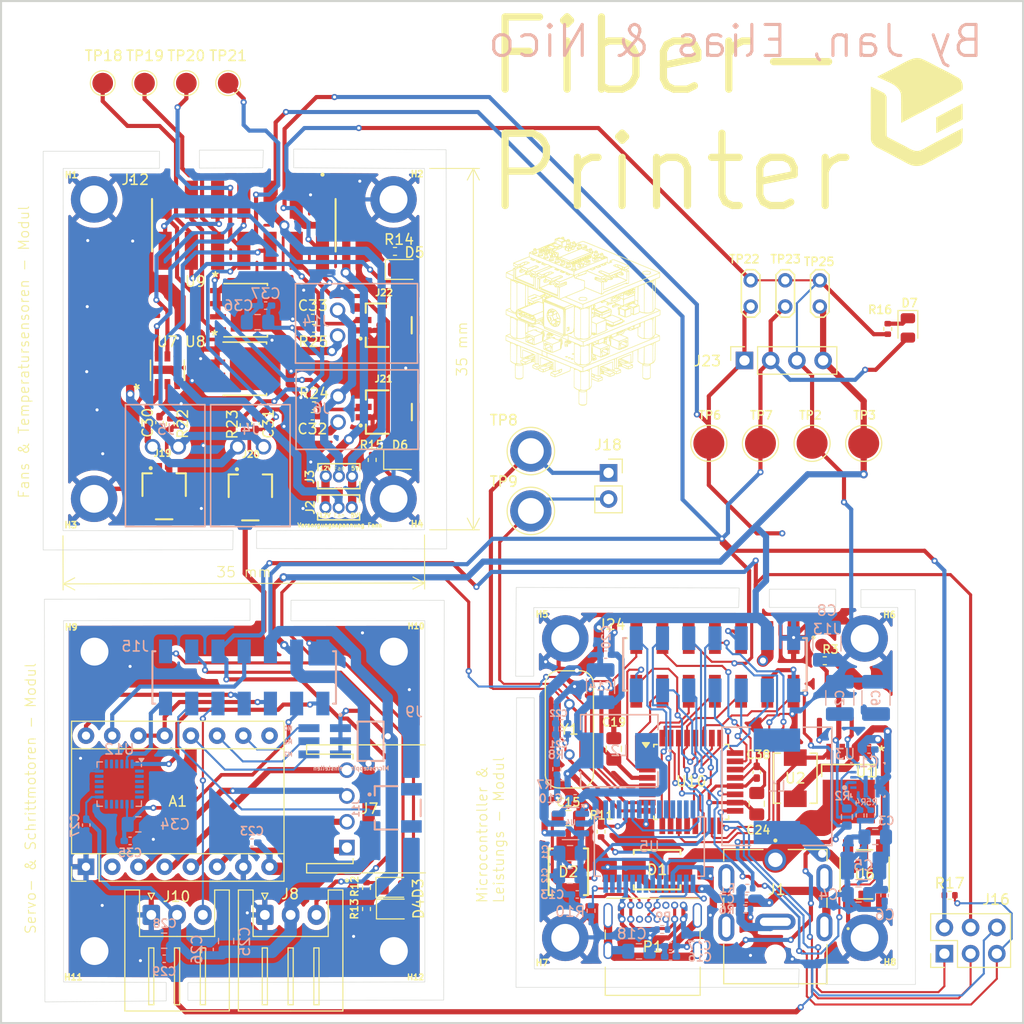
<source format=kicad_pcb>
(kicad_pcb (version 20240108) (generator "pcbnew") (generator_version "8.0")
  (layers (0 "F.Cu" signal) (31 "B.Cu" signal) (34 "B.Paste" user) (35 "F.Paste" user) (36 "B.SilkS" user "B.Silkscreen") (37 "F.SilkS" user "F.Silkscreen") (38 "B.Mask" user) (39 "F.Mask" user) (44 "Edge.Cuts" user))
  (net 0 "")
  (net 1 "GND")
  (net 2 "+12V")
  (net 3 "ADC0")
  (net 4 "ADC1")
  (net 5 "ADC2")
  (net 6 "ADC3")
  (net 7 "SCL")
  (net 8 "AREF")
  (net 9 "FAN_01_PWM_clockwise")
  (net 10 "FAN_01_PWM_counterclockwise")
  (net 11 "FAN_2_PWM")
  (net 12 "FAN_3_PWM")
  (net 13 "Net-(D6-K)")
  (net 14 "Net-(U7-OUT1)")
  (net 15 "Net-(U7-OUT2)")
  (net 16 "Net-(U8-D)")
  (net 17 "Net-(U9-D)")
  (net 18 "STEP")
  (net 19 "M1")
  (net 20 "DIR")
  (net 22 "STP_A1")
  (net 23 "STP_B1")
  (net 24 "M0")
  (net 25 "M2")
  (net 26 "STP_B2")
  (net 28 "STP_A2")
  (net 29 "RESET")
  (net 30 "MOSI")
  (net 31 "BLT_Switch")
  (net 32 "TXD")
  (net 33 "RXD")
  (net 34 "SDA")
  (net 35 "BLT_Servo")
  (net 55 "Net-(U3-SW)")
  (net 56 "Net-(U3-BOOT)")
  (net 57 "Net-(U3-FB)")
  (net 58 "PWR_IN_PROT")
  (net 59 "GND2")
  (net 60 "GND3")
  (net 61 "Net-(U3-SS)")
  (net 62 "Net-(U4-SW)")
  (net 63 "Net-(U4-VBST)")
  (net 64 "Net-(P1-SHIELD)")
  (net 65 "Quartz_1")
  (net 66 "Quartz_2")
  (net 67 "+24V")
  (net 68 "Net-(D7-K)")
  (net 69 "MISO")
  (net 70 "SCK")
  (net 71 "USBD+")
  (net 72 "USBD-")
  (net 73 "Net-(U1-G)")
  (net 74 "Net-(U3-PG)")
  (net 75 "Net-(U3-MODE)")
  (net 76 "Net-(U4-VFB)")
  (net 96 "+5V_POW")
  (net 97 "Fan_Versorgung_01")
  (net 98 "Fan_Versorgung_23")
  (net 99 "Net-(D3-K)")
  (net 100 "Net-(P1-CC1)")
  (net 101 "Net-(P1-CC2)")
  (net 102 "LED_MOT1")
  (net 103 "Net-(D4-K)")
  (net 104 "LED_MOT0")
  (net 105 "LED_FAN0")
  (net 106 "Net-(D5-K)")
  (net 107 "LED_FAN1")
  (footprint "TestPoint:TestPoint_Pad_D3.0mm" (layer "F.Cu") (at 129.56 93.84 90)
    (property "Reference" "TP2")
    (property "Value" "GND_Test")
  )
  (footprint "Imported_Component_Footprints:824521241" (layer "F.Cu") (at 105.9525 135.3425 -90)
    (property "Reference" "D2")
    (property "Value" "WE-TVSP_DO-214AA_600W_BI")
  )
  (footprint "TestPoint:TestPoint_2Pads_Pitch2.54mm_Drill0.8mm" (layer "F.Cu") (at 126.96 80.59 90)
    (property "Reference" "TP23")
    (property "Value" "I_Sense_5V")
  )
  (footprint "TestPoint:TestPoint_Pad_D2.0mm" (layer "F.Cu") (at 73 58.95 90)
    (property "Reference" "TP21")
    (property "Value" "ADC0")
  )
  (footprint "Resistor_SMD:R_0402_1005Metric" (layer "F.Cu") (at 81.3325 82.7)
    (property "Reference" "R25")
    (property "Value" "4k7")
  )
  (footprint "Resistor_SMD:R_0402_1005Metric" (layer "F.Cu") (at 81.315 90.2)
    (property "Reference" "R24")
    (property "Value" "4k7")
  )
  (footprint "Imported_Component_Footprints:MountingHole_2.7mm_M2.5_ISO7380_Pad_TopBottom_111mm" (layer "F.Cu") (at 134.6525 141.7425)
    (property "Reference" "H8")
    (property "Value" "MountHole" (hide yes))
  )
  (footprint "Resistor_SMD:R_0402_1005Metric" (layer "F.Cu") (at 89.16 75.25)
    (property "Reference" "R14")
    (property "Value" "330")
  )
  (footprint "Imported_Component_Footprints:824521241" (layer "F.Cu") (at 114.5525 135.1425)
    (property "Reference" "D1")
    (property "Value" "WE-TVSP_DO-214AA_600W_BI")
  )
  (footprint "Connector_PinHeader_2.54mm:PinHeader_2x03_P2.54mm_Vertical" (layer "F.Cu") (at 142.375 143.275 90)
    (property "Reference" "J16")
    (property "Value" "ISP")
  )
  (footprint "Capacitor_SMD:C_0805_2012Metric_Pad1.18x1.45mm_HandSolder" (layer "F.Cu") (at 110.3525 123.4425 90)
    (property "Reference" "C19")
    (property "Value" "4.7uF")
  )
  (footprint "LED_SMD:LED_0805_2012Metric" (layer "F.Cu") (at 89.9 77)
    (property "Reference" "D5")
    (property "Value" "YELLOW" (hide yes))
  )
  (footprint "TestPoint:TestPoint_Loop_D3.80mm_Drill2.5mm" (layer "F.Cu") (at 102.32 94.59 -90)
    (property "Reference" "TP8")
    (property "Value" "Quartz_1")
  )
  (footprint "Imported_Component_Footprints:Logo_FiberPrinter_V2" (layer "F.Cu") (at 139.712786 61.594849)
    (property "Reference" "G***" (hide yes))
    (property "Value" "LOGO" (hide yes))
  )
  (footprint "Imported_Component_Footprints:gesamtbaugruppev3" (layer "F.Cu") (at 107.37 82)
    (property "Reference" "G***" (hide yes))
    (property "Value" "LOGO" (hide yes))
  )
  (footprint "Imported_Component_Footprints:MountingHole_2.7mm_M2.5_ISO7380_Pad_TopBottom_7mm" (layer "F.Cu") (at 89.017 70.215)
    (property "Reference" "H2")
    (property "Value" "MountHole" (hide yes))
  )
  (footprint "Imported_Component_Footprints:RJK0456DPB_00_J5" (layer "F.Cu") (at 74.6967 80.95)
    (property "Reference" "U9")
    (property "Value" "RJK0456DPB-00-J5")
  )
  (footprint "Imported_Component_Footprints:MountingHole_2.7mm_M2.5_ISO7380_Pad_TopBottom_7mm" (layer "F.Cu") (at 89.017 99.215)
    (property "Reference" "H4")
    (property "Value" "MountHole" (hide yes))
  )
  (footprint "Imported_Component_Footprints:SAMTEC_TSM-107-04-L-DV" (layer "F.Cu") (at 74.517 72.715)
    (property "Reference" "J12")
    (property "Value" "Steckverbinder_Male_Fans")
  )
  (footprint "Capacitor_SMD:C_0805_2012Metric_Pad1.18x1.45mm_HandSolder" (layer "F.Cu") (at 105.9525 130.1425)
    (property "Reference" "C15")
    (property "Value" "10µF")
  )
  (footprint "Imported_Component_Footprints:FTS_103_01_F_S" (layer "F.Cu") (at 84.97 100.05)
    (property "Reference" "J2")
    (property "Value" "Fan_12/5V_Regelung" (hide yes))
  )
  (footprint "Capacitor_SMD:C_0402_1005Metric_Pad0.74x0.62mm_HandSolder" (layer "F.Cu") (at 81.1575 91.21325 180)
    (property "Reference" "C32")
    (property "Value" "0.1µF")
  )
  (footprint "Imported_Component_Footprints:665102131822" (layer "F.Cu") (at 75.150699 98.549774)
    (property "Reference" "J20")
    (property "Value" "T2")
  )
  (footprint "Imported_Component_Footprints:drv8825" (layer "F.Cu") (at 59.23015 134.859261 90)
    (property "Reference" "A1")
    (property "Value" "Pololu_Breakout_DRV8825")
  )
  (footprint "Imported_Component_Footprints:RJK0456DPB_00_J5" (layer "F.Cu") (at 74.6137 86.615)
    (property "Reference" "U8")
    (property "Value" "RJK0456DPB-00-J5")
  )
  (footprint "Imported_Component_Footprints:665102131822" (layer "F.Cu") (at 88.0225 82.4 90)
    (property "Reference" "J22")
    (property "Value" "T3")
  )
  (footprint "Imported_Component_Footprints:MountingHole_2.7mm_M2.5_ISO7380_Pad_TopBottom_7mm" (layer "F.Cu") (at 60.017 70.215)
    (property "Reference" "H1")
    (property "Value" "MountHole" (hide yes))
  )
  (footprint "Capacitor_SMD:C_0805_2012Metric_Pad1.18x1.45mm_HandSolder" (layer "F.Cu") (at 124.2 128.75 90)
    (property "Reference" "C24")
    (property "Value" "10µF")
  )
  (footprint "LED_SMD:LED_0805_2012Metric" (layer "F.Cu") (at 89.75 95.4)
    (property "Reference" "D6")
    (property "Value" "YELLOW" (hide yes))
  )
  (footprint "Resistor_SMD:R_0402_1005Metric" (layer "F.Cu") (at 74.546999 92.092924 -90)
    (property "Reference" "R23")
    (property "Value" "4k7")
  )
  (footprint "Imported_Component_Footprints:SZ1SMB5927BT3G" (layer "F.Cu") (at 127.93 126.28 90)
    (property "Reference" "U2")
    (property "Value" "SZ1SMB5927BT3G")
  )
  (footprint "Resistor_SMD:R_0402_1005Metric" (layer "F.Cu") (at 130.79 114.9 180)
    (property "Reference" "R3")
    (property "Value" "30k")
  )
  (footprint "Resistor_SMD:R_0402_1005Metric" (layer "F.Cu") (at 86.4 138.95 90)
    (property "Reference" "R13")
    (property "Value" "330")
  )
  (footprint "Resistor_SMD:R_0402_1005Metric" (layer "F.Cu") (at 86.4 136.9 -90)
    (property "Reference" "R12")
    (property "Value" "330")
  )
  (footprint "LED_SMD:LED_0805_2012Metric" (layer "F.Cu") (at 138.84 82.6625 -90)
    (property "Reference" "D7")
    (property "Value" "GREEN")
  )
  (footprint "LED_SMD:LED_0805_2012Metric" (layer "F.Cu") (at 89.05 138.95)
    (property "Reference" "D4")
    (property "Value" "YELLOW" (hide yes))
  )
  (footprint "MountingHole:MountingHole_2.7mm_M2.5_ISO7380_Pad_TopBottom" (layer "F.Cu") (at 89.05265 143.019261)
    (property "Reference" "H12")
    (property "Value" "MountHole" (hide yes))
  )
  (footprint "TestPoint:TestPoint_Pad_D3.0mm" (layer "F.Cu") (at 134.56 93.84 90)
    (property "Reference" "TP3")
    (property "Value" "12V_Test")
  )
  (footprint "Package_QFP:TQFP-32_7x7mm_P0.8mm" (layer "F.Cu") (at 117.8525 126.642512)
    (property "Reference" "U10")
    (property "Value" "ATmega328PB-A")
  )
  (footprint "Resistor_SMD:R_0402_1005Metric" (layer "F.Cu") (at 142.885 137.619988)
    (property "Reference" "R17")
    (property "Value" "10k")
  )
  (footprint "Imported_Component_Footprints:SW_PTS647SM38SMTR2LFS_CNK" (layer "F.Cu") (at 134.650001 135.595001 90)
    (property "Reference" "U6")
    (property "Value" "PTS647SM38SMTR2LFS")
  )
  (footprint "Connector_PinSocket_2.54mm:PinSocket_1x02_P2.54mm_Vertical" (layer "F.Cu") (at 109.845 96.7)
    (property "Reference" "J18")
    (property "Value" "Quartz")
  )
  (footprint "Imported_Component_Footprints:SQJ409EP_T1_GE3" (layer "F.Cu") (at 133.115 127.3168 180)
    (property "Reference" "U1")
    (property "Value" "SQJ409EP-T1_GE3")
  )
  (footprint "MountingHole:MountingHole_2.7mm_M2.5_ISO7380_Pad_TopBottom" (layer "F.Cu") (at 60.05265 114.019261)
    (property "Reference" "H9")
    (property "Value" "MountHole" (hide yes))
  )
  (footprint "TestPoint:TestPoint_Loop_D3.80mm_Drill2.5mm" (layer "F.Cu") (at 102.32 100.39 -90)
    (property "Reference" "TP9")
    (property "Value" "Quartz_2")
  )
  (footprint "Imported_Component_Footprints:MountingHole_2.7mm_M2.5_ISO7380_Pad_TopBottom_111mm" (layer "F.Cu") (at 105.6525 112.7425)
    (property "Reference" "H5")
    (property "Value" "MountHole" (hide yes))
  )
  (footprint "Capacitor_SMD:C_0402_1005Metric_Pad0.74x0.62mm_HandSolder" (layer "F.Cu") (at 81.1825 81.7 180)
    (property "Reference" "C33")
    (property "Value" "0.1µF")
  )
  (footprint "Resistor_SMD:R_0402_1005Metric" (layer "F.Cu") (at 86.95 95.45 -90)
    (property "Reference" "R15")
    (property "Value" "330")
  )
  (footprint "Imported_Component_Footprints:MountingHole_2.7mm_M2.5_ISO7380_Pad_TopBottom_111mm" (layer "F.Cu") (at 105.6525 141.7425)
    (property "Reference" "H7")
    (property "Value" "MountHole" (hide yes))
  )
  (footprint "TestPoint:TestPoint_Pad_D2.0mm" (layer "F.Cu") (at 64.9 58.95 90)
    (property "Reference" "TP19")
    (property "Value" "ADC3")
  )
  (footprint "TestPoint:TestPoint_Pad_D2.0mm" (layer "F.Cu") (at 60.85 58.95 90)
    (property "Reference" "TP18")
    (property "Value" "ADC2")
  )
  (footprint "MountingHole:MountingHole_2.7mm_M2.5_ISO7380_Pad_TopBottom" (layer "F.Cu") (at 60.05265 143.019261)
    (property "Reference" "H11")
    (property "Value" "MountHole" (hide yes))
  )
  (footprint "LED_SMD:LED_0805_2012Metric" (layer "F.Cu") (at 89 136.85)
    (property "Reference" "D3")
    (property "Value" "YELLOW" (hide yes))
  )
  (footprint "Capacitor_SMD:C_0402_1005Metric_Pad0.74x0.62mm_HandSolder" (layer "F.Cu") (at 75.648849 91.932274 90)
    (property "Reference" "C31")
    (property "Value" "0.1µF")
  )
  (footprint "TestPoint:TestPoint_Pad_D2.0mm" (layer "F.Cu") (at 68.95 58.95 90)
    (property "Reference" "TP20")
    (property "Value" "ADC1")
  )
  (footprint "Imported_Component_Footprints:CUI_PJ-082BH" (layer "F.Cu") (at 126.0025 143.4357)
    (property "Reference" "J1")
    (property "Value" "PJ-082BH")
  )
  (footprint "Imported_Component_Footprints:FTS_103_01_F_S" (layer "F.Cu") (at 85 97.0246)
    (property "Reference" "J3")
    (property "Value" "Fan_12/5V_Regelung" (hide yes))
  )
  (footprint "Imported_Component_Footprints:JST_S4B-XH-A-1" (layer "F.Cu") (at 86.35 129.25 90)
    (property "Reference" "J7")
    (property "Value" "Stepper Motor")
  )
  (footprint "Capacitor_SMD:C_0402_1005Metric_Pad0.74x0.62mm_HandSolder" (layer "F.Cu") (at 66.348849 91.825424 90)
    (property "Reference" "C30")
    (property "Value" "0.1µF")
  )
  (footprint "Imported_Component_Footprints:JST_XH_S3B-XH-A_1x03_P2.50mm_Horizontal" (layer "F.Cu") (at 76.55265 139.519261)
    (property "Reference" "J8")
    (property "Value" "Servo Motor SM")
  )
  (footprint "Resistor_SMD:R_0402_1005Metric" (layer "F.Cu") (at 109.12 131.46 -90)
    (property "Reference" "R11")
    (property "Value" "10k")
  )
  (footprint "Imported_Component_Footprints:MountingHole_2.7mm_M2.5_ISO7380_Pad_TopBottom_111mm" (layer "F.Cu") (at 134.6525 112.7425)
    (property "Reference" "H6")
    (property "Value" "MountHole" (hide yes))
  )
  (footprint "Imported_Component_Footprints:MountingHole_2.7mm_M2.5_ISO7380_Pad_TopBottom_7mm" (layer "F.Cu") (at 60.017 99.215)
    (property "Reference" "H3")
    (property "Value" "MountHole" (hide yes))
  )
  (footprint "Imported_Component_Footprints:XTAL_ECS-160-18-4X-CKM" (layer "F.Cu") (at 106.0525 121.55 90)
    (property "Reference" "Y1")
    (property "Value" "ECS-160-18-4X-CKM")
  )
  (footprint "TestPoint:TestPoint_2Pads_Pitch2.54mm_Drill0.8mm" (layer "F.Cu") (at 130.31 80.59 90)
    (property "Reference" "TP25")
    (property "Value" "I_Sense_12V")
  )
  (footprint "Connector_USB:USB_C_Receptacle_GCT_USB4085" (layer "F.Cu") (at 111.1475 138.5857)
    (property "Reference" "P1")
    (property "Value" "USB_C_Receptacle_USB2.0_14P" (hide yes))
  )
  (footprint "TestPoint:TestPoint_2Pads_Pitch2.54mm_Drill0.8mm" (layer "F.Cu") (at 123.61 80.59 90)
    (property "Reference" "TP22")
    (property "Value" "I_Sense_5V")
  )
  (footprint "Capacitor_SMD:C_0402_1005Metric_Pad0.74x0.62mm_HandSolder" (layer "F.Cu") (at 124.2 125.7 90)
    (property "Reference" "C38")
    (property "Value" "100nF")
  )
  (footprint "Imported_Component_Footprints:665102131822" (layer "F.Cu") (at 66.798849 98.442924)
    (property "Reference" "J19" (hide yes))
    (property "Value" "T2")
  )
  (footprint "Imported_Component_Footprints:JST_XH_S3B-XH-A_1x03_P2.50mm_Horizontal" (layer "F.Cu") (at 65.55265 139.519261)
    (property "Reference" "J10")
    (property "Value" "Servo Motor BL Touch")
  )
  (footprint "TestPoint:TestPoint_Pad_D3.0mm" (layer "F.Cu") (at 124.56 93.84 90)
    (property "Reference" "TP7")
    (property "Value" "5V_POW_Test")
  )
  (footprint "Connector_PinSocket_2.54mm:PinSocket_1x04_P2.54mm_Vertical" (layer "F.Cu") (at 123.01 85.815 90)
    (property "Reference" "J23")
    (property "Value" "Conn_01x04_Socket" (hide yes))
  )
  (footprint "MountingHole:MountingHole_2.7mm_M2.5_ISO7380_Pad_TopBottom" (layer "F.Cu") (at 89.05265 114.019261)
    (property "Reference" "H10")
    (property "Value" "MountHole" (hide yes))
  )
  (footprint "Imported_Component_Footprints:TPM16050_S6TR" (layer "F.Cu") (at 67.117 86.765 90)
    (property "Reference" "U7")
    (property "Value" "TPM16050-S6TR")
  )
  (footprint "Imported_Component_Footprints:665102131822" (layer "F.Cu") (at 88.03825 90.81325 90)
    (property "Reference" "J21")
    (property "Value" "T2")
  )
  (footprint "Resistor_SMD:R_0402_1005Metric" (layer "F.Cu") (at 67.398849 91.975424 -90)
    (property "Reference" "R22")
    (property "Value" "4k7")
  )
  (footprint "Imported_Component_Footprints:SAMTEC_HW-07-08-L-D-250-SM" (layer "F.Cu") (at 127.77 112.65 180)
    (property "Reference" "J24")
    (property "Value" "Steckverbinder_Male_Leistung")
  )
  (footprint "Resistor_SMD:R_0402_1005Metric" (layer "F.Cu") (at 136.89 82.76 -90)
    (property "Reference" "R16")
    (property "Value" "1k")
  )
  (footprint "TestPoint:TestPoint_Pad_D3.0mm" (layer "F.Cu") (at 119.56 93.84 90)
    (property "Reference" "TP6")
    (property "Value" "5V_USBC_Test")
  )
  (footprint "Resistor_SMD:R_0402_1005Metric" (layer "B.Cu") (at 134.21 129.8825 -90)
    (property "Reference" "R4")
    (property "Value" "1k58")
  )
  (footprint "Imported_Component_Footprints:SPM10040T_4R7M_HZ" (layer "B.Cu") (at 126.1525 127.06575 90)
    (property "Reference" "L1")
    (property "Value" "4.7µH")
  )
  (footprint "Sensor_Motion:InvenSense_QFN-24_4x4mm_P0.5mm" (layer "B.Cu") (at 62.45 126.85 180)
    (property "Reference" "U12")
    (property "Value" "MPU-6050")
  )
  (footprint "Imported_Component_Footprints:CONN_S2B-XH-A-1LFSN_JST" (layer "B.Cu") (at 83.6 80.950001 -90)
    (property "Reference" "J14")
    (property "Value" "FAN3")
  )
  (footprint "Resistor_SMD:R_0603_1608Metric" (layer "B.Cu") (at 132.93 130.04 90)
    (property "Reference" "R2")
    (property "Value" "100k")
  )
  (footprint "Capacitor_SMD:C_0402_1005Metric_Pad0.74x0.62mm_HandSolder" (layer "B.Cu") (at 105.3 120.96 180)
    (property "Reference" "C22")
    (property "Value" "18pF")
  )
  (footprint "Capacitor_SMD:C_1210_3225Metric_Pad1.33x2.70mm_HandSolder" (layer "B.Cu") (at 109.07 117.3625 90)
    (property "Reference" "C14")
    (property "Value" "22µF")
  )
  (footprint "Capacitor_SMD:C_0805_2012Metric_Pad1.18x1.45mm_HandSolder" (layer "B.Cu") (at 106.0925 135.7357 180)
    (property "Reference" "C12")
    (property "Value" "10µF")
  )
  (footprint "Imported_Component_Footprints:SAMTEC_HLE-107-02-L-DV" (layer "B.Cu") (at 120.1525 115.2425)
    (property "Reference" "J13")
    (property "Value" "Steckverbinder_Female_Leistung")
  )
  (footprint "Resistor_SMD:R_0402_1005Metric" (layer "B.Cu") (at 105.39 126.89 180)
    (property "Reference" "R7")
    (property "Value" "54.9k")
  )
  (footprint "Capacitor_SMD:C_0805_2012Metric_Pad1.18x1.45mm_HandSolder" (layer "B.Cu") (at 112.79 143.0425)
    (property "Reference" "C18")
    (property "Value" "1uF")
  )
  (footprint "Capacitor_SMD:C_0805_2012Metric_Pad1.18x1.45mm_HandSolder" (layer "B.Cu") (at 66.80265 142.019261 180)
    (property "Reference" "C28")
    (property "Value" "4.7uF")
  )
  (footprint "Package_TO_SOT_SMD:SOT-23-6" (layer "B.Cu") (at 106.1625 130.67 180)
    (property "Reference" "U4")
    (property "Value" "TPS565208")
  )
  (footprint "Resistor_SMD:R_0402_1005Metric" (layer "B.Cu") (at 108.15 139.12 -90)
    (property "Reference" "R10")
    (property "Value" "5k1")
  )
  (footprint "Imported_Component_Footprints:CONN_S2B-XH-A-1LFSN_JST" (layer "B.Cu") (at 76.425699 94.176274 180)
    (property "Reference" "J4")
    (property "Value" "FAN0")
  )
  (footprint "Resistor_SMD:R_0402_1005Metric" (layer "B.Cu") (at 123.082702 138.9425)
    (property "Reference" "R6")
    (property "Value" "10")
  )
  (footprint "Capacitor_SMD:C_0402_1005Metric_Pad0.74x0.62mm_HandSolder" (layer "B.Cu") (at 115.85 142.55 180)
    (property "Reference" "C17")
    (property "Value" "100nF")
  )
  (footprint "Capacitor_SMD:C_0805_2012Metric_Pad1.18x1.45mm_HandSolder" (layer "B.Cu") (at 75.845 82.1 180)
    (property "Reference" "C36")
    (property "Value" "10µF")
  )
  (footprint "Resistor_SMD:R_0402_1005Metric" (layer "B.Cu") (at 104.83 125.4 90)
    (property "Reference" "R8")
    (property "Value" "10k")
  )
  (footprint "Imported_Component_Footprints:TPS56837HRPAR" (layer "B.Cu") (at 134.960001 126.4425)
    (property "Reference" "U3")
    (property "Value" "TPS56837HRPAR")
  )
  (footprint "Capacitor_SMD:C_0402_1005Metric_Pad0.74x0.62mm_HandSolder" (layer "B.Cu") (at 135.0675 123.5)
    (property "Reference" "C1")
    (property "Value" "100nF")
  )
  (footprint "Capacitor_SMD:C_1210_3225Metric_Pad1.33x2.70mm_HandSolder" (layer "B.Cu") (at 135.75 118.5 90)
    (property "Reference" "C9")
    (property "Value" "22nF")
  )
  (footprint "Imported_Component_Footprints:665102131822" (layer "B.Cu") (at 88.895 129.15 -90)
    (property "Reference" "J11")
    (property "Value" "T3")
  )
  (footprint "Capacitor_SMD:C_0402_1005Metric_Pad0.74x0.62mm_HandSolder" (layer "B.Cu") (at 63.5 132.35)
    (property "Reference" "C35")
    (property "Value" "100nF")
  )
  (footprint "Capacitor_SMD:C_0402_1005Metric_Pad0.74x0.62mm_HandSolder" (layer "B.Cu") (at 75.30265 132.519261 180)
    (property "Reference" "C23")
    (property "Value" "100nF")
  )
  (footprint "Capacitor_SMD:C_0805_2012Metric_Pad1.18x1.45mm_HandSolder" (layer "B.Cu") (at 72.8 142.05 90)
    (property "Reference" "C25")
    (property "Value" "4.7uF")
  )
  (footprint "Imported_Component_Footprints:CONN_S2B-XH-A-1LFSN_JST" (layer "B.Cu") (at 68.175 94.1715 180)
    (property "Reference" "J5")
    (property "Value" "FAN1")
  )
  (footprint "Capacitor_SMD:C_1210_3225Metric_Pad1.33x2.70mm_HandSolder" (layer "B.Cu") (at 134.5225 134.7425 180)
    (property "Reference" "C5")
    (property "Value" "10µF")
  )
  (footprint "Capacitor_SMD:C_0402_1005Metric_Pad0.74x0.62mm_HandSolder" (layer "B.Cu") (at 71.2 142.8675 90)
    (property "Reference" "C26")
    (property "Value" "100nF")
  )
  (footprint "Capacitor_SMD:C_0805_2012Metric_Pad1.18x1.45mm_HandSolder" (layer "B.Cu") (at 64.3 130.75)
    (property "Reference" "C34")
    (property "Value" "10µF")
  )
  (footprint "Capacitor_SMD:C_0402_1005Metric_Pad0.74x0.62mm_HandSolder" (layer "B.Cu") (at 115.85 143.55 180)
    (property "Reference" "C16")
    (property "Value" "100nF")
  )
  (footprint "Imported_Component_Footprints:FTSH-103-01-L-DH" (layer "B.Cu") (at 82.35 122.7 90)
    (property "Reference" "J9")
    (property "Value" "Microstepping")
  )
  (footprint "Capacitor_SMD:C_0805_2012Metric_Pad1.18x1.45mm_HandSolder" (layer "B.Cu") (at 106.115 133.5357 180)
    (property "Reference" "C11")
    (property "Value" "10µF")
  )
  (footprint "Imported_Component_Footprints:CONN_S2B-XH-A-1LFSN_JST" (layer "B.Cu") (at 83.65 89.300001 -90)
    (property "Reference" "J6")
    (property "Value" "FAN2")
  )
  (footprint "Capacitor_SMD:C_1210_3225Metric_Pad1.33x2.70mm_HandSolder" (layer "B.Cu") (at 132.25 118.5 -90)
    (property "Reference" "C2")
    (property "Value" "22nF")
  )
  (footprint "Capacitor_SMD:C_0402_1005Metric_Pad0.74x0.62mm_HandSolder" (layer "B.Cu") (at 123.192702 137.9425 180)
    (property "Reference" "C7")
    (property "Value" "100nF")
  )
  (footprint "Resistor_SMD:R_0402_1005Metric" (layer "B.Cu") (at 115.0475 140.9357 180)
    (property "Reference" "R9")
    (property "Value" "5k1")
  )
  (footprint "Capacitor_SMD:C_0402_1005Metric_Pad0.74x0.62mm_HandSolder" (layer "B.Cu") (at 105.29 122.04 180)
    (property "Reference" "C21")
    (property "Value" "18pF")
  )
  (footprint "Capacitor_SMD:C_0402_1005Metric_Pad0.74x0.62mm_HandSolder" (layer "B.Cu") (at 76.6325 80.5 180)
    (property "Reference" "C37")
    (property "Value" "100nF")
  )
  (footprint "Capacitor_SMD:C_0402_1005Metric_Pad0.74x0.62mm_HandSolder" (layer "B.Cu") (at 136.585 137.6425 -90)
    (property "Reference" "C6")
    (property "Value" "100nF")
  )
  (footprint "Capacitor_SMD:C_0805_2012Metric_Pad1.18x1.45mm_HandSolder" (layer "B.Cu") (at 134.0525 137.5425 180)
    (property "Reference" "C4")
    (property "Value" "10µF")
  )
  (footprint "Imported_Component_Footprints:SAMTEC_HLE-107-02-L-DV" (layer "B.Cu") (at 74.55265 116.519261)
    (property "Reference" "J15")
    (property "Value" "Steckverbinder_Female_Motoren")
  )
  (footprint "Imported_Component_Footprints:IHLP2525CZER3R3M11" (layer "B.Cu") (at 110.8857 123.62 180)
    (property "Reference" "L2")
    (property "Value" "3.3µH")
  )
  (footprint "Capacitor_SMD:C_0805_2012Metric_Pad1.18x1.45mm_HandSolder" (layer "B.Cu") (at 135.68 131.97 180)
    (property "Reference" "C3")
    (property "Value" "10µF")
  )
  (footprint "Capacitor_SMD:C_0402_1005Metric_Pad0.74x0.62mm_HandSolder" (layer "B.Cu") (at 59.25265 130.819261 -90)
    (property "Reference" "C27")
    (property "Value" "100nF")
  )
  (footprint "Capacitor_SMD:C_0402_1005Metric_Pad0.74x0.62mm_HandSolder" (layer "B.Cu") (at 109.57 114.31 180)
    (property "Reference" "C20")
    (property "Value" "100nF")
  )
  (footprint "Capacitor_SMD:C_1210_3225Metric_Pad1.33x2.70mm_HandSolder" (layer "B.Cu") (at 131 113.25 90)
    (property "Reference" "C8")
    (property "Value" "47µF")
  )
  (footprint "Resistor_SMD:R_0402_1005Metric" (layer "B.Cu") (at 135.24 129.89 -90)
    (property "Reference" "R5")
    (property "Value" "30.1k")
  )
  (footprint "Capacitor_SMD:C_0402_1005Metric_Pad0.74x0.62mm_HandSolder" (layer "B.Cu") (at 66.80265 143.769261 180)
    (property "Reference" "C29")
    (property "Value" "100nF")
  )
  (footprint "Package_SO:SSOP-28_5.3x10.2mm_P0.65mm" (layer "B.Cu") (at 113.795 132.9 -90)
    (property "Reference" "U5")
    (property "Value" "FT232RL")
  )
  (footprint "Resistor_SMD:R_0402_1005Metric" (layer "B.Cu") (at 123.292702 136.9425 180)
    (property "Reference" "R1")
    (property "Value" "100k")
  )
  (footprint "Capacitor_SMD:C_0402_1005Metric_Pad0.74x0.62mm_HandSolder" (layer "B.Cu") (at 106.815 137.5357 180)
    (property "Reference" "C13")
    (property "Value" "100nF")
  )
  (footprint "Capacitor_SMD:C_0402_1005Metric_Pad0.74x0.62mm_HandSolder" (layer "B.Cu") (at 106.61 128.23)
    (property "Reference" "C10")
    (property "Value" "100nF")
  )
  (gr_poly (pts (xy 75.12 111) (xy 75.12 108.93) (xy 55.2 108.94) (xy 55.25 147.95) (xy 67 147.85) (xy 67 146.06) (xy 57.05265 146.019261) (xy 57.05265 111.019261)) (stroke (width 0.05)) (fill none) (layer "Edge.Cuts"))
  (gr_poly (pts (xy 102.6425 118.49) (xy 100.93 118.49) (xy 100.8825 146.54) (xy 128.25 146.54) (xy 128.3 144.7425) (xy 102.66 144.75)) (stroke (width 0.05)) (fill none) (layer "Edge.Cuts"))
  (gr_poly (pts (xy 79.35 67.15) (xy 79.34 65.34) (xy 94.11 65.4) (xy 94.16 104.07) (xy 75.75 104.03) (xy 75.75 102.3) (xy 92.017 102.215) (xy 92.017 67.215)) (stroke (width 0.05)) (fill none) (layer "Edge.Cuts"))
  (gr_poly (pts (xy 92.05265 111.019261) (xy 79.08 111.03) (xy 79.09 109.04) (xy 93.93 109.05) (xy 93.88 147.77) (xy 69.1 147.8) (xy 69.1 146.07) (xy 92.05265 146.019261)) (stroke (width 0.05)) (fill none) (layer "Edge.Cuts"))
  (gr_poly (pts (xy 73.45 104.15) (xy 73.48 102.28) (xy 57 102.3) (xy 57.017 67.215) (xy 66.35 67.2) (xy 66.35 65.55) (xy 55.08 65.55) (xy 55.08 104.17)) (stroke (width 0.05)) (fill none) (layer "Edge.Cuts"))
  (gr_poly (pts (xy 130.91 144.7425) (xy 137.86 144.75) (xy 137.86 109.74) (xy 134.29 109.74) (xy 134.29 108.01) (xy 139.55 108.01) (xy 139.5725 146.26) (xy 130.91 146.26)) (stroke (width 0.05)) (fill none) (layer "Edge.Cuts"))
  (gr_poly (pts (xy 102.6 116.4) (xy 100.85 116.4) (xy 100.9 107.8) (xy 122.5 107.85) (xy 122.45 109.75) (xy 102.6 109.75)) (stroke (width 0.05)) (fill none) (layer "Edge.Cuts"))
  (gr_poly (pts (xy 70.22 65.98) (xy 70.21 67.18) (xy 76.35 67.15) (xy 76.41 65.44) (xy 70.21 65.44)) (stroke (width 0.05)) (fill none) (layer "Edge.Cuts"))
  (gr_rect (start 51 51) (end 150 150) (stroke (width 0.2)) (fill none) (layer "Edge.Cuts"))
  (gr_rect (start 125.42 107.97) (end 131.85 109.74) (stroke (width 0.05)) (fill none) (layer "Edge.Cuts"))
  (gr_text "Microstepping einstellen" (at 88.65 125.55 0) (layer "B.SilkS") (effects (font (size 0.4 0.4) (thickness 0.1) (bold yes)) (justify left bottom mirror)))
  (gr_text "M2" (at 79.3 124.2 0) (layer "B.SilkS") (effects (font (size 0.4 0.4) (thickness 0.1) (bold yes)) (justify left bottom mirror)))
  (gr_text "By Jan, Elias & Nico" (at 146.35 56.65 -0) (layer "B.SilkS") (effects (font (size 3 3) (thickness 0.3)) (justify left bottom mirror)))
  (gr_text "M0" (at 79.3 121.7 0) (layer "B.SilkS") (effects (font (size 0.4 0.4) (thickness 0.1) (bold yes)) (justify left bottom mirror)))
  (gr_text "M1" (at 79.3 123 0) (layer "B.SilkS") (effects (font (size 0.4 0.4) (thickness 0.1) (bold yes)) (justify left bottom mirror)))
  (gr_text "Servo- & Schrittmotoren - Modul" (at 54.45 141.45 90) (layer "F.SilkS") (effects (font (size 1 1) (thickness 0.1)) (justify left bottom)))
  (gr_text "Fan" (at 83.2 96.5 0) (layer "F.SilkS") (effects (font (size 0.4 0.4) (thickness 0.05)) (justify left bottom)))
  (gr_text "J19" (at 66.650699 94.799774 -0) (layer "F.SilkS") (effects (font (size 0.64 0.64))))
  (gr_text "Fiber-\nPrinter" (at 97.7 71.7 0) (layer "F.SilkS") (effects (font (size 7 7) (thickness 0.7)) (justify left bottom)))
  (gr_text "12V" (at 81.8 96.5 0) (layer "F.SilkS") (effects (font (size 0.4 0.4) (thickness 0.1) (bold yes)) (justify left bottom)))
  (gr_text "5V" (at 84.85 96.5 0) (layer "F.SilkS") (effects (font (size 0.4 0.4) (thickness 0.1) (bold yes)) (justify left bottom)))
  (gr_text "12V" (at 81.75 101.05 0) (layer "F.SilkS") (effects (font (size 0.4 0.4) (thickness 0.1) (bold yes)) (justify left bottom)))
  (gr_text "Fans & Temperatursensoren - Modul" (at 53.8 99.25 90) (layer "F.SilkS") (effects (font (size 1 1) (thickness 0.1)) (justify left bottom)))
  (gr_text "Versorgungsspannung Fans" (at 79.65 102 0) (layer "F.SilkS") (effects (font (size 0.4 0.4) (thickness 0.1) (bold yes)) (justify left bottom)))
  (gr_text "5V" (at 84.8 101.05 0) (layer "F.SilkS") (effects (font (size 0.4 0.4) (thickness 0.1) (bold yes)) (justify left bottom)))
  (gr_text "Fan" (at 83.2 101.05 0) (layer "F.SilkS") (effects (font (size 0.4 0.4) (thickness 0.05)) (justify left bottom)))
  (gr_text "Microcontroller &\nLeistungs - Modul" (at 99.8 138.45 90) (layer "F.SilkS") (effects (font (size 1 1) (thickness 0.1)) (justify left bottom)))
  (dimension (type aligned) (layer "F.SilkS") (pts (xy 57 102.3) (xy 92.017 102.215)) (height 5.15671) (gr_text "35 mm" (at 74.518347 106.314198 0.1390790671) (layer "F.SilkS") (effects (font (size 1 1) (thickness 0.1)))) (format (prefix "") (suffix "") (units 3) (units_format 1) (precision 4) (override_value "35")) (style (thickness 0.1) (arrow_length 1.27) (text_position_mode 0) (extension_height 0.58642) (extension_offset 0.5) keep_text_aligned))
  (dimension (type aligned) (layer "F.SilkS") (pts (xy 92.017 102.215) (xy 92.017 67.215)) (height 4.733) (gr_text "35 mm" (at 95.65 84.715 90) (layer "F.SilkS") (effects (font (size 1 1) (thickness 0.1)))) (format (prefix "") (suffix "") (units 3) (units_format 1) (precision 4) (override_value "35")) (style (thickness 0.1) (arrow_length 1.27) (text_position_mode 0) (extension_height 0.58642) (extension_offset 0.5) keep_text_aligned))
  (segment (start 71.934 87.25) (end 71.934 85.98) (width 0.2) (layer "F.Cu") (net 1))
  (segment (start 60.05265 143.019261) (end 66.369261 143.019261) (width 0.5) (layer "F.Cu") (net 1))
  (segment (start 71.934 85.98) (end 71.934 84.71) (width 0.2) (layer "F.Cu") (net 1))
  (segment (start 59.23015 133.659261) (end 60.689411 132.2) (width 0.4) (layer "F.Cu") (net 1))
  (segment (start 67.117 90.489773) (end 67.117 88.10485) (width 0.4) (layer "F.Cu") (net 1))
  (segment (start 69.517 87.989386) (end 69.517 87.765) (width 0.2) (layer "F.Cu") (net 1))
  (segment (start 72.794 83.85) (end 77.25 83.85) (width 0.2) (layer "F.Cu") (net 1))
  (segment (start 127.77 112.65) (end 127.77 112.650026) (width 0.2) (layer "F.Cu") (net 1))
  (segment (start 81.447802 70.24) (end 80.978901 69.771099) (width 0.4) (layer "F.Cu") (net 1))
  (segment (start 67.317 88.30485) (end 67.117 88.10485) (width 0.2) (layer "F.Cu") (net 1))
  (segment (start 74.650699 106.450699) (end 74.650699 96.629774) (width 0.5) (layer "F.Cu") (net 1))
  (segment (start 64.571773 98.25) (end 60.982 98.25) (width 0.4) (layer "F.Cu") (net 1))
  (segment (start 119.7 135.75) (end 119.84 135.89) (width 0.4) (layer "F.Cu") (net 1))
  (segment (start 124.1 141.126888) (end 124.1 142.935202) (width 0.4) (layer "F.Cu") (net 1))
  (segment (start 107.6625 129.47) (end 106.99 130.1425) (width 0.4) (layer "F.Cu") (net 1))
  (segment (start 86.99325 92.993246) (end 87.850008 93.850004) (width 0.4) (layer "F.Cu") (net 1))
  (segment (start 104.933926 126.953926) (end 106.99 129.01) (width 0.3) (layer "F.Cu") (net 1))
  (segment (start 124.21 121.23) (end 124.21 124.94) (width 0.2) (layer "F.Cu") (net 1))
  (segment (start 85.64 77.88) (end 85.64 73.592) (width 0.2) (layer "F.Cu") (net 1))
  (segment (start 74.85265 140.10265) (end 77.769261 143.019261) (width 0.4) (layer "F.Cu") (net 1))
  (segment (start 119.84 139.41) (end 119.7 139.55) (width 0.4) (layer "F.Cu") (net 1))
  (segment (start 119.84 135.89) (end 119.84 139.41) (width 0.4) (layer "F.Cu") (net 1))
  (segment (start 124.21 124.94) (end 122.9075 126.2425) (width 0.2) (layer "F.Cu") (net 1))
  (segment (start 105.01 115.85147) (end 105.01 113.385) (width 0.4) (layer "F.Cu") (net 1))
  (segment (start 133.050002 138.220002) (end 133.050002 140.140002) (width 0.4) (layer "F.Cu") (net 1))
  (segment (start 59.23015 134.859261) (end 59.23015 133.659261) (width 0.4) (layer "F.Cu") (net 1))
  (segment (start 86.4 138.44) (end 86.4 137.41) (width 0.3) (layer "F.Cu") (net 1))
  (segment (start 87.29325 91.01325) (end 87.29325 84.09075) (width 0.4) (layer "F.Cu") (net 1))
  (segment (start 130.31 78.05) (end 123.61 78.05) (width 0.2) (layer "F.Cu") (net 1))
  (segment (start 74.85265 139.319261) (end 74.85265 140.10265) (width 0.4) (layer "F.Cu") (net 1))
  (segment (start 112.459326 141.7425) (end 113.8525 141.7425) (width 0.4) (layer "F.Cu") (net 1))
  (segment (start 71.934 85.98) (end 70.671755 85.98) (width 0.2) (layer "F.Cu") (net 1))
  (segment (start 124.1 142.935202) (end 123.592702 143.4425) (width 0.4) (layer "F.Cu") (net 1))
  (segment (start 80.867652 113.2) (end 80.917652 113.25) (width 0.3) (layer "F.Cu") (net 1))
  (segment (start 68.86 148.9) (end 128.02 148.9) (width 0.5) (layer "F.Cu") (net 1))
  (segment (start 67.841386 89.665) (end 69.517 87.989386) (width 0.2) (layer "F.Cu") (net 1))
  (segment (start 111.176334 127.0425) (end 113.6025 127.0425) (width 0.3) (layer "F.Cu") (net 1))
  (segment (start 72.017 79.045) (end 73.062 78) (width 0.35) (layer "F.Cu") (net 1))
  (segment (start 125.2475 120.1925) (end 124.21 121.23) (width 0.2) (layer "F.Cu") (net 1))
  (segment (start 76.453623 90.56) (end 75.648849 91.364774) (width 0.4) (layer "F.Cu") (net 1))
  (segment (start 60.689411 132.2) (end 65.75 132.2) (width 0.4) (layer "F.Cu") (net 1))
  (segment (start 89.017 97.221654) (end 89.017 99.215) (width 0.4) (layer "F.Cu") (net 1))
  (segment (start 110.07 117.56) (end 110.3525 117.8425) (width 0.3) (layer "F.Cu") (net 1))
  (segment (start 70.671755 85.98) (end 70.333 85.641245) (width 0.2) (layer "F.Cu") (net 1))
  (segment (start 107.6625 128.989975) (end 107.6625 129.47) (width 0.4) (layer "F.Cu") (net 1))
  (segment (start 136.89 83.27) (end 135.53 83.27) (width 0.4) (layer "F.Cu") (net 1))
  (segment (start 113.91 141.8) (end 113.8525 141.7425) (width 0.4) (layer "F.Cu") (net 1))
  (segment (start 113.952502 131.212502) (end 113.952502 135.135004) (width 0.3) (layer "F.Cu") (net 1))
  (segment (start 66.298849 96.522924) (end 64.571773 98.25) (width 0.4) (layer "F.Cu") (net 1))
  (segment (start 133.050002 140.140002) (end 134.6525 141.7425) (width 0.4) (layer "F.Cu") (net 1))
  (segment (start 86.95 95.96) (end 87.755346 95.96) (width 0.4) (layer "F.Cu") (net 1))
  (segment (start 85.64 73.592) (end 89.017 70.215) (width 0.2) (layer "F.Cu") (net 1))
  (segment (start 87.755346 95.96) (end 89.017 97.221654) (width 0.4) (layer "F.Cu") (net 1))
  (segment (start 76.350699 97.804774) (end 74.950699 97.804774) (width 0.4) (layer "F.Cu") (net 1))
  (segment (start 117.0975 140.3025) (end 115.6 141.8) (width 0.4) (layer "F.Cu") (net 1))
  (segment (start 71.934 84.71) (end 72.794 83.85) (width 0.2) (layer "F.Cu") (net 1))
  (segment (start 76.45 112) (end 76.45 108.25) (width 0.5) (layer "F.Cu") (net 1))
  (segment (start 104.933926 123.451258) (end 104.933926 126.953926) (width 0.3) (layer "F.Cu") (net 1))
  (segment (start 133.1025 111.1925) (end 129.227526 111.1925) (width 0.4) (layer "F.Cu") (net 1))
  (segment (start 127.65 120.05) (end 126.458186 120.05) (width 0.2) (layer "F.Cu") (net 1))
  (segment (start 80.615 80.415) (end 80.615 81.7) (width 0.35) (layer "F.Cu") (net 1))
  (segment (start 111.1475 139.9357) (end 111.1475 138.5857) (width 0.4) (layer "F.Cu") (net 1))
  (segment (start 117.0975 139.9357) (end 117.0975 138.5857) (width 0.4) (layer "F.Cu") (net 1))
  (segment (start 73.062 78) (end 78.2 78) (width 0.35) (layer "F.Cu") (net 1))
  (segment (start 67.97 144.62) (end 67.97 148.01) (width 0.5) (layer "F.Cu") (net 1))
  (segment (start 78.41 92.2) (end 78.455325 92.245325) (width 0.4) (layer "F.Cu") (net 1))
  (segment (start 129.56 93.84) (end 129.56 87.285) (width 0.4) (layer "F.Cu") (net 1))
  (segment (start 106.99 130.1425) (end 106.99 132.055) (width 1) (layer "F.Cu") (net 1))
  (segment (start 128.02 148.9) (end 128.46 148.46) (width 0.5) (layer "F.Cu") (net 1))
  (segment (start 123.61 78.05) (end 108.86 63.3) (width 0.4) (layer "F.Cu") (net 1))
  (segment (start 132.6525 96.9325) (end 129.56 93.84) (width 0.4) (layer "F.Cu") (net 1))
  (segment (start 88.283389 113.25) (end 89.05265 114.019261) (width 0.3) (layer "F.Cu") (net 1))
  (segment (start 87.29325 84.09075) (end 86.1025 82.9) (width 0.4) (layer "F.Cu") (net 1))
  (segment (start 74.650699 96.629774) (end 73.030473 98.25) (width 0.4) (layer "F.Cu") (net 1))
  (segment (start 61.60265 112.469261) (end 75.980739 112.469261) (width 0.5) (layer "F.Cu") (net 1))
  (segment (start 80.04 90.66325) (end 80.59 91.21325) (width 0.4) (layer "F.Cu") (net 1))
  (segment (start 108.06 117.66) (end 108.2 117.8) (width 0.3) (layer "F.Cu") (net 1))
  (segment (start 124.2 127.7125) (end 124.96 126.9525) (width 0.3) (layer "F.Cu") (net 1))
  (segment (start 67.317 89.665) (end 67.841386 89.665) (width 0.2) (layer "F.Cu") (net 1))
  (segment (start 105.01 113.385) (end 105.6525 112.7425) (width 0.4) (layer "F.Cu") (net 1))
  (segment (start 66.348849 91.257924) (end 67.117 90.489773) (width 0.4) (layer "F.Cu") (net 1))
  (segment (start 124.3825 125.1325) (end 124.2 125.1325) (width 0.3) (layer "F.Cu") (net 1))
  (segment (start 110.3525 117.8425) (end 110.3525 122.405) (width 0.3) (layer "F.Cu") (net 1))
  (segment (start 132.6525 99.54) (end 132.6525 96.9325) (width 0.4) (layer "F.Cu") (net 1))
  (segment (start 111.1475 140.430674) (end 112.459326 141.7425) (width 0.4) (layer "F.Cu") (net 1))
  (segment (start 124.96 125.71) (end 124.3825 125.1325) (width 0.3) (layer "F.Cu") (net 1))
  (segment (start 78.385 92.175) (end 78.385 90.965) (width 0.4) (layer "F.Cu") (net 1))
  (segment (start 74.650699 97.504774) (end 74.650699 96.629774) (width 0.4) (layer "F.Cu") (net 1))
  (segment (start 86.11825 91.31325) (end 86.99325 91.31325) (width 0.4) (layer "F.Cu") (net 1))
  (segment (start 78.2 78) (end 80.615 80.415) (width 0.35) (layer "F.Cu") (net 1))
  (segment (start 122.9075 126.2425) (end 122.1025 126.2425) (width 0.2) (layer "F.Cu") (net 1))
  (segment (start 73.030473 98.25) (end 60.982 98.25) (width 0.4) (layer "F.Cu") (net 1))
  (segment (start 129.227526 111.1925) (end 127.77 112.650026) (width 0.4) (layer "F.Cu") (net 1))
  (segment (start 60.05265 143.019261) (end 89.05265 143.019261) (width 0.4) (layer "F.Cu") (net 1))
  (segment (start 107.9725 133.0925) (end 105.9525 133.0925) (width 0.4) (layer "F.Cu") (net 1))
  (segment (start 106.050629 133.190629) (end 105.9525 133.0925) (width 0.4) (layer "F.Cu") (net 1))
  (segment (start 80.917652 113.25) (end 88.283389 113.25) (width 0.3) (layer "F.Cu") (net 1))
  (segment (start 67.317 89.665) (end 67.317 88.30485) (width 0.2) (layer "F.Cu") (net 1))
  (segment (start 108.2 124.066166) (end 111.176334 127.0425) (width 0.3) (layer "F.Cu") (net 1))
  (segment (start 111.1475 139.9357) (end 111.1475 140.430674) (width 0.4) (layer "F.Cu") (net 1))
  (segment (start 78.455325 95.700148) (end 76.350699 97.804774) (width 0.4) (layer "F.Cu") (net 1))
  (segment (start 60.982 98.25) (end 60.017 99.215) (width 0.4) (layer "F.Cu") (net 1))
  (segment (start 134.6525 112.7425) (end 133.1025 111.1925) (width 0.4) (layer "F.Cu") (net 1))
  (segment (start 77.98 90.56) (end 76.453623 90.56) (width 0.4) (layer "F.Cu") (net 1))
  (segment (start 108.2 117.8) (end 108.2 124.066166) (width 0.3) (layer "F.Cu") (net 1))
  (segment (start 126.315686 120.1925) (end 125.2475 120.1925) (width 0.2) (layer "F.Cu") (net 1))
  (segment (start 77.769261 143.019261) (end 89.05265 143.019261) (width 0.4) (layer "F.Cu") (net 1))
  (segment (start 66.369261 143.019261) (end 67.97 144.62) (width 0.5) (layer "F.Cu") (net 1))
  (segment (start 135.53 83.27) (end 130.31 78.05) (width 0.4) (layer "F.Cu") (net 1))
  (segment (start 75.980739 112.469261) (end 76.45 112) (width 0.5) (layer "F.Cu") (net 1))
  (segment (start 67.97 148.01) (end 68.86 148.9) (width 0.5) (layer "F.Cu") (net 1))
  (segment (start 80.04 89.41) (end 80.04 90.66325) (width 0.4) (layer "F.Cu") (net 1))
  (segment (start 82.137 70.24) (end 81.447802 70.24) (width 0.4) (layer "F.Cu") (net 1))
  (segment (start 86.99325 91.31325) (end 87.29325 91.01325) (width 0.4) (layer "F.Cu") (net 1))
  (segment (start 106.554265 117.395735) (end 105.01 115.85147) (width 0.4) (layer "F.Cu") (net 1))
  (segment (start 129.56 87.285) (end 128.09 85.815) (width 0.4) (layer "F.Cu") (net 1))
  (segment (start 108.86 63.3) (end 85.65 63.3) (width 0.4) (layer "F.Cu") (net 1))
  (segment (start 86.99325 91.31325) (end 86.99325 92.993246) (width 0.4) (layer "F.Cu") (net 1))
  (segment (start 115.6 141.8) (end 113.91 141.8) (width 0.4) (layer "F.Cu") (net 1))
  (segment (start 117.0975 139.9357) (end 117.0975 140.3025) (width 0.4) (layer "F.Cu") (net 1))
  (segment (start 106.99 129.01) (end 106.99 130.1425) (width 0.3) (layer "F.Cu") (net 1))
  (segment (start 123.592702 140.61959) (end 124.1 141.126888) (width 0.4) (layer "F.Cu") (net 1))
  (segment (start 78.385 90.965) (end 77.98 90.56) (width 0.4) (layer "F.Cu") (net 1))
  (segment (start 126.458186 120.05) (end 126.315686 120.1925) (width 0.2) (layer "F.Cu") (net 1))
  (segment (start 78.41 92.2) (end 78.385 92.175) (width 0.4) (layer "F.Cu") (net 1))
  (segment (start 84.03 78.83) (end 84.69 78.83) (width 0.2) (layer "F.Cu") (net 1))
  (segment (start 84.69 78.83) (end 85.64 77.88) (width 0.2) (layer "F.Cu") (net 1))
  (segment (start 72.017 81.585) (end 72.017 79.045) (width 0.35) (layer "F.Cu") (net 1))
  (segment (start 76.45 108.25) (end 74.650699 106.450699) (width 0.5) (layer "F.Cu") (net 1))
  (segment (start 124.96 126.9525) (end 124.96 125.71) (width 0.3) (layer "F.Cu") (net 1))
  (segment (start 60.05265 114.019261) (end 61.60265 112.469261) (width 0.5) (layer "F.Cu") (net 1))
  (segment (start 123.592702 139.7425) (end 123.592702 140.61959) (width 0.4) (layer "F.Cu") (net 1))
  (segment (start 106.99 132.055) (end 105.9525 133.0925) (width 1) (layer "F.Cu") (net 1))
  (segment (start 113.47 130.73) (end 113.952502 131.212502) (width 0.3) (layer "F.Cu") (net 1))
  (segment (start 106.050629 134.841311) (end 106.050629 133.190629) (width 0.4) (layer "F.Cu") (net 1))
  (segment (start 109.76 134.88) (end 107.9725 133.0925) (width 0.4) (layer "F.Cu") (net 1))
  (segment (start 74.950699 97.804774) (end 74.650699 97.504774) (width 0.4) (layer "F.Cu") (net 1))
  (segment (start 78.455325 92.245325) (end 78.455325 95.700148) (width 0.4) (layer "F.Cu") (net 1))
  (via (at 79.25 81.8) (size 0.6) (drill 0.3) (layers "F.Cu" "B.Cu") (net 1))
  (via (at 59.4 74.2) (size 0.6) (drill 0.3) (layers "F.Cu" "B.Cu") (net 1))
  (via (at 70.4 100.15) (size 0.6) (drill 0.3) (layers "F.Cu" "B.Cu") (net 1))
  (via (at 127.65 120.05) (size 0.6) (drill 0.3) (layers "F.Cu" "B.Cu") (net 1))
  (via (at 80.978901 69.771099) (size 0.6) (drill 0.3) (layers "F.Cu" "B.Cu") (net 1))
  (via (at 85.65 63.3) (size 0.6) (drill 0.3) (layers "F.Cu" "B.Cu") (net 1))
  (via (at 65.75 132.2) (size 0.6) (drill 0.3) (layers "F.Cu" "B.Cu") (net 1))
  (via (at 113.952502 135.135004) (size 0.6) (drill 0.3) (layers "F.Cu" "B.Cu") (net 1))
  (via (at 130.26 122.58) (size 0.6) (drill 0.3) (layers "F.Cu" "B.Cu") (net 1))
  (via (at 80.315885 79.007426) (size 0.6) (drill 0.3) (layers "F.Cu" "B.Cu") (net 1))
  (via (at 58.7 124.35) (size 0.6) (drill 0.3) (layers "F.Cu" "B.Cu") (net 1))
  (via (at 63.5 115.45) (size 0.6) (drill 0.3) (layers "F.Cu" "B.Cu") (net 1))
  (via (at 59.35 80.6) (size 0.6) (drill 0.3) (layers "F.Cu" "B.Cu") (net 1))
  (via (at 64.5 143.95) (size 0.6) (drill 0.3) (layers "F.Cu" "B.Cu") (net 1))
  (via (at 110.07 117.56) (size 0.6) (drill 0.3) (layers "F.Cu" "B.Cu") (net 1))
  (via (at 87.850008 93.850004) (size 0.6) (drill 0.3) (layers "F.Cu" "B.Cu") (net 1))
  (via (at 85.75 68.45) (size 0.6) (drill 0.3) (layers "F.Cu" "B.Cu") (net 1))
  (via (at 80.25 100.15) (size 0.6) (drill 0.3) (layers "F.Cu" "B.Cu") (net 1))
  (via (at 85.15 141.6) (size 0.6) (drill 0.3) (layers "F.Cu" "B.Cu") (net 1))
  (via (at 119.7 135.75) (size 0.6) (drill 0.3) (layers "F.Cu" "B.Cu") (net 1))
  (via (at 80.867652 113.2) (size 0.6) (drill 0.3) (layers "F.Cu" "B.Cu") (net 1))
  (via (at 69.517 87.765) (size 0.6) (drill 0.3) (layers "F.Cu" "B.Cu") (net 1))
  (via (at 79.1 86.85) (size 0.6) (drill 0.3) (layers "F.Cu" "B.Cu") (net 1))
  (via (at 106.554265 117.395735) (size 0.6) (drill 0.3) (layers "F.Cu" "B.Cu") (net 1))
  (via (at 123.592702 139.7425) (size 0.6) (drill 0.3) (layers "F.Cu" "B.Cu") (net 1))
  (via (at 60.3 90.6) (size 0.6) (drill 0.3) (layers "F.Cu" "B.Cu") (net 1))
  (via (at 106.050629 134.841311) (size 0.6) (drill 0.3) (layers "F.Cu" "B.Cu") (net 1))
  (via (at 104.933926 123.451258) (size 0.6) (drill 0.3) (layers "F.Cu" "B.Cu") (net 1))
  (via (at 70.333 85.641245) (size 0.6) (drill 0.3) (layers "F.Cu" "B.Cu") (net 1))
  (via (at 90.55 117.7) (size 0.6) (drill 0.3) (layers "F.Cu" "B.Cu") (net 1))
  (via (at 113.8525 141.7425) (size 0.6) (drill 0.3) (layers "F.Cu" "B.Cu") (net 1))
  (via (at 63.55 68.35) (size 0.6) (drill 0.3) (layers "F.Cu" "B.Cu") (net 1))
  (via (at 63.75 74.25) (size 0.6) (drill 0.3) (layers "F.Cu" "B.Cu") (net 1))
  (via (at 134.53 135.9) (size 0.6) (drill 0.3) (layers "F.Cu" "B.Cu") (net 1))
  (via (at 128.46 148.46) (size 0.6) (drill 0.3) (layers "F.Cu" "B.Cu") (net 1))
  (via (at 77.25 83.85) (size 0.6) (drill 0.3) (layers "F.Cu" "B.Cu") (net 1))
  (via (at 107.6625 128.989975) (size 0.6) (drill 0.3) (layers "F.Cu" "B.Cu") (net 1))
  (via (at 90.2 86.55) (size 0.6) (drill 0.3) (layers "F.Cu" "B.Cu") (net 1))
  (via (at 127.77 112.650026) (size 0.6) (drill 0.3) (layers "F.Cu" "B.Cu") (net 1))
  (via (at 108.06 117.66) (size 0.6) (drill 0.3) (layers "F.Cu" "B.Cu") (net 1))
  (via (at 80.04 89.41) (size 0.6) (drill 0.3) (layers "F.Cu" "B.Cu") (net 1))
  (via (at 59.3 86.9) (size 0.6) (drill 0.3) (layers "F.Cu" "B.Cu") (net 1))
  (via (at 74.85265 139.319261) (size 0.6) (drill 0.3) (layers "F.Cu" "B.Cu") (net 1))
  (via (at 86.01 112.2) (size 0.6) (drill 0.3) (layers "F.Cu" "B.Cu") (net 1))
  (via (at 60.8 138.6) (size 0.6) (drill 0.3) (layers "F.Cu" "B.Cu") (net 1))
  (via (at 81 95.65) (size 0.6) (drill 0.3) (layers "F.Cu" "B.Cu") (net 1))
  (via (at 70.6 94.05) (size 0.6) (drill 0.3) (layers "F.Cu" "B.Cu") (net 1))
  (via (at 123.592702 143.4425) (size 0.6) (drill 0.3) (layers "F.Cu" "B.Cu") (net 1))
  (via (at 84.03 78.83) (size 0.6) (drill 0.3) (layers "F.Cu" "B.Cu") (net 1))
  (via (at 103.75 115) (size 0.6) (drill 0.3) (layers "F.Cu" "B.Cu") (net 1))
  (via (at 109.76 134.88) (size 0.6) (drill 0.3) (layers "F.Cu" "B.Cu") (net 1))
  (via (at 60.85 94.85) (size 0.6) (drill 0.3) (layers "F.Cu" "B.Cu") (net 1))
  (via (at 68.45 90) (size 0.6) (drill 0.3) (layers "F.Cu" "B.Cu") (net 1))
  (via (at 78.41 92.2) (size 0.6) (drill 0.3) (layers "F.Cu" "B.Cu") (net 1))
  (via (at 127.64 143.8) (size 0.6) (drill 0.3) (layers "F.Cu" "B.Cu") (net 1))
  (via (at 113.47 130.73) (size 0.6) (drill 0.3) (layers "F.Cu" "B.Cu") (net 1))
  (via (at 119.7 139.55) (size 0.6) (drill 0.3) (layers "F.Cu" "B.Cu") (net 1))
  (via (at 132.6525 99.54) (size 0.6) (drill 0.3) (layers "F.Cu" "B.Cu") (net 1))
  (segment (start 117.0975 139.9357) (end 117.0975 140.7975) (width 0.5) (layer "B.Cu") (net 1))
  (segment (start 109.0025 114.31) (end 109.0025 115.7325) (width 0.2) (layer "B.Cu") (net 1))
  (segment (start 128.09 80.27) (end 130.31 78.05) (width 0.2) (layer "B.Cu") (net 1))
  (segment (start 134.084999 126.1925) (end 134.750001 126.857502) (width 0.2) (layer "B.Cu") (net 1))
  (segment (start 106.554265 117.395735) (end 106.472759 117.395735) (width 0.4) (layer "B.Cu") (net 1))
  (segment (start 114.5375 141.0575) (end 113.8525 141.7425) (width 0.4) (layer "B.Cu") (net 1))
  (segment (start 114.5375 141.0932) (end 114.5375 140.9357) (width 0.4) (layer "B.Cu") (net 1))
  (segment (start 84.03 78.573155) (end 83.093042 77.636197) (width 0.2) (layer "B.Cu") (net 1))
  (segment (start 81.661913 113.994261) (end 82.17265 113.994261) (width 0.3) (layer "B.Cu") (net 1))
  (segment (start 105.055 135.7357) (end 105.055 133.5582) (width 0.4) (layer "B.Cu") (net 1))
  (segment (start 113.952502 135.135004) (end 113.759998 134.9425) (width 0.4) (layer "B.Cu") (net 1))
  (segment (start 104.933926 123.451258) (end 104.83 123.555184) (width 0.6) (layer "B.Cu") (net 1))
  (segment (start 65.6 132.35) (end 65.75 132.2) (width 0.2) (layer "B.Cu") (net 1))
  (segment (start 113.952502 135.135004) (end 114.12 135.302502) (width 0.3) (layer "B.Cu") (net 1))
  (segment (start 66.23515 143.769261) (end 66.23515 142.489261) (width 0.4) (layer "B.Cu") (net 1))
  (segment (start 60.05265 143.019261) (end 60.05265 141.119261) (width 0.2) (layer "B.Cu") (net 1))
  (segment (start 127.79 143.95) (end 129.2775 143.95) (width 0.2) (layer "B.Cu") (net 1))
  (segment (start 113.47 130.73) (end 113.47 129.3) (width 0.4) (layer "B.Cu") (net 1))
  (segment (start 113.8275 141.7675) (end 113.8525 141.7425) (width 0.4) (layer "B.Cu") (net 1))
  (segment (start 108.06 117.66) (end 108.06 116.81) (width 0.3) (layer "B.Cu") (net 1))
  (segment (start 80.867652 113.2) (end 81.661913 113.994261) (width 0.3) (layer "B.Cu") (net 1))
  (segment (start 134.750001 127.840001) (end 135.86 128.95) (width 0.2) (layer "B.Cu") (net 1))
  (segment (start 84.03 78.83) (end 84.03 78.573155) (width 0.2) (layer "B.Cu") (net 1))
  (segment (start 80.978901 69.771099) (end 81.422801 70.215) (width 0.4) (layer "B.Cu") (net 1))
  (segment (start 74.73515 132.519261) (end 74.73515 134.594261) (width 0.4) (layer "B.Cu") (net 1))
  (segment (start 65.76515 141.831761) (end 65.55265 141.619261) (width 0.4) (layer "B.Cu") (net 1))
  (segment (start 114.5375 140.9357) (end 114.5375 141.0575) (width 0.4) (layer "B.Cu") (net 1))
  (segment (start 105.6993 141.6957) (end 113.8057 141.6957) (width 0.4) (layer "B.Cu") (net 1))
  (segment (start 132.96 134.59) (end 132.96 134.7425) (width 0.5) (layer "B.Cu") (net 1))
  (segment (start 129.57 147.35) (end 128.46 148.46) (width 0.2) (layer "B.Cu") (net 1))
  (segment (start 104.933926 123.451258) (end 104.933926 122.251426) (width 0.3) (layer "B.Cu") (net 1))
  (segment (start 58.7 124.8) (end 58.7 124.35) (width 0.2) (layer "B.Cu") (net 1))
  (segment (start 134.750001 127.092501) (end 134.750001 127.840001) (width 0.2) (layer "B.Cu") (net 1))
  (segment (start 108.06 116.81) (end 109.07 115.8) (width 0.3) (layer "B.Cu") (net 1))
  (segment (start 129.57 144.2425) (end 129.57 147.35) (width 0.2) (layer "B.Cu") (net 1))
  (segment (start 129.2775 143.95) (end 129.57 144.2425) (width 0.2) (layer "B.Cu") (net 1))
  (segment (start 113.8275 143.0425) (end 113.8275 141.7675) (width 0.4) (layer "B.Cu") (net 1))
  (segment (start 132.96 134.7425) (end 132.96 137.4875) (width 0.5) (layer "B.Cu") (net 1))
  (segment (start 136.585 139.81) (end 134.6525 141.7425) (width 0.3) (layer "B.Cu") (net 1))
  (segment (start 59.23015 140.296761) (end 59.23015 134.859261) (width 0.2) (layer "B.Cu") (net 1))
  (segment (start 70.333 86.949) (end 70.333 85.641245) (width 0.2) (layer "B.Cu") (net 1))
  (segment (start 78.41 92.2) (end 80.04 90.57) (width 0.4) (layer "B.Cu") (net 1))
  (segment (start 71.2 142.3) (end 71.5125 142.3) (width 0.4) (layer "B.Cu") (net 1))
  (segment (start 136.375 138.98) (end 136.585 138.77) (width 0.5) (layer "B.Cu") (net 1))
  (segment (start 116.07 136.5) (end 116.07 135.444988) (width 0.4) (layer "B.Cu") (net 1))
  (segment (start 111.1475 138.5857) (end 111.1475 138.090726) (width 0.4) (layer "B.Cu") (net 1))
  (segment (start 107.78 139.63) (end 108.15 139.63) (width 0.4) (layer "B.Cu") (net 1))
  (segment (start 132.505 143.89) (end 129.9225 143.89) (width 0.2) (layer "B.Cu") (net 1))
  (segment (start 135.86 129.92) (end 135.38 130.4) (width 0.2) (layer "B.Cu") (net 1))
  (segment (start 72.8 141.0125) (end 73.7875 141.0125) (width 0.4) (layer "B.Cu") (net 1))
  (segment (start 74.8075 81.7575) (end 76.065 80.5) (width 0.4) (layer "B.Cu") (net 1))
  (segment (start 104.7225 122.04) (end 104.7225 120.97) (width 0.3) (layer "B.Cu") (net 1))
  (segment (start 107.3 129.352475) (end 107.6625 128.989975) (width 0.4) (layer "B.Cu") (net 1))
  (segment (start 146.195 141.995) (end 146.195 145.205) (width 0.2) (layer "B.Cu") (net 1))
  (segment (start 63.55265 139.519261) (end 60.05265 143.019261) (width 0.4) (layer "B.Cu") (net 1))
  (segment (start 104.39 114.005) (end 105.6525 112.7425) (width 0.4) (layer "B.Cu") (net 1))
  (segment (start 144.08 147.32) (end 130.26 147.32) (width 0.2) (layer "B.Cu") (net 1))
  (segment (start 74.47015 134.859261) (end 74.47015 137.436761) (width 0.4) (layer "B.Cu") (net 1))
  (segment (start 107.3 129.72) (end 107.3 129.352475) (width 0.4) (layer "B.Cu") (net 1))
  (segment (start 105.055 136.935) (end 105.055 135.7357) (width 0.6) (layer "B.Cu") (net 1))
  (segment (start 118.85 134.9) (end 119.7 135.75) (width 0.4) (layer "B.Cu") (net 1))
  (segment (start 135.86 128.95) (end 135.86 129.92) (width 0.2) (layer "B.Cu") (net 1))
  (segment (start 80.387801 63.3) (end 78.638409 65.049392) (width 0.4) (layer "B.Cu") (net 1))
  (segment (start 116.614988 134.9) (end 118.85 134.9) (width 0.4) (layer "B.Cu") (net 1))
  (segment (start 134.2175 130.4) (end 134.21 130.3925) (width 0.2) (layer "B.Cu") (net 1))
  (segment (start 64.0675 132.02) (end 65.3375 130.75) (width 0.2) (layer "B.Cu") (net 1))
  (segment (start 106.2475 137.5357) (end 106.2475 138.0975) (width 0.4) (layer "B.Cu") (net 1))
  (segment (start 127.64 143.8) (end 127.79 143.95) (width 0.2) (layer "B.Cu") (net 1))
  (segment (start 127.7725 112.652526) (end 127.77 112.650026) (width 0.2) (layer "B.Cu") (net 1))
  (segment (start 86.975 127.025) (end 86.975 128.65) (width 0.4) (layer "B.Cu") (net 1))
  (segment (start 133.35 100.2375) (end 133.35 111.44) (width 0.4) (layer "B.Cu") (net 1))
  (segment (start 134.21 130.3925) (end 134.21 131.5375) (width 0.2) (layer "B.Cu") (net 1))
  (segment (start 132.96 137.4875) (end 133.015 137.5425) (width 0.5) (layer "B.Cu") (net 1))
  (segment (start 130.26 147.32) (end 129.57 146.63) (width 0.2) (layer "B.Cu") (net 1))
  (segment (start 65.55265 139.519261) (end 63.55265 139.519261) (width 0.4) (layer "B.Cu") (net 1))
  (segment (start 146.195 145.205) (end 144.08 147.32) (width 0.2) (layer "B.Cu") (net 1))
  (segment (start 147.455 140.735) (end 146.195 141.995) (width 0.2) (layer "B.Cu") (net 1))
  (segment (start 60.05265 141.119261) (end 59.23015 140.296761) (width 0.2) (layer "B.Cu") (net 1))
  (segment (start 59.25265 134.836761) (end 59.23015 134.859261) (width 0.2) (layer "B.Cu") (net 1))
  (segment (start 64.0675 132.35) (end 64.0675 132.02) (width 0.2) (layer "B.Cu") (net 1))
  (segment (start 106.81853 117.66) (end 108.06 117.66) (width 0.3) (layer "B.Cu") (net 1))
  (segment (start 104.933926 122.251426) (end 104.7225 122.04) (width 0.3) (layer "B.Cu") (net 1))
  (segment (start 76.55265 139.519261) (end 75.05265 139.519261) (width 0.4) (layer "B.Cu") (net 1))
  (segment (start 128.09 85.815) (end 128.09 80.27) (width 0.2) (layer "B.Cu") (net 1))
  (segment (start 117.65 141.35) (end 119 141.35) (width 0.5) (layer "B.Cu") (net 1))
  (segment (start 110.07 117.56) (end 110.07 116.8) (width 0.3) (layer "B.Cu") (net 1))
  (segment (start 80.04 90.57) (end 80.04 89.41) (width 0.4) (layer "B.Cu") (net 1))
  (segment (start 105.0775 133.868182) (end 106.050629 134.841311) (width 0.4) (layer "B.Cu") (net 1))
  (segment (start 78.638409 67.430608) (end 80.978901 69.771099) (width 0.4) (layer "B.Cu") (net 1))
  (segment (start 73.7875 141.0125) (end 74.85265 139.94735) (width 0.4) (layer "B.Cu") (net 1))
  (segment (start 75.05265 139.519261) (end 74.85265 139.319261) (width 0.4) (layer "B.Cu") (net 1))
  (segment (start 116.07 135.444988) (end 116.614988 134.9) (width 0.4) (layer "B.Cu") (net 1))
  (segment (start 134.21 131.5375) (end 134.6425 131.97) (width 0.2) (layer "B.Cu") (net 1))
  (segment (start 113.759998 134.9425) (end 109.8225 134.9425) (width 0.4) (layer "B.Cu") (net 1))
  (segment (start 85.65 63.3) (end 80.387801 63.3) (width 0.4) (layer "B.Cu") (net 1))
  (segment (start 114.32 142.55) (end 113.8275 143.0425) (width 0.4) (layer "B.Cu") (net 1))
  (segment (start 74.47015 137.436761) (end 76.55265 139.519261) (width 0.4) (layer "B.Cu") (net 1))
  (segment (start 113.8057 141.6957) (end 113.8525 141.7425) (width 0.4) (layer "B.Cu") (net 1))
  (segment (start 123.592702 138.9425) (end 123.592702 139.7425) (width 0.4) (layer "B.Cu") (net 1))
  (segment (start 71.5125 142.3) (end 72.8 141.0125) (width 0.4) (layer "B.Cu") (net 1))
  (segment (start 114.12 135.302502) (end 114.12 136.5) (width 0.3) (layer "B.Cu") (net 1))
  (segment (start 81.683311 77.64) (end 80.315885 79.007426) (width 0.2) (layer "B.Cu") (net 1))
  (segment (start 104.7225 120.97) (end 104.7325 120.96) (width 0.3) (layer "B.Cu") (net 1))
  (segment (start 134.6425 132.9075) (end 132.96 134.59) (width 0.5) (layer "B.Cu") (net 1))
  (segment (start 83.093042 77.636197) (end 82.554564 77.636197) (width 0.2) (layer "B.Cu") (net 1))
  (segment (start 106.2475 138.0975) (end 107.78 139.63) (width 0.4) (layer "B.Cu") (net 1))
  (segment (start 133.35 111.44) (end 134.6525 112.7425) (width 0.4) (layer "B.Cu") (net 1))
  (segment (start 119.7 140.65) (end 119.7 139.55) (width 0.5) (layer "B.Cu") (net 1))
  (segment (start 133.560001 126.1925) (end 134.084999 126.1925) (width 0.2) (layer "B.Cu") (net 1))
  (segment (start 134.750001 126.857502) (end 134.750001 127.092501) (width 0.2) (layer "B.Cu") (net 1))
  (segment (start 110.07 116.8) (end 109.07 115.8) (width 0.3) (layer "B.Cu") (net 1))
  (segment (start 133.015 137.865) (end 134.13 138.98) (width 0.5) (layer "B.Cu") (net 1))
  (segment (start 107.765 139.63) (end 105.6525 141.7425) (width 0.4) (layer "B.Cu") (net 1))
  (segment (start 66.23515 142.489261) (end 65.76515 142.019261) (width 0.4) (layer "B.Cu") (net 1))
  (segment (start 105.6557 137.5357) (end 105.055 136.935) (width 0.6) (layer "B.Cu") (net 1))
  (segment (start 74.8075 82.1) (end 74.8075 81.7575) (width 0.4) (layer "B.Cu") (net 1))
  (segment (start 106.554265 117.395735) (end 106.81853 117.66) (width 0.3) (layer "B.Cu") (net 1))
  (segment (start 109.8225 134.9425) (end 109.76 134.88) (width 0.4) (layer "B.Cu") (net 1))
  (segment (start 65.55265 141.619261) (end 65.55265 139.519261) (width 0.4) (layer "B.Cu") (net 1))
  (segment (start 74.73515 134.594261) (end 74.47015 134.859261) (width 0.4) (layer "B.Cu") (net 1))
  (segment (start 111.52 137.718226) (end 111.52 136.5) (width 0.4) (layer "B.Cu") (net 1))
  (segment (start 119 141.35) (end 119.7 140.65) (width 0.5) (layer "B.Cu") (net 1))
  (segment (start 59.5 125.6) (end 58.7 124.8) (width 0.2) (layer "B.Cu") (net 1))
  (segment (start 59.25265 131.386761) (end 59.25265 134.836761) (width 0.2) (layer "B.Cu") (net 1))
  (segment (start 134.6425 131.97) (end 134.6425 132.9075) (width 0.5) (layer "B.Cu") (net 1))
  (segment (start 135.38 130.4) (end 135.24 130.4) (width 0.2) (layer "B.Cu") (net 1))
  (segment (start 89.017 95.016996) (end 87.850008 93.850004) (width 0.4) (layer "B.Cu") (net 1))
  (segment (start 69.517 87.765) (end 70.333 86.949) (width 0.2) (layer "B.Cu") (net 1))
  (segment (start 127.7725 112.7175) (end 127.7725 112.652526) (width 0.2) (layer "B.Cu") (net 1))
  (segment (start 82.554564 77.636197) (end 82.550761 77.64) (width 0.2) (layer "B.Cu") (net 1))
  (segment (start 106.472759 117.395735) (end 104.7325 119.135994) (width 0.4) (layer "B.Cu") (net 1))
  (segment (start 81.422801 70.215) (end 89.017 70.215) (width 0.4) (layer "B.Cu") (net 1))
  (segment (start 104.7325 119.135994) (end 104.7325 120.96) (width 0.4) (layer "B.Cu") (net 1))
  (segment (start 78.638409 65.049392) (end 78.638409 67.430608) (width 0.4) (layer "B.Cu") (net 1))
  (segment (start 108.15 139.63) (end 107.765 139.63) (width 0.4) (layer "B.Cu") (net 1))
  (segment (start 134.13 138.98) (end 136.375 138.98) (width 0.5) (layer "B.Cu") (net 1))
  (segment (start 129.9225 143.89) (end 129.57 144.2425) (width 0.2) (layer "B.Cu") (net 1))
  (segment (start 106.2475 137.5357) (end 105.6557 137.5357) (width 0.6) (layer "B.Cu") (net 1))
  (segment (start 134.6525 141.7425) (end 132.505 143.89) (width 0.2) (layer "B.Cu") (net 1))
  (segment (start 115.2825 142.55) (end 114.32 142.55) (width 0.4) (layer "B.Cu") (net 1))
  (segment (start 65.76515 142.019261) (end 65.76515 141.831761) (width 0.4) (layer "B.Cu") (net 1))
  (segment (start 136.585 138.21) (end 136.585 139.81) (width 0.3) (layer "B.Cu") (net 1))
  (segment (start 136.585 138.77) (end 136.585 138.21) (width 0.5) (layer "B.Cu") (net 1))
  (segment (start 105.6525 141.7425) (end 105.6993 141.6957) (width 0.4) (layer "B.Cu") (net 1))
  (segment (start 115.2825 143.55) (end 115.2825 142.55) (width 0.4) (layer "B.Cu") (net 1))
  (segment (start 89.017 99.215) (end 89.017 95.016996) (width 0.4) (layer "B.Cu") (net 1))
  (segment (start 64.0675 132.35) (end 65.6 132.35) (width 0.2) (layer "B.Cu") (net 1))
  (segment (start 105.0775 133.5357) (end 105.0775 133.868182) (width 0.4) (layer "B.Cu") (net 1))
  (segment (start 117.0975 140.7975) (end 117.65 141.35) (width 0.5) (layer "B.Cu") (net 1))
  (segment (start 74.85265 139.94735) (end 74.85265 139.319261) (width 0.4) (layer "B.Cu") (net 1))
  (segment (start 129.57 146.63) (end 129.57 144.2425) (width 0.2) (layer "B.Cu") (net 1))
  (segment (start 133.015 137.5425) (end 133.015 137.865) (width 0.5) (layer "B.Cu") (net 1))
  (segment (start 104.83 123.555184) (end 104.83 124.89) (width 0.6) (layer "B.Cu") (net 1))
  (segment (start 109.0025 115.7325) (end 109.07 115.8) (width 0.2) (layer "B.Cu") (net 1))
  (segment (start 105.055 133.5582) (end 105.0775 133.5357) (width 0.4) (layer "B.Cu") (net 1))
  (segment (start 60.5 125.6) (end 59.5 125.6) (width 0.2) (layer "B.Cu") (net 1))
  (segment (start 111.1475 138.090726) (end 111.52 137.718226) (width 0.4) (layer "B.Cu") (net 1))
  (segment (start 135.24 130.4) (end 134.2175 130.4) (width 0.2) (layer "B.Cu") (net 1))
  (segment (start 132.6525 99.54) (end 133.35 100.2375) (width 0.4) (layer "B.Cu") (net 1))
  (segment (start 82.550761 77.64) (end 81.683311 77.64) (width 0.2) (layer "B.Cu") (net 1))
  (segment (start 84.44 73.818) (end 84.44 77.25) (width 0.8) (layer "F.Cu") (net 2))
  (segment (start 85.5 135.05) (end 77.200889 135.05) (width 1.2) (layer "F.Cu") (net 2))
  (segment (start 77.3 112.256535) (end 77.3 107.889364) (width 0.6) (layer "F.Cu") (net 2))
  (segment (start 134.56 96.84) (end 134.56 93.84) (width 0.6) (layer "F.Cu") (net 2))
  (segment (start 82.43 97.08) (end 82.46 97.05) (width 0.8) (layer "F.Cu") (net 2))
  (segment (start 134.56 89.745) (end 130.63 85.815) (width 0.6) (layer "F.Cu") (net 2))
  (segment (start 77.3 107.889364) (end 78.369682 106.819682) (width 0.6) (layer "F.Cu") (net 2))
  (segment (start 131.3625 114.7425) (end 132.0125 114.7425) (width 0) (layer "F.Cu") (net 2))
  (segment (start 130.63 85.815) (end 130.63 80.91) (width 0.6) (layer "F.Cu") (net 2))
  (segment (start 125.23 114.46) (end 125.23 112.65) (width 1.2) (layer "F.Cu") (net 2))
  (segment (start 82.43 100.05) (end 82.43 97.08) (width 0.8) (layer "F.Cu") (net 2))
  (segment (start 124.8 114.89) (end 125.23 114.46) (width 1.2) (layer "F.Cu") (net 2))
  (segment (start 82.46 95.69) (end 82.46 97.05) (width 0.8) (layer "F.Cu") (net 2))
  (segment (start 78.427652 113.384187) (end 77.3 112.256535) (width 0.6) (layer "F.Cu") (net 2))
  (segment (start 80.832 72.68) (end 80.44 72.68) (width 0.8) (layer "F.Cu") (net 2))
  (segment (start 86.6 124.85) (end 86.6 133.95) (width 1.2) (layer "F.Cu") (net 2))
  (segment (start 106.78 115.84) (end 107.03 115.84) (width 1) (layer "F.Cu") (net 2))
  (segment (start 84.7 93.45) (end 82.46 95.69) (width 0.8) (layer "F.Cu") (net 2))
  (segment (start 132.0125 114.7425) (end 134.4125 117.1425) (width 0) (layer "F.Cu") (net 2))
  (segment (start 83.302 72.68) (end 84.44 73.818) (width 0.8) (layer "F.Cu") (net 2))
  (segment (start 80.44 72.68) (end 79.597 71.837) (width 0.8) (layer "F.Cu") (net 2))
  (segment (start 84.44 77.25) (end 84.39 77.3) (width 0.8) (layer "F.Cu") (net 2))
  (segment (start 134.4125 117.1425) (end 134.415 117.1425) (width 0) (layer "F.Cu") (net 2))
  (segment (start 79.597 71.837) (end 79.597 70.24) (width 0.8) (layer "F.Cu") (net 2))
  (segment (start 80.872 72.72) (end 80.832 72.68) (width 0.65) (layer "F.Cu") (net 2))
  (segment (start 83.262 72.72) (end 80.872 72.72) (width 0.65) (layer "F.Cu") (net 2))
  (segment (start 86.6 133.95) (end 85.5 135.05) (width 1.2) (layer "F.Cu") (net 2))
  (segment (start 130.45995 113.38) (end 130.57 113.38) (width 1.2) (layer "F.Cu") (net 2))
  (segment (start 134.56 93.84) (end 134.56 89.745) (width 0.6) (layer "F.Cu") (net 2))
  (segment (start 83.302 72.68) (end 83.262 72.72) (width 0.65) (layer "F.Cu") (net 2))
  (segment (start 130.63 80.91) (end 130.31 80.59) (width 0.6) (layer "F.Cu") (net 2))
  (segment (start 134.1025 116.9125) (end 134.1025 117.12) (width 1.2) (layer "F.Cu") (net 2))
  (segment (start 130.57 113.38) (end 132.09 114.9) (width 1.2) (layer "F.Cu") (net 2))
  (segment (start 132.09 114.9) (end 131.3 114.9) (width 0.8) (layer "F.Cu") (net 2))
  (segment (start 107.03 115.84) (end 108.91 113.96) (width 1) (layer "F.Cu") (net 2))
  (segment (start 77.200889 135.05) (end 77.01015 134.859261) (width 1.2) (layer "F.Cu") (net 2))
  (segment (start 108.91 113.96) (end 108.91 111.67) (width 1) (layer "F.Cu") (net 2))
  (segment (start 132.09 114.9) (end 134.1025 116.9125) (width 1.2) (layer "F.Cu") (net 2))
  (via (at 106.78 115.84) (size 0.8) (drill 0.4) (layers "F.Cu" "B.Cu") (net 2))
  (via (at 78.369682 106.819682) (size 0.8) (drill 0.4) (layers "F.Cu" "B.Cu") (net 2))
  (via (at 124.8 114.89) (size 1) (drill 0.6) (layers "F.Cu" "B.Cu") (net 2))
  (via (at 108.91 111.67) (size 0.8) (drill 0.4) (layers "F.Cu" "B.Cu") (net 2))
  (via (at 84.39 77.3) (size 1) (drill 0.6) (layers "F.Cu" "B.Cu") (net 2))
  (via (at 134.56 96.84) (size 0.8) (drill 0.4) (layers "F.Cu" "B.Cu") (net 2))
  (via (at 78.427652 113.384187) (size 0.8) (drill 0.4) (layers "F.Cu" "B.Cu") (net 2))
  (via (at 86.6 124.85) (size 1) (drill 0.6) (layers "F.Cu" "B.Cu") (net 2))
  (via (at 84.7 93.45) (size 1) (drill 0.6) (layers "F.Cu" "B.Cu") (net 2))
  (segment (start 86.15 124.4) (end 86.15 119.12) (width 1.2) (layer "B.Cu") (net 2))
  (segment (start 106.610894 131.62) (end 105.660894 130.67) (width 0.4) (layer "B.Cu") (net 2))
  (segment (start 84.39 77.3) (end 86.15 79.06) (width 0.8) (layer "B.Cu") (net 2))
  (segment (start 106.78 115.84) (end 106.06 115.84) (width 1) (layer "B.Cu") (net 2))
  (segment (start 124.1 101.88) (end 125.1 102.88) (width 0.6) (layer "B.Cu") (net 2))
  (segment (start 77.01015 133.659261) (end 75.87015 132.519261) (width 0.6) (layer "B.Cu") (net 2))
  (segment (start 83.49 116.46) (end 80.19 116.46) (width 1.2) (layer "B.Cu") (net 2))
  (segment (start 125.1 102.88) (end 125.1 107.158629) (width 0.6) (layer "B.Cu") (net 2))
  (segment (start 79.63265 115.90265) (end 79.63265 113.994261) (width 1.2) (layer "B.Cu") (net 2))
  (segment (start 96.180318 106.819682) (end 78.369682 106.819682) (width 0.6) (layer "B.Cu") (net 2))
  (segment (start 86.6 124.85) (end 86.15 124.4) (width 1.2) (layer "B.Cu") (net 2))
  (segment (start 107.1525 131.7675) (end 107.3 131.62) (width 0.6) (layer "B.Cu") (net 2))
  (segment (start 107.3825 137.5357) (end 107.3925 137.5257) (width 0.8) (layer "B.Cu") (net 2))
  (segment (start 107.1525 133.5357) (end 107.1525 131.7675) (width 0.6) (layer "B.Cu") (net 2))
  (segment (start 107.3 131.62) (end 106.610894 131.62) (width 0.4) (layer "B.Cu") (net 2))
  (segment (start 86.15 79.06) (end 86.15 92) (width 0.8) (layer "B.Cu") (net 2))
  (segment (start 103.99 130.67) (end 105.025 130.67) (width 0.6) (layer "B.Cu") (net 2))
  (segment (start 106.06 115.84) (end 103.65 118.25) (width 1) (layer "B.Cu") (net 2))
  (segment (start 108.91 111.67) (end 109.82 110.76) (width 1) (layer "B.Cu") (net 2))
  (segment (start 125.2325 112.2075) (end 125.2325 111.5225) (width 0.8) (layer "B.Cu") (net 2))
  (segment (start 124.1 110.39) (end 125.2325 111.5225) (width 0.6) (layer "B.Cu") (net 2))
  (segment (start 124.1 101.88) (end 120.68 105.3) (width 0.6) (layer "B.Cu") (net 2))
  (segment (start 77.01015 134.859261) (end 77.01015 133.659261) (width 0.6) (layer "B.Cu") (net 2))
  (segment (start 103.65 118.25) (end 103.6 118.3) (width 0.9) (layer "B.Cu") (net 2))
  (segment (start 125.1 107.158629) (end 124.1 108.158629) (width 0.6) (layer "B.Cu") (net 2))
  (segment (start 80.19 116.46) (end 79.63265 115.90265) (width 1.2) (layer "B.Cu") (net 2))
  (segment (start 103.6 118.3) (end 103.6 130.022316) (width 0.9) (layer "B.Cu") (net 2))
  (segment (start 103.65 130.072316) (end 103.65 130.33) (width 0.6) (layer "B.Cu") (net 2))
  (segment (start 107.3925 137.5257) (end 107.3925 135.9982) (width 0.8) (layer "B.Cu") (net 2))
  (segment (start 103.65 130.33) (end 103.99 130.67) (width 0.6) (layer "B.Cu") (net 2))
  (segment (start 86.15 92) (end 84.7 93.45) (width 0.8) (layer "B.Cu") (net 2))
  (segment (start 129.14 96.84) (end 124.1 101.88) (width 0.6) (layer "B.Cu") (net 2))
  (segment (start 105.660894 130.67) (end 105.025 130.67) (width 0.4) (layer "B.Cu") (net 2))
  (segment (start 124.1 108.158629) (end 124.1 110.39) (width 0.6) (layer "B.Cu") (net 2))
  (segment (start 79.037726 113.994261) (end 79.63265 113.994261) (width 0.6) (layer "B.Cu") (net 2))
  (segment (start 86.15 119.12) (end 83.49 116.46) (width 1.2) (layer "B.Cu") (net 2))
  (segment (start 109.82 110.76) (end 124.47 110.76) (width 1) (layer "B.Cu") (net 2))
  (segment (start 107.13 133.5582) (end 107.1525 133.5357) (width 0.6) (layer "B.Cu") (net 2))
  (segment (start 134.56 96.84) (end 129.14 96.84) (width 0.6) (layer "B.Cu") (net 2))
  (segment (start 120.68 105.3) (end 97.7 105.3) (width 0.6) (layer "B.Cu") (net 2))
  (segment (start 125.2325 112.7175) (end 125.2325 111.5225) (width 0.6) (layer "B.Cu") (net 2))
  (segment (start 107.13 135.7357) (end 107.13 133.5582) (width 0.6) (layer "B.Cu") (net 2))
  (segment (start 97.7 105.3) (end 96.180318 106.819682) (width 0.6) (layer "B.Cu") (net 2))
  (segment (start 124.47 110.76) (end 125.2325 111.5225) (width 1) (layer "B.Cu") (net 2))
  (segment (start 78.427652 113.384187) (end 79.037726 113.994261) (width 0.6) (layer "B.Cu") (net 2))
  (segment (start 107.3925 135.9982) (end 107.13 135.7357) (width 0.8) (layer "B.Cu") (net 2))
  (segment (start 125.2325 112.7175) (end 125.2325 112.2075) (width 0.6) (layer "B.Cu") (net 2))
  (segment (start 77.057 75.19) (end 76.01 75.19) (width 0.4) (layer "F.Cu") (net 3))
  (segment (start 67.398849 92.485424) (end 66.441349 92.485424) (width 0.35) (layer "F.Cu") (net 3))
  (segment (start 67.668849 92.215424) (end 67.398849 92.485424) (width 0.4) (layer "F.Cu") (net 3))
  (segment (start 67.049549 96.273624) (end 67.298849 96.522924) (width 0.35) (layer "F.Cu") (net 3))
  (segment (start 123.1025 124.6425) (end 123.2025 124.5425) (width 0.2) (layer "F.Cu") (net 3))
  (segment (start 76.01 75.19) (end 75.85 75.35) (width 0.4) (layer "F.Cu") (net 3))
  (segment (start 74.5 60.45) (end 73 58.95) (width 0.4) (layer "F.Cu") (net 3))
  (segment (start 123.2025 123.052494) (end 122.35 122.199994) (width 0.2) (layer "F.Cu") (net 3))
  (segment (start 123.2025 124.5425) (end 123.2025 123.052494) (width 0.2) (layer "F.Cu") (net 3))
  (segment (start 75.7 73.833) (end 75.7 69.75) (width 0.4) (layer "F.Cu") (net 3))
  (segment (start 77.057 75.19) (end 75.7 73.833) (width 0.4) (layer "F.Cu") (net 3))
  (segment (start 67.049549 93.093624) (end 67.049549 96.273624) (width 0.35) (layer "F.Cu") (net 3))
  (segment (start 122.1025 124.6425) (end 123.1025 124.6425) (width 0.2) (layer "F.Cu") (net 3))
  (segment (start 68.52 92.215424) (end 67.668849 92.215424) (width 0.4) (layer "F.Cu") (net 3))
  (segment (start 66.348849 92.392924) (end 67.049549 93.093624) (width 0.35) (layer "F.Cu") (net 3))
  (segment (start 66.441349 92.485424) (end 66.348849 92.392924) (width 0.35) (layer "F.Cu") (net 3))
  (segment (start 74.5 60.8) (end 74.5 60.45) (width 0.4) (layer "F.Cu") (net 3))
  (via (at 68.52 92.215424) (size 0.6) (drill 0.3) (layers "F.Cu" "B.Cu") (net 3))
  (via (at 75.85 75.35) (size 0.6) (drill 0.3) (layers "F.Cu" "B.Cu") (net 3))
  (via (at 74.5 60.8) (size 0.6) (drill 0.3) (layers "F.Cu" "B.Cu") (net 3))
  (via (at 122.35 122.199994) (size 0.6) (drill 0.3) (layers "F.Cu" "B.Cu") (net 3))
  (via (at 75.7 69.75) (size 0.6) (drill 0.3) (layers "F.Cu" "B.Cu") (net 3))
  (segment (start 74.5 63) (end 74.5 60.8) (width 0.4) (layer "B.Cu") (net 3))
  (segment (start 66.45 84.2) (end 68.6 82.05) (width 0.4) (layer "B.Cu") (net 3))
  (segment (start 75.7 69.75) (end 76.95 69.75) (width 0.4) (layer "B.Cu") (net 3))
  (segment (start 122.6925 121.857494) (end 122.35 122.199994) (width 0.2) (layer "B.Cu") (net 3))
  (segment (start 77.85 64.75) (end 76.65 63.55) (width 0.4) (layer "B.Cu") (net 3))
  (segment (start 68.52 92.215424) (end 66.45 90.145424) (width 0.4) (layer "B.Cu") (net 3))
  (segment (start 66.45 90.145424) (end 66.45 84.2) (width 0.4) (layer "B.Cu") (net 3))
  (segment (start 77.85 68.85) (end 77.85 64.75) (width 0.4) (layer "B.Cu") (net 3))
  (segment (start 69.85 75.35) (end 75.85 75.35) (width 0.4) (layer "B.Cu") (net 3))
  (segment (start 122.6925 117.7675) (end 122.6925 121.857494) (width 0.2) (layer "B.Cu") (net 3))
  (segment (start 68.6 76.6) (end 69.85 75.35) (width 0.4) (layer "B.Cu") (net 3))
  (segment (start 75.05 63.55) (end 74.5 63) (width 0.4) (layer "B.Cu") (net 3))
  (segment (start 68.6 82.05) (end 68.6 76.6) (width 0.4) (layer "B.Cu") (net 3))
  (segment (start 76.65 63.55) (end 75.05 63.55) (width 0.4) (layer "B.Cu") (net 3))
  (segment (start 76.95 69.75) (end 77.85 68.85) (width 0.4) (layer "B.Cu") (net 3))
  (segment (start 74.517 75.19) (end 74.517 75.883) (width 0.4) (layer "F.Cu") (net 4))
  (segment (start 75.650699 95.094774) (end 75.05 94.494075) (width 0.35) (layer "F.Cu") (net 4))
  (segment (start 77.63 91.28) (end 76.410226 92.499774) (width 0.35) (layer "F.Cu") (net 4))
  (segment (start 76.410226 92.499774) (end 75.648849 92.499774) (width 0.35) (layer "F.Cu") (net 4))
  (segment (start 121.427501 121.7425) (end 121.427501 123.167501) (width 0.2) (layer "F.Cu") (net 4))
  (segment (start 74.546999 92.602924) (end 75.545699 92.602924) (width 0.35) (layer "F.Cu") (net 4))
  (segment (start 121.427501 123.167501) (end 122.1025 123.8425) (width 0.2) (layer "F.Cu") (net 4))
  (segment (start 75.545699 92.602924) (end 75.648849 92.499774) (width 0.35) (layer "F.Cu") (net 4))
  (segment (start 74.517 75.883) (end 73.2 77.2) (width 0.4) (layer "F.Cu") (net 4))
  (segment (start 68.95 58.95) (end 68.95 60.45) (width 0.4) (layer "F.Cu") (net 4))
  (segment (start 74.517 75.19) (end 73.2 73.873) (width 0.4) (layer "F.Cu") (net 4))
  (segment (start 75.650699 96.629774) (end 75.650699 95.094774) (width 0.35) (layer "F.Cu") (net 4))
  (segment (start 75.05 94.494075) (end 75.05 93.105925) (width 0.35) (layer "F.Cu") (net 4))
  (segment (start 73.2 73.873) (end 73.2 69.1) (width 0.4) (layer "F.Cu") (net 4))
  (segment (start 68.95 60.45) (end 68.1 61.3) (width 0.4) (layer "F.Cu") (net 4))
  (segment (start 75.05 93.105925) (end 74.546999 92.602924) (width 0.35) (layer "F.Cu") (net 4))
  (via (at 73.2 69.1) (size 0.6) (drill 0.3) (layers "F.Cu" "B.Cu") (net 4))
  (via (at 77.63 91.28) (size 0.6) (drill 0.3) (layers "F.Cu" "B.Cu") (net 4))
  (via (at 121.427501 121.7425) (size 0.6) (drill 0.3) (layers "F.Cu" "B.Cu") (net 4))
  (via (at 68.1 61.3) (size 0.6) (drill 0.3) (layers "F.Cu" "B.Cu") (net 4))
  (via (at 73.2 77.2) (size 0.6) (drill 0.3) (layers "F.Cu" "B.Cu") (net 4))
  (segment (start 68.1 67.85) (end 68.1 61.3) (width 0.4) (layer "B.Cu") (net 4))
  (segment (start 71.55 77.2) (end 73.2 77.2) (width 0.35) (layer "B.Cu") (net 4))
  (segment (start 71.025 77.725) (end 71.55 77.2) (width 0.35) (layer "B.Cu") (net 4))
  (segment (start 77.63 91.14) (end 71.025 84.535) (width 0.35) (layer "B.Cu") (net 4))
  (segment (start 77.63 91.28) (end 77.63 91.14) (width 0.35) (layer "B.Cu") (net 4))
  (segment (start 120.1525 120.467499) (end 120.1525 117.7675) (width 0.2) (layer "B.Cu") (net 4))
  (segment (start 71.025 84.535) (end 71.025 77.725) (width 0.35) (layer "B.Cu") (net 4))
  (segment (start 69.35 69.1) (end 68.1 67.85) (width 0.4) (layer "B.Cu") (net 4))
  (segment (start 73.2 69.1) (end 69.35 69.1) (width 0.4) (layer "B.Cu") (net 4))
  (segment (start 121.427501 121.7425) (end 120.1525 120.467499) (width 0.2) (layer "B.Cu") (net 4))
  (segment (start 70.472 72.01) (end 70.472 68.154667) (width 0.4) (layer "F.Cu") (net 5))
  (segment (start 71.977 75.19) (end 71.977 77.773) (width 0.4) (layer "F.Cu") (net 5))
  (segment (start 81.825 91.11325) (end 81.725 91.21325) (width 0.35) (layer "F.Cu") (net 5))
  (segment (start 85.86895 90.56255) (end 86.11825 90.31325) (width 0.35) (layer "F.Cu") (net 5))
  (segment (start 81.825 88.515) (end 81.01 87.7) (width 0.4) (layer "F.Cu") (net 5))
  (segment (start 81.825 90.2) (end 81.825 91.11325) (width 0.35) (layer "F.Cu") (net 5))
  (segment (start 68.55 64.15) (end 64.9 60.5) (width 0.4) (layer "F.Cu") (net 5))
  (segment (start 70.472 68.154667) (end 70.198742 67.881409) (width 0.4) (layer "F.Cu") (net 5))
  (segment (start 70.198742 67.881409) (end 69.231409 67.881409) (width 0.4) (layer "F.Cu") (net 5))
  (segment (start 81.725 91.21325) (end 82.3757 90.56255) (width 0.35) (layer "F.Cu") (net 5))
  (segment (start 71.977 73.515) (end 70.472 72.01) (width 0.4) (layer "F.Cu") (net 5))
  (segment (start 81.825 90.2) (end 81.825 88.515) (width 0.4) (layer "F.Cu") (net 5))
  (segment (start 82.3757 90.56255) (end 85.86895 90.56255) (width 0.35) (layer "F.Cu") (net 5))
  (segment (start 118.8525 125.520779) (end 118.8525 125.1075) (width 0.2) (layer "F.Cu") (net 5))
  (segment (start 64.9 60.5) (end 64.9 58.95) (width 0.4) (layer "F.Cu") (net 5))
  (segment (start 118.8525 125.1075) (end 120.6525 123.3075) (width 0.2) (layer "F.Cu") (net 5))
  (segment (start 120.6525 123.3075) (end 120.6525 122.3925) (width 0.2) (layer "F.Cu") (net 5))
  (segment (start 71.977 77.773) (end 71.7 78.05) (width 0.4) (layer "F.Cu") (net 5))
  (segment (start 68.55 67.2) (end 68.55 64.15) (width 0.4) (layer "F.Cu") (net 5))
  (segment (start 71.977 75.19) (end 71.977 73.515) (width 0.4) (layer "F.Cu") (net 5))
  (segment (start 81.01 87.7) (end 80.149998 87.7) (width 0.4) (layer "F.Cu") (net 5))
  (segment (start 69.231409 67.881409) (end 68.55 67.2) (width 0.4) (layer "F.Cu") (net 5))
  (via (at 80.149998 87.7) (size 0.6) (drill 0.3) (layers "F.Cu" "B.Cu") (net 5))
  (via (at 71.7 78.05) (size 0.6) (drill 0.3) (layers "F.Cu" "B.Cu") (net 5))
  (via (at 118.8525 125.520779) (size 0.6) (drill 0.3) (layers "F.Cu" "B.Cu") (net 5))
  (segment (start 78.668834 87.7) (end 80.149998 87.7) (width 0.4) (layer "B.Cu") (net 5))
  (segment (start 118.8525 124.136865) (end 118.35 123.634365) (width 0.2) (layer "B.Cu") (net 5))
  (segment (start 118.35 123.634365) (end 118.35 118.505) (width 0.2) (layer "B.Cu") (net 5))
  (segment (start 71.7 80.731166) (end 78.668834 87.7) (width 0.4) (layer "B.Cu") (net 5))
  (segment (start 71.7 78.05) (end 71.7 80.731166) (width 0.4) (layer "B.Cu") (net 5))
  (segment (start 118.8525 125.520779) (end 118.8525 124.136865) (width 0.2) (layer "B.Cu") (net 5))
  (segment (start 118.35 118.505) (end 117.6125 117.7675) (width 0.2) (layer "B.Cu") (net 5))
  (segment (start 69.437 75.19) (end 69.437 77.737) (width 0.4) (layer "F.Cu") (net 6))
  (segment (start 60.85 60.7) (end 60.85 58.95) (width 0.4) (layer "F.Cu") (net 6))
  (segment (start 119.8525 123.441029) (end 119.8525 122.3925) (width 0.2) (layer "F.Cu") (net 6))
  (segment (start 67.95 72.028) (end 67.95 64.7) (width 0.4) (layer "F.Cu") (net 6))
  (segment (start 69.437 77.737) (end 69.55 77.85) (width 0.4) (layer "F.Cu") (net 6))
  (segment (start 81.8425 81.7925) (end 81.75 81.7) (width 0.35) (layer "F.Cu") (net 6))
  (segment (start 118.2 126.04) (end 118.2 125.093529) (width 0.2) (layer "F.Cu") (net 6))
  (segment (start 118.2 125.093529) (end 119.8525 123.441029) (width 0.2) (layer "F.Cu") (net 6))
  (segment (start 81.8425 82.7) (end 82.2925 82.25) (width 0.35) (layer "F.Cu") (net 6))
  (segment (start 81.8425 82.7) (end 81.8425 81.7925) (width 0.35) (layer "F.Cu") (net 6))
  (segment (start 82.2925 82.25) (end 85.05 82.25) (width 0.35) (layer "F.Cu") (net 6))
  (segment (start 85.05 82.25) (end 85.4 81.9) (width 0.35) (layer "F.Cu") (net 6))
  (segment (start 81.75 79.3) (end 80.125 77.675) (width 0.4) (layer "F.Cu") (net 6))
  (segment (start 66.35 63.1) (end 63.25 63.1) (width 0.4) (layer "F.Cu") (net 6))
  (segment (start 63.25 63.1) (end 60.85 60.7) (width 0.4) (layer "F.Cu") (net 6))
  (segment (start 81.75 81.7) (end 81.75 79.3) (width 0.4) (layer "F.Cu") (net 6))
  (segment (start 85.4 81.9) (end 86.1025 81.9) (width 0.35) (layer "F.Cu") (net 6))
  (segment (start 69.437 73.515) (end 67.95 72.028) (width 0.4) (layer "F.Cu") (net 6))
  (segment (start 69.437 75.19) (end 69.437 73.515) (width 0.4) (layer "F.Cu") (net 6))
  (segment (start 67.95 64.7) (end 66.35 63.1) (width 0.4) (layer "F.Cu") (net 6))
  (via (at 69.55 77.85) (size 0.6) (drill 0.3) (layers "F.Cu" "B.Cu") (net 6))
  (via (at 80.125 77.675) (size 0.6) (drill 0.3) (layers "F.Cu" "B.Cu") (net 6))
  (via (at 118.2 126.04) (size 0.6) (drill 0.3) (layers "F.Cu" "B.Cu") (net 6))
  (segment (start 117.95 120.75) (end 116.65 119.45) (width 0.2) (layer "B.Cu") (net 6))
  (segment (start 70.93 76.47) (end 78.92 76.47) (width 0.4) (layer "B.Cu") (net 6))
  (segment (start 69.55 77.85) (end 70.93 76.47) (width 0.4) (layer "B.Cu") (net 6))
  (segment (start 118.2 126.04) (end 118.2 125.164239) (width 0.2) (layer "B.Cu") (net 6))
  (segment (start 116.65 118.28) (end 116.1375 117.7675) (width 0.2) (layer "B.Cu") (net 6))
  (segment (start 118.4525 124.911739) (end 118.4525 124.373261) (width 0.2) (layer "B.Cu") (net 6))
  (segment (start 116.1375 117.7675) (end 115.0725 117.7675) (width 0.2) (layer "B.Cu") (net 6))
  (segment (start 118.4525 124.373261) (end 117.95 123.870761) (width 0.2) (layer "B.Cu") (net 6))
  (segment (start 118.2 125.164239) (end 118.4525 124.911739) (width 0.2) (layer "B.Cu") (net 6))
  (segment (start 116.65 119.45) (end 116.65 118.28) (width 0.2) (layer "B.Cu") (net 6))
  (segment (start 78.92 76.47) (end 80.125 77.675) (width 0.4) (layer "B.Cu") (net 6))
  (segment (start 117.95 123.870761) (end 117.95 120.75) (width 0.2) (layer "B.Cu") (net 6))
  (segment (start 112.53 117.31) (end 112.53 117.855) (width 0.2) (layer "F.Cu") (net 7))
  (segment (start 117.7525 124.692502) (end 118.2525 124.192502) (width 0.2) (layer "F.Cu") (net 7))
  (segment (start 118.2525 124.192502) (end 118.2525 122.3925) (width 0.2) (layer "F.Cu") (net 7))
  (segment (start 114.16 115.68) (end 112.53 117.31) (width 0.2) (layer "F.Cu") (net 7))
  (segment (start 116.495049 120.143579) (end 116.495049 116.522549) (width 0.2) (layer "F.Cu") (net 7))
  (segment (start 115.6525 115.68) (end 114.16 115.68) (width 0.2) (layer "F.Cu") (net 7))
  (segment (start 116.535784 120.184314) (end 116.495049 120.143579) (width 0.2) (layer "F.Cu") (net 7))
  (segment (start 116.495049 116.522549) (end 115.6525 115.68) (width 0.2) (layer "F.Cu") (net 7))
  (via (at 117.7525 124.692502) (size 0.6) (drill 0.3) (layers "F.Cu" "B.Cu") (net 7))
  (via (at 116.535784 120.184314) (size 0.6) (drill 0.3) (layers "F.Cu" "B.Cu") (net 7))
  (segment (start 65.51015 119.99985) (end 65.51015 123.33985) (width 0.4) (layer "B.Cu") (net 7))
  (segment (start 116.96 123.900002) (end 117.7525 124.692502) (width 0.2) (layer "B.Cu") (net 7))
  (segment (start 63.2 124.24) (end 63.543705 123.896295) (width 0.2) (layer "B.Cu") (net 7))
  (segment (start 63.2 124.9) (end 63.2 124.24) (width 0.2) (layer "B.Cu") (net 7))
  (segment (start 66.93265 119.044261) (end 66.465739 119.044261) (width 0.4) (layer "B.Cu") (net 7))
  (segment (start 66.465739 119.044261) (end 65.51015 119.99985) (width 0.4) (layer "B.Cu") (net 7))
  (segment (start 65.51015 123.33985) (end 64.953705 123.896295) (width 0.4) (layer "B.Cu") (net 7))
  (segment (start 64.953705 123.896295) (end 63.543705 123.896295) (width 0.4) (layer "B.Cu") (net 7))
  (segment (start 116.535784 120.184314) (end 116.96 120.60853) (width 0.2) (layer "B.Cu") (net 7))
  (segment (start 116.96 120.60853) (end 116.96 123.900002) (width 0.2) (layer "B.Cu") (net 7))
  (segment (start 124.23 102.56) (end 119.56 97.89) (width 0.4) (layer "F.Cu") (net 8))
  (segment (start 124.2 129.7875) (end 123.055012 128.642512) (width 0.4) (layer "F.Cu") (net 8))
  (segment (start 111.9975 138.5857) (end 111.9975 139.9357) (width 0.3) (layer "F.Cu") (net 8))
  (segment (start 74.429499 91.465424) (end 74.546999 91.582924) (width 0.4) (layer "F.Cu") (net 8))
  (segment (start 79.25 82.7) (end 79.2 82.65) (width 0.4) (layer "F.Cu") (net 8))
  (segment (start 80.8225 82.7) (end 79.25 82.7) (width 0.4) (layer "F.Cu") (net 8))
  (segment (start 131.205874 132.464) (end 130.116 132.464) (width 0.4) (layer "F.Cu") (net 8))
  (segment (start 104.4025 130.655) (end 104.4025 136.0425) (width 0.3) (layer "F.Cu") (net 8))
  (segment (start 126.25 115.8175) (end 125.23 116.8375) (width 0.4) (layer "F.Cu") (net 8))
  (segment (start 112.409326 140.8425) (end 115.7 140.8425) (width 0.3) (layer "F.Cu") (net 8))
  (segment (start 118.074708 141.6457) (end 119.3957 141.6457) (width 0.4) (layer "F.Cu") (net 8))
  (segment (start 120.25 127.057106) (end 120.25 127.042512) (width 0.3) (layer "F.Cu") (net 8))
  (segment (start 78.462 70.949998) (end 78.462 63.388) (width 0.4) (layer "F.Cu") (net 8))
  (segment (start 120.25 127.042512) (end 122.1025 127.042512) (width 0.3) (layer "F.Cu") (net 8))
  (segment (start 119.6 128.642512) (end 119.6 127.707106) (width 0.3) (layer "F.Cu") (net 8))
  (segment (start 123.01 85.815) (end 123.01 81.19) (width 0.4) (layer "F.Cu") (net 8))
  (segment (start 72.35 125.95) (end 69.15 129.15) (width 0.35) (layer "F.Cu") (net 8))
  (segment (start 120.2607 142.5107) (end 122.56384 142.5107) (width 0.4) (layer "F.Cu") (net 8))
  (segment (start 125.23 116.8375) (end 125.23 117.855) (width 0.4) (layer "F.Cu") (net 8))
  (segment (start 109.6525 137.5425) (end 109.4525 137.7425) (width 0.3) (layer "F.Cu") (net 8))
  (segment (start 117.435825 142.284583) (end 118.074708 141.6457) (width 0.4) (layer "F.Cu") (net 8))
  (segment (start 111.9975 137.9875) (end 111.5525 137.5425) (width 0.3) (layer "F.Cu") (net 8))
  (segment (start 127.699998 115.8175) (end 126.25 115.8175) (width 0.4) (layer "F.Cu") (net 8))
  (segment (start 78.361998 71.05) (end 78.462 70.949998) (width 0.4) (layer "F.Cu") (net 8))
  (segment (start 123.055012 128.642512) (end 122.1025 128.642512) (width 0.4) (layer "F.Cu") (net 8))
  (segment (start 81.907002 75.19) (end 82.137 75.19) (width 0.4) (layer "F.Cu") (net 8))
  (segment (start 82.823803 78.286197) (end 82.137 77.599394) (width 0.4) (layer "F.Cu") (net 8))
  (segment (start 78.85 122.45) (end 75.35 125.95) (width 0.35) (layer "F.Cu") (net 8))
  (segment (start 104.4025 136.0425) (end 105.9525 137.5925) (width 0.3) (layer "F.Cu") (net 8))
  (segment (start 126.67 102.56) (end 124.23 102.56) (width 0.4) (layer "F.Cu") (net 8))
  (segment (start 78.39 71.05) (end 78.361998 71.05) (width 0.4) (layer "F.Cu") (net 8))
  (segment (start 119.6 128.642512) (end 122.1025 128.642512) (width 0.3) (layer "F.Cu") (net 8))
  (segment (start 128.9275 133.6525) (end 128.9275 135.2725) (width 0.4) (layer "F.Cu") (net 8))
  (segment (start 119.56 89.265) (end 119.56 92.0075) (width 0.4) (layer "F.Cu") (net 8))
  (segment (start 69.15 129.15) (end 65.75 129.15) (width 0.35) (layer "F.Cu") (net 8))
  (segment (start 123.01 81.19) (end 123.61 80.59) (width 0.4) (layer "F.Cu") (net 8))
  (segment (start 75.35 125.95) (end 72.35 125.95) (width 0.35) (layer "F.Cu") (net 8))
  (segment (start 104.915 130.1425) (end 104.4025 130.655) (width 0.3) (layer "F.Cu") (net 8))
  (segment (start 129.450002 139.9852) (end 127.492716 141.942486) (width 0.4) (layer "F.Cu") (net 8))
  (segment (start 109.4525 137.7425) (end 106.1025 137.7425) (width 0.3) (layer "F.Cu") (net 8))
  (segment (start 122.56384 142.5107) (end 123.132061 141.942479) (width 0.4) (layer "F.Cu") (net 8))
  (segment (start 116.2475 139.9357) (end 116.2475 138.5857) (width 0.3) (layer "F.Cu") (net 8))
  (segment (start 119.56 97.89) (end 119.56 93.84) (width 0.4) (layer "F.Cu") (net 8))
  (segment (start 131.85 132.19) (end 131.479874 132.19) (width 0.4) (layer "F.Cu") (net 8))
  (segment (start 111.5525 137.5425) (end 109.6525 137.5425) (width 0.3) (layer "F.Cu") (net 8))
  (segment (start 80.805 88.805) (end 80.805 90.2) (width 0.4) (layer "F.Cu") (net 8))
  (segment (start 76.016229 89.77) (end 74.546999 91.23923) (width 0.4) (layer "F.Cu") (net 8))
  (segment (start 117.435825 142.622323) (end 117.435825 142.284583) (width 0.4) (layer "F.Cu") (net 8))
  (segment (start 106.1025 137.7425) (end 105.9525 137.5925) (width 0.3) (layer "F.Cu") (net 8))
  (segment (start 119.3957 141.6457) (end 120.2607 142.5107) (width 0.4) (layer "F.Cu") (net 8))
  (segment (start 77.47 89.77) (end 76.016229 89.77) (width 0.4) (layer "F.Cu") (net 8))
  (segment (start 80.782002 74.065) (end 81.907002 75.19) (width 0.4) (layer "F.Cu") (net 8))
  (segment (start 115.7 140.8425) (end 116.2475 140.295) (width 0.3) (layer "F.Cu") (net 8))
  (segment (start 128.81 118.140002) (end 128.890002 118.06) (width 0.3) (layer "F.Cu") (net 8))
  (segment (start 111.9975 139.9357) (end 111.9975 140.430674) (width 0.3) (layer "F.Cu") (net 8))
  (segment (start 80.625 88.625) (end 80.805 88.805) (width 0.4) (layer "F.Cu") (net 8))
  (segment (start 82.137 77.599394) (end 82.137 75.19) (width 0.4) (layer "F.Cu") (net 8))
  (segment (start 116.2475 140.295) (end 116.2475 139.9357) (width 0.3) (layer "F.Cu") (net 8))
  (segment (start 108.48 135.97) (end 107.575 135.97) (width 0.3) (layer "F.Cu") (net 8))
  (segment (start 123.131322 127.042512) (end 123.906334 126.2675) (width 0.3) (layer "F.Cu") (net 8))
  (segment (start 107.575 135.97) (end 105.9525 137.5925) (width 0.3) (layer "F.Cu") (net 8))
  (segment (start 67.398849 91.465424) (end 74.429499 91.465424) (width 0.4) (layer "F.Cu") (net 8))
  (segment (start 130.116 132.464) (end 128.9275 133.6525) (width 0.4) (layer "F.Cu") (net 8))
  (segment (start 118.59 91.0375) (end 119.56 92.0075) (width 0.4) (layer "F.Cu") (net 8))
  (segment (start 127.75 115.767498) (end 127.699998 115.8175) (width 0.4) (layer "F.Cu") (net 8))
  (segment (start 122.1025 127.042512) (end 123.131322 127.042512) (width 0.3) (layer "F.Cu") (net 8))
  (segment (start 119.56 92.0075) (end 119.56 93.84) (width 0.4) (layer "F.Cu") (net 8))
  (segment (start 81.55 60.3) (end 83.3 60.3) (width 0.4) (layer "F.Cu") (net 8))
  (segment (start 119.6 127.707106) (end 120.25 127.057106) (width 0.3) (layer "F.Cu") (net 8))
  (segment (start 111.9975 140.430674) (end 112.409326 140.8425) (width 0.3) (layer "F.Cu") (net 8))
  (segment (start 131.479874 132.19) (end 131.205874 132.464) (width 0.4) (layer "F.Cu") (net 8))
  (segment (start 123.906334 126.2675) (end 124.2 126.2675) (width 0.3) (layer "F.Cu") (net 8))
  (segment (start 129.450002 138.392498) (end 129.450002 139.9852) (width 0.4) (layer "F.Cu") (net 8))
  (segment (start 123.01 85.815) (end 119.56 89.265) (width 0.4) (layer "F.Cu") (net 8))
  (segment (start 78.85 120.85) (end 78.85 122.45) (width 0.35) (layer "F.Cu") (net 8))
  (segment (start 74.546999 91.23923) (end 74.546999 91.582924) (width 0.4) (layer "F.Cu") (net 8))
  (segment (start 128.81 121.92) (end 128.81 118.140002) (width 0.3) (layer "F.Cu") (net 8))
  (segment (start 118.4025 91.0375) (end 118.59 91.0375) (width 0.4) (layer "F.Cu") (net 8))
  (segment (start 129.45 122.56) (end 128.81 121.92) (width 0.3) (layer "F.Cu") (net 8))
  (segment (start 111.9975 138.5857) (end 111.9975 137.9875) (width 0.3) (layer "F.Cu") (net 8))
  (segment (start 129.45 123.1) (end 129.45 122.56) (width 0.3) (layer "F.Cu") (net 8))
  (segment (start 78.462 63.388) (end 81.55 60.3) (width 0.4) (layer "F.Cu") (net 8))
  (via (at 80.782002 74.065) (size 0.6) (drill 0.3) (layers "F.Cu" "B.Cu") (net 8))
  (via (at 117.435825 142.622323) (size 0.6) (drill 0.3) (layers "F.Cu" "B.Cu") (net 8))
  (via (at 118.4025 91.0375) (size 0.6) (drill 0.3) (layers "F.Cu" "B.Cu") (net 8))
  (via (at 80.625 88.625) (size 0.6) (drill 0.3) (layers "F.Cu" "B.Cu") (net 8))
  (via (at 83.3 60.3) (size 0.6) (drill 0.3) (layers "F.Cu" "B.Cu") (net 8))
  (via (at 78.361998 71.05) (size 0.6) (drill 0.3) (layers "F.Cu" "B.Cu") (net 8))
  (via (at 78.85 120.85) (size 0.6) (drill 0.3) (layers "F.Cu" "B.Cu") (net 8))
  (via (at 82.823803 78.286197) (size 0.6) (drill 0.3) (layers "F.Cu" "B.Cu") (net 8))
  (via (at 127.75 115.767498) (size 0.6) (drill 0.3) (layers "F.Cu" "B.Cu") (net 8))
  (via (at 65.75 129.15) (size 0.6) (drill 0.3) (layers "F.Cu" "B.Cu") (net 8))
  (via (at 119.6 128.642512) (size 0.6) (drill 0.3) (layers "F.Cu" "B.Cu") (net 8))
  (via (at 79.2 82.65) (size 0.6) (drill 0.3) (layers "F.Cu" "B.Cu") (net 8))
  (via (at 129.450002 138.392498) (size 0.6) (drill 0.3) (layers "F.Cu" "B.Cu") (net 8))
  (via (at 123.132061 141.942479) (size 0.6) (drill 0.3) (layers "F.Cu" "B.Cu") (net 8))
  (via (at 127.492716 141.942486) (size 0.6) (drill 0.3) (layers "F.Cu" "B.Cu") (net 8))
  (via (at 126.67 102.56) (size 0.6) (drill 0.3) (layers "F.Cu" "B.Cu") (net 8))
  (via (at 128.890002 118.06) (size 0.6) (drill 0.3) (layers "F.Cu" "B.Cu") (net 8))
  (via (at 77.47 89.77) (size 0.6) (drill 0.3) (layers "F.Cu" "B.Cu") (net 8))
  (via (at 128.9275 135.2725) (size 0.6) (drill 0.3) (layers "F.Cu" "B.Cu") (net 8))
  (via (at 129.45 123.1) (size 0.6) (drill 0.3) (layers "F.Cu" "B.Cu") (net 8))
  (via (at 108.48 135.97) (size 0.6) (drill 0.3) (layers "F.Cu" "B.Cu") (net 8))
  (via (at 131.85 132.19) (size 0.6) (drill 0.3) (layers "F.Cu" "B.Cu") (net 8))
  (segment (start 108.48 135.97) (end 108.48 134.472951) (width 0.3) (layer "B.Cu") (net 8))
  (segment (start 79.2 82.65) (end 82.1 85.55) (width 0.4) (layer "B.Cu") (net 8))
  (segment (start 129.63 123.28) (end 131.07 123.28) (width 0.3) (layer "B.Cu") (net 8))
  (segment (start 79.63265 119.044261) (end 79.63265 120.06735) (width 0.35) (layer "B.Cu") (net 8))
  (segment (start 129.45 123.1) (end 129.63 123.28) (width 0.3) (layer "B.Cu") (net 8))
  (segment (start 116.4175 142.55) (end 117.363502 142.55) (width 0.4) (layer "B.Cu") (net 8))
  (segment (start 119.6 131.45) (end 119.6 128.642512) (width 0.3) (layer "B.Cu") (net 8))
  (segment (start 114.1125 134.1425) (end 114.77 134.8) (width 0.3) (layer "B.Cu") (net 8))
  (segment (start 118.4025 91.0375) (end 118.4025 80.4025) (width 0.4) (layer "B.Cu") (net 8))
  (segment (start 116.4175 143.55) (end 116.4175 142.55) (width 0.4) (layer "B.Cu") (net 8))
  (segment (start 63.2 130.6875) (end 63.2 128.8) (width 0.2) (layer "B.Cu") (net 8))
  (segment (start 80.782002 72.462002) (end 79.37 71.05) (width 0.4) (layer "B.Cu") (net 8))
  (segment (start 114.77 134.8) (end 114.77 136.5) (width 0.3) (layer "B.Cu") (net 8))
  (segment (start 63.2625 130.75) (end 63.2 130.6875) (width 0.2) (layer "B.Cu") (net 8))
  (segment (start 82.823803 78.286197) (end 82.1 79.01) (width 0.4) (layer "B.Cu") (net 8))
  (segment (start 108.48 134.472951) (end 108.810451 134.1425) (width 0.3) (layer "B.Cu") (net 8))
  (segment (start 82.1 79.01) (end 82.1 87.15) (width 0.4) (layer "B.Cu") (net 8))
  (segment (start 127.492716 141.942486) (end 123.132068 141.942486) (width 0.4) (layer "B.Cu") (net 8))
  (segment (start 131.07 123.28) (end 131.47 123.68) (width 0.3) (layer "B.Cu") (net 8))
  (segment (start 80.625 88.625) (end 82.1 87.15) (width 0.4) (layer "B.Cu") (net 8))
  (segment (start 65.75 129.15) (end 64.85 129.15) (width 0.35) (layer "B.Cu") (net 8))
  (segment (start 116.2475 142.38) (end 116.2475 139.9357) (width 0.3) (layer "B.Cu") (net 8))
  (segment (start 64.85 129.15) (end 63.2625 130.7375) (width 0.35) (layer "B.Cu") (net 8))
  (segment (start 131.85 131.88) (end 132.835 130.895) (width 0.4) (layer "B.Cu") (net 8))
  (segment (start 78.615 88.625) (end 80.625 88.625) (width 0.4) (layer "B.Cu") (net 8))
  (segment (start 108.48 134.472951) (end 110.252951 132.7) (width 0.3) (layer "B.Cu") (net 8))
  (segment (start 77.47 89.77) (end 78.615 88.625) (width 0.4) (layer "B.Cu") (net 8))
  (segment (start 79.63265 120.06735) (end 78.85 120.85) (width 0.35) (layer "B.Cu") (net 8))
  (segment (start 110.252951 132.7) (end 118.35 132.7) (width 0.3) (layer "B.Cu") (net 8))
  (segment (start 131.85 132.19) (end 131.85 131.88) (width 0.4) (layer "B.Cu") (net 8))
  (segment (start 131.47 130.34) (end 132.025 130.895) (width 0.3) (layer "B.Cu") (net 8))
  (segment (start 98.3 60.3) (end 83.3 60.3) (width 0.4) (layer "B.Cu") (net 8))
  (segment (start 62.9325 132.35) (end 62.9325 131.08) (width 0.4) (layer "B.Cu") (net 8))
  (segment (start 118.4025 80.4025) (end 98.3 60.3) (width 0.4) (layer "B.Cu") (net 8))
  (segment (start 76.8825 80.8175) (end 77.2 80.5) (width 0.4) (layer "B.Cu") (net 8))
  (segment (start 128.065 118.06) (end 127.7725 117.7675) (width 0.3) (layer "B.Cu") (net 8))
  (segment (start 128.890002 118.06) (end 128.065 118.06) (width 0.3) (layer "B.Cu") (net 8))
  (segment (start 123.132068 141.942486) (end 123.132061 141.942479) (width 0.4) (layer "B.Cu") (net 8))
  (segment (start 63.2625 130.7375) (end 63.2625 130.75) (width 0.35) (layer "B.Cu") (net 8))
  (segment (start 116.4175 142.55) (end 116.2475 142.38) (width 0.3) (layer "B.Cu") (net 8))
  (segment (start 118.35 132.7) (end 119.6 131.45) (width 0.3) (layer "B.Cu") (net 8))
  (segment (start 108.810451 134.1425) (end 114.1125 134.1425) (width 0.3) (layer "B.Cu") (net 8))
  (segment (start 128.9275 135.2725) (end 129.450002 135.795002) (width 0.4) (layer "B.Cu") (net 8))
  (segment (start 82.1 85.55) (end 82.1 87.15) (width 0.4) (layer "B.Cu") (net 8))
  (segment (start 132.025 130.895) (end 132.835 130.895) (width 0.3) (layer "B.Cu") (net 8))
  (segment (start 127.75 115.767498) (end 127.7725 115.789998) (width 0.4) (layer "B.Cu") (net 8))
  (segment (start 62.9325 131.08) (end 63.2625 130.75) (width 0.4) (layer "B.Cu") (net 8))
  (segment (start 76.8825 82.1) (end 76.8825 80.8175) (width 0.4) (layer "B.Cu") (net 8))
  (segment (start 77.4325 82.65) (end 76.8825 82.1) (width 0.4) (layer "B.Cu") (net 8))
  (segment (start 117.363502 142.55) (end 117.435825 142.622323) (width 0.4) (layer "B.Cu") (net 8))
  (segment (start 79.37 71.05) (end 78.361998 71.05) (width 0.4) (layer "B.Cu") (net 8))
  (segment (start 131.47 123.68) (end 131.47 130.34) (width 0.3) (layer "B.Cu") (net 8))
  (segment (start 129.450002 135.795002) (end 129.450002 138.392498) (width 0.4) (layer "B.Cu") (net 8))
  (segment (start 80.782002 74.065) (end 80.782002 72.462002) (width 0.4) (layer "B.Cu") (net 8))
  (segment (start 79.2 82.65) (end 77.4325 82.65) (width 0.4) (layer "B.Cu") (net 8))
  (segment (start 127.7725 115.789998) (end 127.7725 117.7675) (width 0.4) (layer "B.Cu") (net 8))
  (segment (start 74.517 70.24) (end 74.517 72.733) (width 0.4) (layer "F.Cu") (net 9))
  (segment (start 74.517 72.733) (end 74.5 72.75) (width 0.4) (layer "F.Cu") (net 9))
  (segment (start 66.1 85.358151) (end 66.166999 85.42515) (width 0.4) (layer "F.Cu") (net 9))
  (segment (start 119.15 126.263406) (end 118.120727 127.292679) (width 0.2) (layer "F.Cu") (net 9))
  (segment (start 118.120727 130.760727) (end 118.2525 130.8925) (width 0.2) (layer "F.Cu") (net 9))
  (segment (start 118.120727 127.292679) (end 118.120727 130.760727) (width 0.2) (layer "F.Cu") (net 9))
  (segment (start 66.1 82.5) (end 66.1 85.358151) (width 0.4) (layer "F.Cu") (net 9))
  (via (at 74.5 72.75) (size 0.6) (drill 0.3) (layers "F.Cu" "B.Cu") (net 9))
  (via (at 119.15 126.263406) (size 0.6) (drill 0.3) (layers "F.Cu" "B.Cu") (net 9))
  (via (at 66.1 82.5) (size 0.6) (drill 0.3) (layers "F.Cu" "B.Cu") (net 9))
  (segment (start 119.15 126.263406) (end 119.686594 126.263406) (width 0.2) (layer "B.Cu") (net 9))
  (segment (start 67.4 76.95) (end 70.05 74.3) (width 0.4) (layer "B.Cu") (net 9))
  (segment (start 119.2025 123.355493) (end 119.2025 113.6675) (width 0.2) (layer "B.Cu") (net 9))
  (segment (start 120.35 124.502993) (end 119.2025 123.355493) (width 0.2) (layer "B.Cu") (net 9))
  (segment (start 70.05 74.3) (end 72.95 74.3) (width 0.4) (layer "B.Cu") (net 9))
  (segment (start 120.35 125.6) (end 120.35 124.502993) (width 0.2) (layer "B.Cu") (net 9))
  (segment (start 67.4 81.2) (end 67.4 76.95) (width 0.4) (layer "B.Cu") (net 9))
  (segment (start 119.2025 113.6675) (end 120.1525 112.7175) (width 0.2) (layer "B.Cu") (net 9))
  (segment (start 72.95 74.3) (end 74.5 72.75) (width 0.4) (layer "B.Cu") (net 9))
  (segment (start 119.686594 126.263406) (end 120.35 125.6) (width 0.2) (layer "B.Cu") (net 9))
  (segment (start 66.1 82.5) (end 67.4 81.2) (width 0.4) (layer "B.Cu") (net 9))
  (segment (start 67.117 81.017) (end 66.05 79.95) (width 0.4) (layer "F.Cu") (net 10))
  (segment (start 119.0525 129.680978) (end 119.0525 130.8925) (width 0.2) (layer "F.Cu") (net 10))
  (segment (start 119.75 126.85) (end 118.699957 127.900043) (width 0.2) (layer "F.Cu") (net 10))
  (segment (start 71.977 72.454338) (end 72.111331 72.588669) (width 0.4) (layer "F.Cu") (net 10))
  (segment (start 71.977 70.24) (end 71.977 72.454338) (width 0.4) (layer "F.Cu") (net 10))
  (segment (start 118.699957 129.328435) (end 119.0525 129.680978) (width 0.2) (layer "F.Cu") (net 10))
  (segment (start 119.75 125.25) (end 119.75 126.85) (width 0.2) (layer "F.Cu") (net 10))
  (segment (start 118.699957 127.900043) (end 118.699957 129.328435) (width 0.2) (layer "F.Cu") (net 10))
  (segment (start 67.117 85.42515) (end 67.117 81.017) (width 0.4) (layer "F.Cu") (net 10))
  (via (at 72.111331 72.588669) (size 0.6) (drill 0.3) (layers "F.Cu" "B.Cu") (net 10))
  (via (at 66.05 79.95) (size 0.6) (drill 0.3) (layers "F.Cu" "B.Cu") (net 10))
  (via (at 119.75 125.25) (size 0.6) (drill 0.3) (layers "F.Cu" "B.Cu") (net 10))
  (segment (start 66.05 79.95) (end 66.05 75.699998) (width 0.4) (layer "B.Cu") (net 10))
  (segment (start 119.78 125.22) (end 119.78 124.498679) (width 0.2) (layer "B.Cu") (net 10))
  (segment (start 66.05 75.699998) (end 69.161329 72.588669) (width 0.4) (layer "B.Cu") (net 10))
  (segment (start 118.8025 113.9075) (end 117.6125 112.7175) (width 0.2) (layer "B.Cu") (net 10))
  (segment (start 119.78 124.498679) (end 118.8025 123.521179) (width 0.2) (layer "B.Cu") (net 10))
  (segment (start 118.8025 123.521179) (end 118.8025 113.9075) (width 0.2) (layer "B.Cu") (net 10))
  (segment (start 119.75 125.25) (end 119.78 125.22) (width 0.2) (layer "B.Cu") (net 10))
  (segment (start 69.161329 72.588669) (end 72.111331 72.588669) (width 0.4) (layer "B.Cu") (net 10))
  (segment (start 115.19 123.692514) (end 115 123.882514) (width 0.2) (layer "F.Cu") (net 11))
  (segment (start 69.583 79.267472) (end 69.583 86.6897) (width 0.4) (layer "F.Cu") (net 11))
  (segment (start 115 130.84) (end 115.0525 130.8925) (width 0.2) (layer "F.Cu") (net 11))
  (segment (start 69.583 86.6897) (end 71.4133 88.52) (width 0.4) (layer "F.Cu") (net 11))
  (segment (start 66.897 71.823528) (end 68.05 72.976528) (width 0.4) (layer "F.Cu") (net 11))
  (segment (start 71.4133 88.52) (end 71.934 88.52) (width 0.4) (layer "F.Cu") (net 11))
  (segment (start 66.897 70.24) (end 66.897 71.823528) (width 0.4) (layer "F.Cu") (net 11))
  (segment (start 68.05 77.734472) (end 69.583 79.267472) (width 0.4) (layer "F.Cu") (net 11))
  (segment (start 68.05 72.976528) (end 68.05 77.734472) (width 0.4) (layer "F.Cu") (net 11))
  (segment (start 115 123.882514) (end 115 130.84) (width 0.2) (layer "F.Cu") (net 11))
  (via (at 115.19 123.692514) (size 0.6) (drill 0.3) (layers "F.Cu" "B.Cu") (net 11))
  (segment (start 113.971815 119.6125) (end 113.6 119.240685) (width 0.2) (layer "B.Cu") (net 11))
  (segment (start 113.6 113.785) (end 112.5325 112.7175) (width 0.2) (layer "B.Cu") (net 11))
  (segment (start 115.43 119.92) (end 115.1225 119.6125) (width 0.2) (layer "B.Cu") (net 11))
  (segment (start 113.6 119.240685) (end 113.6 113.785) (width 0.2) (layer "B.Cu") (net 11))
  (segment (start 115.1225 119.6125) (end 113.971815 119.6125) (width 0.2) (layer "B.Cu") (net 11))
  (segment (start 115.19 123.692514) (end 115.43 123.452514) (width 0.2) (layer "B.Cu") (net 11))
  (segment (start 115.43 123.452514) (end 115.43 119.92) (width 0.2) (layer "B.Cu") (net 11))
  (segment (start 69.437 72.135528) (end 69.437 70.24) (width 0.4) (layer "F.Cu") (net 12))
  (segment (start 72.017 82.855) (end 71.4963 82.855) (width 0.4) (layer "F.Cu") (net 12))
  (segment (start 115.6525 124.345273) (end 115.71 124.402773) (width 0.2) (layer "F.Cu") (net 12))
  (segment (start 115.71 130.75) (end 115.8525 130.8925) (width 0.2) (layer "F.Cu") (net 12))
  (segment (start 71.4963 82.855) (end 70.472 81.8307) (width 0.4) (layer "F.Cu") (net 12))
  (segment (start 70.472 73.170528) (end 69.437 72.135528) (width 0.4) (layer "F.Cu") (net 12))
  (segment (start 115.71 124.402773) (end 115.71 130.75) (width 0.2) (layer "F.Cu") (net 12))
  (segment (start 70.472 81.8307) (end 70.472 73.170528) (width 0.4) (layer "F.Cu") (net 12))
  (via (at 115.6525 124.345273) (size 0.6) (drill 0.3) (layers "F.Cu" "B.Cu") (net 12))
  (segment (start 115.8525 123.751471) (end 115.83 123.728971) (width 0.2) (layer "B.Cu") (net 12))
  (segment (start 115.83 119.63) (end 115.4125 119.2125) (width 0.2) (layer "B.Cu") (net 12))
  (segment (start 114.1375 113.6525) (end 115.0725 112.7175) (width 0.2) (layer "B.Cu") (net 12))
  (segment (start 114.1375 119.2125) (end 114.1375 113.6525) (width 0.2) (layer "B.Cu") (net 12))
  (segment (start 115.83 123.728971) (end 115.83 119.63) (width 0.2) (layer "B.Cu") (net 12))
  (segment (start 115.4125 119.2125) (end 114.1375 119.2125) (width 0.2) (layer "B.Cu") (net 12))
  (segment (start 115.8525 124.145273) (end 115.8525 123.751471) (width 0.2) (layer "B.Cu") (net 12))
  (segment (start 115.6525 124.345273) (end 115.8525 124.145273) (width 0.2) (layer "B.Cu") (net 12))
  (segment (start 88.3525 94.94) (end 86.95 94.94) (width 0.4) (layer "F.Cu") (net 13))
  (segment (start 88.8125 95.4) (end 88.3525 94.94) (width 0.4) (layer "F.Cu") (net 13))
  (segment (start 64.39 86.72) (end 67.49 86.72) (width 0.8) (layer "F.Cu") (net 14))
  (segment (start 63.51 89.07) (end 63.51 87.6) (width 0.8) (layer "F.Cu") (net 14))
  (segment (start 67.52 86.75) (end 68.067001 87.297001) (width 0.6) (layer "F.Cu") (net 14))
  (segment (start 63.51 87.6) (end 64.39 86.72) (width 0.8) (layer "F.Cu") (net 14))
  (segment (start 68.067001 87.297001) (end 68.067001 88.10485) (width 0.6) (layer "F.Cu") (net 14))
  (segment (start 67.49 86.72) (end 67.52 86.75) (width 0.8) (layer "F.Cu") (net 14))
  (via (at 63.51 89.07) (size 0.8) (drill 0.5) (layers "F.Cu" "B.Cu") (net 14))
  (segment (start 67.9915 94.1715) (end 63.51 89.69) (width 0.8) (layer "B.Cu") (net 14))
  (segment (start 63.51 89.69) (end 63.51 89.07) (width 0.8) (layer "B.Cu") (net 14))
  (segment (start 75.376399 93.126974) (end 69.219526 93.126974) (width 0.8) (layer "B.Cu") (net 14))
  (segment (start 68.175 94.1715) (end 67.9915 94.1715) (width 0.8) (layer "B.Cu") (net 14))
  (segment (start 76.425699 94.176274) (end 75.376399 93.126974) (width 0.8) (layer "B.Cu") (net 14))
  (segment (start 69.219526 93.126974) (end 68.175 94.1715) (width 0.8) (layer "B.Cu") (net 14))
  (segment (start 66.166999 89.283001) (end 65.21 90.24) (width 0.6) (layer "F.Cu") (net 15))
  (segment (start 66.166999 88.10485) (end 66.166999 89.283001) (width 0.6) (layer "F.Cu") (net 15))
  (segment (start 65.21 90.24) (end 65.21 93.634074) (width 0.6) (layer "F.Cu") (net 15))
  (segment (start 65.21 93.634074) (end 65.67385 94.097924) (width 0.6) (layer "F.Cu") (net 15))
  (segment (start 73.9257 94.176274) (end 72.341974 95.76) (width 0.8) (layer "B.Cu") (net 15))
  (segment (start 72.341974 95.76) (end 67.335926 95.76) (width 0.8) (layer "B.Cu") (net 15))
  (segment (start 67.335926 95.76) (end 65.67385 94.097924) (width 0.8) (layer "B.Cu") (net 15))
  (segment (start 82.8472 92.687549) (end 80.247549 92.687549) (width 0.8) (layer "F.Cu") (net 16))
  (segment (start 79.185 91.625) (end 79.185 90.141497) (width 0.8) (layer "F.Cu") (net 16))
  (segment (start 75.658503 86.615) (end 75.617 86.615) (width 0.8) (layer "F.Cu") (net 16))
  (segment (start 83.5965 91.938249) (end 82.8472 92.687549) (width 0.8) (layer "F.Cu") (net 16))
  (segment (start 80.247549 92.687549) (end 79.185 91.625) (width 0.8) (layer "F.Cu") (net 16))
  (segment (start 79.185 90.141497) (end 75.658503 86.615) (width 0.8) (layer "F.Cu") (net 16))
  (segment (start 83.05 84.9) (end 79.65 84.9) (width 0.8) (layer "F.Cu") (net 17))
  (segment (start 79.65 84.9) (end 75.7 80.95) (width 0.8) (layer "F.Cu") (net 17))
  (via (at 83.05 84.9) (size 1) (drill 0.6) (layers "F.Cu" "B.Cu") (net 17))
  (segment (start 83.594 84.356) (end 83.594 83.624999) (width 0.8) (layer "B.Cu") (net 17))
  (segment (start 83.05 84.9) (end 83.594 84.356) (width 0.8) (layer "B.Cu") (net 17))
  (segment (start 116.6525 131.8925) (end 116.6525 130.8925) (width 0.2) (layer "F.Cu") (net 18))
  (segment (start 125.81 122.35) (end 125.81 130.89) (width 0.2) (layer "F.Cu") (net 18))
  (segment (start 122.35 131.6) (end 121.48 132.47) (width 0.2) (layer "F.Cu") (net 18))
  (segment (start 126.79 120.81) (end 126.79 121.37) (width 0.2) (layer "F.Cu") (net 18))
  (segment (start 125.1 131.6) (end 122.35 131.6) (width 0.2) (layer "F.Cu") (net 18))
  (segment (start 121.287502 113.16) (end 120.545 113.16) (width 0.2) (layer "F.Cu") (net 18))
  (segment (start 121.48 132.47) (end 117.23 132.47) (width 0.2) (layer "F.Cu") (net 18))
  (segment (start 117.23 132.47) (end 116.6525 131.8925) (width 0.2) (layer "F.Cu") (net 18))
  (segment (start 120.545 113.16) (end 120.1525 112.7675) (width 0.2) (layer "F.Cu") (net 18))
  (segment (start 126.79 121.37) (end 125.81 122.35) (width 0.2) (layer "F.Cu") (net 18))
  (segment (start 125.81 130.89) (end 125.1 131.6) (width 0.2) (layer "F.Cu") (net 18))
  (via (at 126.79 120.81) (size 0.6) (drill 0.3) (layers "F.Cu" "B.Cu") (net 18))
  (via (at 121.287502 113.16) (size 0.6) (drill 0.3) (layers "F.Cu" "B.Cu") (net 18))
  (segment (start 64.465586 117.406325) (end 73.593675 117.406325) (width 0.4) (layer "B.Cu") (net 18))
  (segment (start 126.79 119.265) (end 126.7875 119.2625) (width 0.2) (layer "B.Cu") (net 18))
  (segment (start 126.333185 115.9225) (end 124.2325 115.9225) (width 0.2) (layer "B.Cu") (net 18))
  (segment (start 61.77015 120.101761) (end 64.465586 117.406325) (width 0.4) (layer "B.Cu") (net 18))
  (segment (start 73.593675 117.406325) (end 74.55265 116.44735) (width 0.4) (layer "B.Cu") (net 18))
  (segment (start 124.2325 115.9225) (end 122.5725 114.2625) (width 0.2) (layer "B.Cu") (net 18))
  (segment (start 126.7875 116.376815) (end 126.333185 115.9225) (width 0.2) (layer "B.Cu") (net 18))
  (segment (start 122.5725 114.2625) (end 121.8725 114.2625) (width 0.2) (layer "B.Cu") (net 18))
  (segment (start 126.7875 119.2625) (end 126.7875 116.376815) (width 0.2) (layer "B.Cu") (net 18))
  (segment (start 121.8725 114.2625) (end 121.287502 113.677502) (width 0.2) (layer "B.Cu") (net 18))
  (segment (start 121.287502 113.677502) (end 121.287502 113.16) (width 0.2) (layer "B.Cu") (net 18))
  (segment (start 126.79 120.81) (end 126.79 119.265) (width 0.2) (layer "B.Cu") (net 18))
  (segment (start 61.77015 122.159261) (end 61.77015 120.101761) (width 0.4) (layer "B.Cu") (net 18))
  (segment (start 74.55265 116.44735) (end 74.55265 113.994261) (width 0.4) (layer "B.Cu") (net 18))
  (segment (start 74.420889 124.65) (end 78.24 124.65) (width 0.2) (layer "B.Cu") (net 19))
  (segment (start 71.93015 122.159261) (end 74.420889 124.65) (width 0.2) (layer "B.Cu") (net 19))
  (segment (start 80.19 122.7) (end 80.825 122.7) (width 0.2) (layer "B.Cu") (net 19))
  (segment (start 78.24 124.65) (end 80.19 122.7) (width 0.2) (layer "B.Cu") (net 19))
  (segment (start 62.24 118.2) (end 73.25265 118.2) (width 0.4) (layer "F.Cu") (net 20))
  (segment (start 115.2775 121.292512) (end 116.841802 121.292512) (width 0.2) (layer "F.Cu") (net 20))
  (segment (start 120.1525 117.981814) (end 120.1525 117.7175) (width 0.2) (layer "F.Cu") (net 20))
  (segment (start 59.23015 121.20985) (end 62.24 118.2) (width 0.4) (layer "F.Cu") (net 20))
  (segment (start 115.2775 122.1675) (end 115.2775 121.292512) (width 0.2) (layer "F.Cu") (net 20))
  (segment (start 116.841802 121.292512) (end 120.1525 117.981814) (width 0.2) (layer "F.Cu") (net 20))
  (segment (start 59.23015 122.159261) (end 59.23015 121.20985) (width 0.4) (layer "F.Cu") (net 20))
  (segment (start 115.0525 122.3925) (end 115.2775 122.1675) (width 0.2) (layer "F.Cu") (net 20))
  (via (at 73.25265 118.2) (size 0.6) (drill 0.3) (layers "F.Cu" "B.Cu") (net 20))
  (segment (start 74.55265 119.044261) (end 73.708389 118.2) (width 0.4) (layer "B.Cu") (net 20))
  (segment (start 73.708389 118.2) (end 73.25265 118.2) (width 0.4) (layer "B.Cu") (net 20))
  (segment (start 66.85015 134.859261) (end 67.61265 134.859261) (width 0.6) (layer "F.Cu") (net 22))
  (segment (start 76.971911 125.5) (end 84.5 125.5) (width 0.6) (layer "F.Cu") (net 22))
  (segment (start 67.61265 134.859261) (end 76.971911 125.5) (width 0.6) (layer "F.Cu") (net 22))
  (segment (start 69.71265 134.859261) (end 74.071911 130.5) (width 0.6) (layer "F.Cu") (net 23))
  (segment (start 74.071911 130.5) (end 84.5 130.5) (width 0.6) (layer "F.Cu") (net 23))
  (segment (start 69.39015 134.859261) (end 69.71265 134.859261) (width 0.6) (layer "F.Cu") (net 23))
  (segment (start 74.47015 122.159261) (end 75.800889 123.49) (width 0.2) (layer "B.Cu") (net 24))
  (segment (start 75.800889 123.49) (end 77.66 123.49) (width 0.2) (layer "B.Cu") (net 24))
  (segment (start 79.72 121.43) (end 80.825 121.43) (width 0.2) (layer "B.Cu") (net 24))
  (segment (start 77.66 123.49) (end 79.72 121.43) (width 0.2) (layer "B.Cu") (net 24))
  (segment (start 72.680889 125.45) (end 79.345 125.45) (width 0.2) (layer "B.Cu") (net 25))
  (segment (start 69.39015 122.159261) (end 72.680889 125.45) (width 0.2) (layer "B.Cu") (net 25))
  (segment (start 79.345 125.45) (end 80.825 123.97) (width 0.2) (layer "B.Cu") (net 25))
  (segment (start 84.2 133.3) (end 84.5 133) (width 0.6) (layer "F.Cu") (net 26))
  (segment (start 71.93015 134.859261) (end 73.489411 133.3) (width 0.6) (layer "F.Cu") (net 26))
  (segment (start 73.489411 133.3) (end 84.2 133.3) (width 0.6) (layer "F.Cu") (net 26))
  (segment (start 64.31015 134.859261) (end 65.018557 134.859261) (width 0.6) (layer "F.Cu") (net 28))
  (segment (start 72.377818 127.5) (end 73.45 127.5) (width 0.6) (layer "F.Cu") (net 28))
  (segment (start 65.018557 134.859261) (end 72.377818 127.5) (width 0.6) (layer "F.Cu") (net 28))
  (via (at 73.45 127.5) (size 0.6) (drill 0.3) (layers "F.Cu" "B.Cu") (net 28))
  (segment (start 73.45 127.5) (end 84 127.5) (width 0.6) (layer "B.Cu") (net 28))
  (segment (start 84 127.5) (end 84.5 128) (width 0.6) (layer "B.Cu") (net 28))
  (segment (start 129.05 143.37) (end 129.05 147.4) (width 0.2) (layer "F.Cu") (net 29))
  (segment (start 147.455 145.705) (end 147.455 143.275) (width 0.2) (layer "F.Cu") (net 29))
  (segment (start 123.42 135.79) (end 124.33 136.7) (width 0.3) (layer "F.Cu") (net 29))
  (segment (start 124.33 136.7) (end 124.98 136.7) (width 0.3) (layer "F.Cu") (net 29))
  (segment (start 120.3 120.45) (end 122.69 118.06) (width 0.2) (layer "F.Cu") (net 29))
  (segment (start 117.4525 122.392512) (end 117.4525 121.2475) (width 0.2) (layer "F.Cu") (net 29))
  (segment (start 136.25 135.47) (end 136.25 132.97) (width 0.2) (layer "F.Cu") (net 29))
  (segment (start 68.29 118.9) (end 75.85 118.9) (width 0.4) (layer "F.Cu") (net 29))
  (segment (start 143.395 138.156191) (end 143.63 138.391191) (width 0.2) (layer "F.Cu") (net 29))
  (segment (start 143.395 137.619988) (end 143.395 138.156191) (width 0.2) (layer "F.Cu") (net 29))
  (segment (start 128.689487 143.009487) (end 129.05 143.37) (width 0.2) (layer "F.Cu") (net 29))
  (segment (start 118.25 120.45) (end 120.3 120.45) (width 0.2) (layer "F.Cu") (net 29))
  (segment (start 135.15 136.57) (end 136.25 135.47) (width 0.2) (layer "F.Cu") (net 29))
  (segment (start 132.2 139.74) (end 132.2 137.200004) (width 0.2) (layer "F.Cu") (net 29))
  (segment (start 122.69 118.06) (end 122.69 117.855) (width 0.2) (layer "F.Cu") (net 29))
  (segment (start 66.85015 122.159261) (end 64.31015 122.159261) (width 0.4) (layer "F.Cu") (net 29))
  (segment (start 117.1525 123.5675) (end 117.4525 123.2675) (width 0.2) (layer "F.Cu") (net 29))
  (segment (start 144.9625 148.1975) (end 147.455 145.705) (width 0.2) (layer "F.Cu") (net 29))
  (segment (start 117.45 125.49) (end 117.1525 125.1925) (width 0.2) (layer "F.Cu") (net 29))
  (segment (start 129.05 147.4) (end 129.8475 148.1975) (width 0.2) (layer "F.Cu") (net 29))
  (segment (start 117.1525 125.1925) (end 117.1525 123.5675) (width 0.2) (layer "F.Cu") (net 29))
  (segment (start 66.85015 122.159261) (end 66.85015 120.33985) (width 0.4) (layer "F.Cu") (net 29))
  (segment (start 66.85015 120.33985) (end 68.29 118.9) (width 0.4) (layer "F.Cu") (net 29))
  (segment (start 109.12 132.062099) (end 110.500401 133.4425) (width 0.3) (layer "F.Cu") (net 29))
  (segment (start 129.8475 148.1975) (end 144.9625 148.1975) (width 0.2) (layer "F.Cu") (net 29))
  (segment (start 128.309487 143.009487) (end 128.689487 143.009487) (width 0.2) (layer "F.Cu") (net 29))
  (segment (start 122.83 135.79) (end 123.42 135.79) (width 0.3) (layer "F.Cu") (net 29))
  (segment (start 117.4525 121.2475) (end 118.25 120.45) (width 0.2) (layer "F.Cu") (net 29))
  (segment (start 117.4525 123.2675) (end 117.4525 122.3925) (width 0.2) (layer "F.Cu") (net 29))
  (segment (start 132.2 137.200004) (end 132.830004 136.57) (width 0.2) (layer "F.Cu") (net 29))
  (segment (start 132.830004 136.57) (end 135.15 136.57) (width 0.2) (layer "F.Cu") (net 29))
  (segment (start 109.12 131.97) (end 109.12 132.062099) (width 0.3) (layer "F.Cu") (net 29))
  (via (at 122.83 135.79) (size 0.6) (drill 0.3) (layers "F.Cu" "B.Cu") (net 29))
  (via (at 110.500401 133.4425) (size 0.6) (drill 0.3) (layers "F.Cu" "B.Cu") (net 29))
  (via (at 75.85 118.9) (size 0.6) (drill 0.3) (layers "F.Cu" "B.Cu") (net 29))
  (via (at 132.2 139.74) (size 0.6) (drill 0.3) (layers "F.Cu" "B.Cu") (net 29))
  (via (at 124.98 136.7) (size 0.6) (drill 0.3) (layers "F.Cu" "B.Cu") (net 29))
  (via (at 143.63 138.391191) (size 0.6) (drill 0.3) (layers "F.Cu" "B.Cu") (net 29))
  (via (at 128.309487 143.009487) (size 0.6) (drill 0.3) (layers "F.Cu" "B.Cu") (net 29))
  (via (at 117.45 125.49) (size 0.6) (drill 0.3) (layers "F.Cu" "B.Cu") (net 29))
  (segment (start 117.45 126.43) (end 117.82 126.8) (width 0.2) (layer "B.Cu") (net 29))
  (segment (start 114.190318 133.4425) (end 110.500401 133.4425) (width 0.3) (layer "B.Cu") (net 29))
  (segment (start 122.83 135.37221) (end 122.67 135.21221) (width 0.3) (layer "B.Cu") (net 29))
  (segment (start 120.4 129.052981) (end 120.109 129.343981) (width 0.2) (layer "B.Cu") (net 29))
  (segment (start 115.42 134.672182) (end 114.190318 133.4425) (width 0.3) (layer "B.Cu") (net 29))
  (segment (start 128.309487 143.009487) (end 128.56 143.26) (width 0.2) (layer "B.Cu") (net 29))
  (segment (start 121.71849 134.2607) (end 115.831482 134.2607) (width 0.3) (layer "B.Cu") (net 29))
  (segment (start 128.56 143.26) (end 130.4025 143.26) (width 0.2) (layer "B.Cu") (net 29))
  (segment (start 117.45 125.49) (end 117.45 126.43) (width 0.2) (layer "B.Cu") (net 29))
  (segment (start 122.67 135.21221) (end 121.71849 134.2607) (width 0.3) (layer "B.Cu") (net 29))
  (segment (start 117.82 126.8) (end 118.800471 126.8) (width 0.2) (layer "B.Cu") (net 29))
  (segment (start 132.1025 139.8375) (end 132.2 139.74) (width 0.2) (layer "B.Cu") (net 29))
  (segment (start 148.895 139.369988) (end 147.916203 138.391191) (width 0.2) (layer "B.Cu") (net 29))
  (segment (start 120.4 128.399529) (end 120.4 129.052981) (width 0.2) (layer "B.Cu") (net 29))
  (segment (start 75.85 118.9) (end 76.948389 118.9) (width 0.4) (layer "B.Cu") (net 29))
  (segment (start 128.309487 143.009487) (end 128.309487 139.755065) (width 0.25) (layer "B.Cu") (net 29))
  (segment (start 132.1025 141.56) (end 132.1025 139.8375) (width 0.2) (layer "B.Cu") (net 29))
  (segment (start 147.916203 138.391191) (end 143.63 138.391191) (width 0.2) (layer "B.Cu") (net 29))
  (segment (start 148.895 141.835) (end 148.895 139.369988) (width 0.2) (layer "B.Cu") (net 29))
  (segment (start 115.831482 134.2607) (end 115.42 134.672182) (width 0.3) (layer "B.Cu") (net 29))
  (segment (start 122.83 135.79) (end 122.83 135.37221) (width 0.3) (layer "B.Cu") (net 29))
  (segment (start 120.109 129.343981) (end 120.109 132.65121) (width 0.2) (layer "B.Cu") (net 29))
  (segment (start 147.455 143.275) (end 148.895 141.835) (width 0.2) (layer "B.Cu") (net 29))
  (segment (start 115.42 136.5) (end 115.42 134.672182) (width 0.3) (layer "B.Cu") (net 29))
  (segment (start 125.254422 136.7) (end 124.98 136.7) (width 0.25) (layer "B.Cu") (net 29))
  (segment (start 130.4025 143.26) (end 132.1025 141.56) (width 0.2) (layer "B.Cu") (net 29))
  (segment (start 128.309487 139.755065) (end 125.254422 136.7) (width 0.25) (layer "B.Cu") (net 29))
  (segment (start 76.948389 118.9) (end 77.09265 119.044261) (width 0.4) (layer "B.Cu") (net 29))
  (segment (start 118.800471 126.8) (end 120.4 128.399529) (width 0.2) (layer "B.Cu") (net 29))
  (segment (start 120.109 132.65121) (end 122.67 135.21221) (width 0.2) (layer "B.Cu") (net 29))
  (segment (start 144.915 108.515) (end 144.915 140.735) (width 0.3) (layer "F.Cu") (net 30))
  (segment (start 142.96 106.56) (end 144.915 108.515) (width 0.3) (layer "F.Cu") (net 30))
  (segment (start 87.32 134.99) (end 88.53 133.78) (width 0.4) (layer "F.Cu") (net 30))
  (segment (start 83.82 120.5) (end 80.026325 116.706325) (width 0.4) (layer "F.Cu") (net 30))
  (segment (start 122.35 131) (end 121.28 132.07) (width 0.2) (layer "F.Cu") (net 30))
  (segment (start 77 105.45) (end 94.750018 105.45) (width 0.4) (layer "F.Cu") (net 30))
  (segment (start 81.55265 138.17735) (end 81.55265 139.519261) (width 0.4) (layer "F.Cu") (net 30))
  (segment (start 124.655456 131) (end 122.35 131) (width 0.2) (layer "F.Cu") (net 30))
  (segment (start 125 106.56) (end 142.96 106.56) (width 0.3) (layer "F.Cu") (net 30))
  (segment (start 94.750018 105.45) (end 97.050018 107.75) (width 0.4) (layer "F.Cu") (net 30))
  (segment (start 124.06 110.588528) (end 124.06 107.5) (width 0.3) (layer "F.Cu") (net 30))
  (segment (start 80.026325 116.706325) (end 72.83 116.706325) (width 0.4) (layer "F.Cu") (net 30))
  (segment (start 123.1475 115.15) (end 123.71 114.5875) (width 0.3) (layer "F.Cu") (net 30))
  (segment (start 119.8525 131.8925) (end 119.8525 130.8925) (width 0.2) (layer "F.Cu") (net 30))
  (segment (start 122.04 115.15) (end 121.89 115) (width 0.2) (layer "F.Cu") (net 30))
  (segment (start 84.55 120.5) (end 83.82 120.5) (width 0.4) (layer "F.Cu") (net 30))
  (segment (start 124.11 108.567926) (end 124.11 105.21) (width 0.4) (layer "F.Cu") (net 30))
  (segment (start 88.53 133.78) (end 88.53 124.48) (width 0.4) (layer "F.Cu") (net 30))
  (segment (start 123.71 114.5875) (end 123.71 110.938528) (width 0.3) (layer "F.Cu") (net 30))
  (segment (start 122.04 115.15) (end 123.1475 115.15) (width 0.3) (layer "F.Cu") (net 30))
  (segment (start 124.06 107.5) (end 125 106.56) (width 0.3) (layer "F.Cu") (net 30))
  (segment (start 125.41 120.87853) (end 125.41 130.245456) (width 0.2) (layer "F.Cu") (net 30))
  (segment (start 125.42348 120.86505) (end 125.41 120.87853) (width 0.2) (layer "F.Cu") (net 30))
  (segment (start 83.95 136.29) (end 83.44 136.29) (width 0.4) (layer "F.Cu") (net 30))
  (segment (start 81.55265 139.519261) (end 82.030739 139.519261) (width 0.4) (layer "F.Cu") (net 30))
  (segment (start 124.11 105.21) (end 124.1 105.2) (width 0.4) (layer "F.Cu") (net 30))
  (segment (start 121.28 132.07) (end 120.03 132.07) (width 0.2) (layer "F.Cu") (net 30))
  (segment (start 123.71 110.938528) (end 124.06 110.588528) (width 0.3) (layer "F.Cu") (net 30))
  (segment (start 121.89 115) (end 119.845 115) (width 0.2) (layer "F.Cu") (net 30))
  (segment (start 83.44 136.29) (end 81.55265 138.17735) (width 0.4) (layer "F.Cu") (net 30))
  (segment (start 119.845 115) (end 117.6125 112.7675) (width 0.2) (layer "F.Cu") (net 30))
  (segment (start 120.03 132.07) (end 119.8525 131.8925) (width 0.2) (layer "F.Cu") (net 30))
  (segment (start 88.53 124.48) (end 84.55 120.5) (width 0.4) (layer "F.Cu") (net 30))
  (segment (start 125.41 130.245456) (end 124.655456 131) (width 0.2) (layer "F.Cu") (net 30))
  (via (at 122.04 115.15) (size 0.6) (drill 0.3) (layers "F.Cu" "B.Cu") (net 30))
  (via (at 97.050018 107.75) (size 0.6) (drill 0.3) (layers "F.Cu" "B.Cu") (net 30))
  (via (at 77 105.45) (size 0.6) (drill 0.3) (layers "F.Cu" "B.Cu") (net 30))
  (via (at 124.1 105.2) (size 0.6) (drill 0.3) (layers "F.Cu" "B.Cu") (net 30))
  (via (at 87.32 134.99) (size 0.6) (drill 0.3) (layers "F.Cu" "B.Cu") (net 30))
  (via (at 83.95 136.29) (size 0.6) (drill 0.3) (layers "F.Cu" "B.Cu") (net 30))
  (via (at 125.42348 120.86505) (size 0.6) (drill 0.3) (layers "F.Cu" "B.Cu") (net 30))
  (via (at 72.83 116.706325) (size 0.6) (drill 0.3) (layers "F.Cu" "B.Cu") (net 30))
  (segment (start 76.080739 112.449261) (end 76.4 112.13) (width 0.4) (layer "B.Cu") (net 30))
  (segment (start 122.78 115.15) (end 122.04 115.15) (width 0.2) (layer "B.Cu") (net 30))
  (segment (start 87.32 134.99) (end 87.29 134.99) (width 0.4) (layer "B.Cu") (net 30))
  (segment (start 123.9525 116.3225) (end 122.78 115.15) (width 0.2) (layer "B.Cu") (net 30))
  (segment (start 124.1 105.2) (end 123 106.3) (width 0.4) (layer "B.Cu") (net 30))
  (segment (start 76.4 106.05) (end 77 105.45) (width 0.4) (layer "B.Cu") (net 30))
  (segment (start 72.83 114.811611) (end 72.01265 113.994261) (width 0.4) (layer "B.Cu") (net 30))
  (segment (start 72.83 116.706325) (end 72.83 114.811611) (width 0.4) (layer "B.Cu") (net 30))
  (segment (start 98.500018 106.3) (end 97.050018 107.75) (width 0.4) (layer "B.Cu") (net 30))
  (segment (start 76.4 112.13) (end 76.4 106.05) (width 0.4) (layer "B.Cu") (net 30))
  (segment (start 87.29 134.99) (end 85.99 136.29) (width 0.4) (layer "B.Cu") (net 30))
  (segment (start 72.01265 113.994261) (end 73.55765 112.449261) (width 0.4) (layer "B.Cu") (net 30))
  (segment (start 125.42348 120.86505) (end 126.1675 120.12103) (width 0.2) (layer "B.Cu") (net 30))
  (segment (start 123 106.3) (end 98.500018 106.3) (width 0.4) (layer "B.Cu") (net 30))
  (segment (start 126.1675 116.3225) (end 123.9525 116.3225) (width 0.2) (layer "B.Cu") (net 30))
  (segment (start 73.55765 112.449261) (end 76.080739 112.449261) (width 0.4) (layer "B.Cu") (net 30))
  (segment (start 126.1675 120.12103) (end 126.1675 116.3225) (width 0.2) (layer "B.Cu") (net 30))
  (segment (start 85.99 136.29) (end 83.95 136.29) (width 0.4) (layer "B.Cu") (net 30))
  (segment (start 115.0725 117.7175) (end 113.8675 118.9225) (width 0.2) (layer "F.Cu") (net 31))
  (segment (start 113.8675 120.8275) (end 112.5025 122.1925) (width 0.2) (layer "F.Cu") (net 31))
  (segment (start 113.8675 118.9225) (end 113.8675 120.8275) (width 0.2) (layer "F.Cu") (net 31))
  (segment (start 112.5025 122.1925) (end 112.5025 124.5425) (width 0.2) (layer "F.Cu") (net 31))
  (segment (start 112.6025 124.6425) (end 113.6025 124.6425) (width 0.2) (layer "F.Cu") (net 31))
  (segment (start 112.5025 124.5425) (end 112.6025 124.6425) (width 0.2) (layer "F.Cu") (net 31))
  (segment (start 68.17 123.148111) (end 74.321889 129.3) (width 0.2) (layer "B.Cu") (net 31))
  (segment (start 68.17 120.346911) (end 68.17 123.148111) (width 0.2) (layer "B.Cu") (net 31))
  (segment (start 69.47265 119.044261) (end 68.17 120.346911) (width 0.2) (layer "B.Cu") (net 31))
  (segment (start 74.321889 129.3) (end 86.625 129.3) (width 0.2) (layer "B.Cu") (net 31))
  (segment (start 86.625 129.3) (end 86.975 129.65) (width 0.2) (layer "B.Cu") (net 31))
  (segment (start 116.2525 123.9225) (end 115.8525 123.5225) (width 0.2) (layer "F.Cu") (net 32))
  (segment (start 115.8525 123.5225) (end 115.8525 122.392512) (width 0.2) (layer "F.Cu") (net 32))
  (segment (start 116.2525 126.6925) (end 116.2525 123.9225) (width 0.2) (layer "F.Cu") (net 32))
  (segment (start 116.31 126.75) (end 116.2525 126.6925) (width 0.2) (layer "F.Cu") (net 32))
  (via (at 116.31 126.75) (size 0.6) (drill 0.3) (layers "F.Cu" "B.Cu") (net 32))
  (segment (start 118.945 127.959314) (end 118.945 131.395) (width 0.2) (layer "B.Cu") (net 32))
  (segment (start 118.945 131.395) (end 118.36 131.98) (width 0.2) (layer "B.Cu") (net 32))
  (segment (start 109.57 130.691739) (end 109.57 129.3) (width 0.2) (layer "B.Cu") (net 32))
  (segment (start 118.335686 127.35) (end 118.945 127.959314) (width 0.2) (layer "B.Cu") (net 32))
  (segment (start 110.858261 131.98) (end 109.57 130.691739) (width 0.2) (layer "B.Cu") (net 32))
  (segment (start 117.804314 127.35) (end 118.335686 127.35) (width 0.2) (layer "B.Cu") (net 32))
  (segment (start 117.204314 126.75) (end 117.804314 127.35) (width 0.2) (layer "B.Cu") (net 32))
  (segment (start 118.36 131.98) (end 110.858261 131.98) (width 0.2) (layer "B.Cu") (net 32))
  (segment (start 116.31 126.75) (end 117.204314 126.75) (width 0.2) (layer "B.Cu") (net 32))
  (segment (start 116.96 127.75) (end 116.96 126.401471) (width 0.2) (layer "F.Cu") (net 33))
  (segment (start 116.6525 126.093971) (end 116.6525 122.392512) (width 0.2) (layer "F.Cu") (net 33))
  (segment (start 116.96 126.401471) (end 116.6525 126.093971) (width 0.2) (layer "F.Cu") (net 33))
  (via (at 116.96 127.75) (size 0.6) (drill 0.3) (layers "F.Cu" "B.Cu") (net 33))
  (segment (start 118.545 128.125) (end 118.545 130.475) (width 0.2) (layer "B.Cu") (net 33))
  (segment (start 118.17 127.75) (end 118.545 128.125) (width 0.2) (layer "B.Cu") (net 33))
  (segment (start 118.545 130.475) (end 117.69 131.33) (width 0.2) (layer "B.Cu") (net 33))
  (segment (start 112.17 130.35) (end 112.17 129.3) (width 0.2) (layer "B.Cu") (net 33))
  (segment (start 116.96 127.75) (end 118.17 127.75) (width 0.2) (layer "B.Cu") (net 33))
  (segment (start 117.69 131.33) (end 113.15 131.33) (width 0.2) (layer "B.Cu") (net 33))
  (segment (start 113.15 131.33) (end 112.17 130.35) (width 0.2) (layer "B.Cu") (net 33))
  (segment (start 127.7725 118.17) (end 127.7725 117.7175) (width 0.2) (layer "F.Cu") (net 34))
  (segment (start 68.08 124.070004) (end 67.250004 124.9) (width 0.4) (layer "F.Cu") (net 34))
  (segment (start 78.343746 119.145593) (end 77.839339 119.65) (width 0.4) (layer "F.Cu") (net 34))
  (segment (start 69.4 119.65) (end 68.08 120.97) (width 0.4) (layer "F.Cu") (net 34))
  (segment (start 123.7075 119.7925) (end 126.15 119.7925) (width 0.2) (layer "F.Cu") (net 34))
  (segment (start 68.08 120.97) (end 68.08 124.070004) (width 0.4) (layer "F.Cu") (net 34))
  (segment (start 121.780761 120.2) (end 123.3 120.2) (width 0.2) (layer "F.Cu") (net 34))
  (segment (start 119.0525 121.3925) (end 119.3025 121.1425) (width 0.2) (layer "F.Cu") (net 34))
  (segment (start 119.0525 122.3925) (end 119.0525 121.3925) (width 0.2) (layer "F.Cu") (net 34))
  (segment (start 77.839339 119.65) (end 69.4 119.65) (width 0.4) (layer "F.Cu") (net 34))
  (segment (start 119.3025 121.1425) (end 120.838261 121.1425) (width 0.2) (layer "F.Cu") (net 34))
  (segment (start 80.926327 119.145593) (end 78.343746 119.145593) (width 0.4) (layer "F.Cu") (net 34))
  (segment (start 123.3 120.2) (end 123.7075 119.7925) (width 0.2) (layer "F.Cu") (net 34))
  (segment (start 120.838261 121.1425) (end 121.780761 120.2) (width 0.2) (layer "F.Cu") (net 34))
  (segment (start 126.15 119.7925) (end 127.7725 118.17) (width 0.2) (layer "F.Cu") (net 34))
  (via (at 80.926327 119.145593) (size 0.6) (drill 0.3) (layers "F.Cu" "B.Cu") (net 34))
  (via (at 67.250004 124.9) (size 0.6) (drill 0.3) (layers "F.Cu" "B.Cu") (net 34))
  (segment (start 80.926327 119.145593) (end 81.027659 119.044261) (width 0.4) (layer "B.Cu") (net 34))
  (segment (start 81.027659 119.044261) (end 82.17265 119.044261) (width 0.4) (layer "B.Cu") (net 34))
  (segment (start 63.8 124.9) (end 63.75 124.95) (width 0.4) (layer "B.Cu") (net 34))
  (segment (start 67.250004 124.9) (end 63.8 124.9) (width 0.4) (layer "B.Cu") (net 34))
  (segment (start 63.75 124.95) (end 63.7 124.9) (width 0.2) (layer "B.Cu") (net 34))
  (segment (start 113.6025 122.167512) (end 114.8775 120.892512) (width 0.2) (layer "F.Cu") (net 35))
  (segment (start 117.6125 119.956128) (end 117.6125 117.7175) (width 0.2) (layer "F.Cu") (net 35))
  (segment (start 116.676116 120.892512) (end 117.6125 119.956128) (width 0.2) (layer "F.Cu") (net 35))
  (segment (start 70.55265 120.519247) (end 70.55265 126.499998) (width 0.2) (layer "F.Cu") (net 35))
  (segment (start 114.8775 120.892512) (end 116.676116 120.892512) (width 0.2) (layer "F.Cu") (net 35))
  (segment (start 113.6025 123.8425) (end 113.6025 122.167512) (width 0.2) (layer "F.Cu") (net 35))
  (via (at 70.55265 126.499998) (size 0.6) (drill 0.3) (layers "F.Cu" "B.Cu") (net 35))
  (via (at 70.55265 120.519247) (size 0.6) (drill 0.3) (layers "F.Cu" "B.Cu") (net 35))
  (segment (start 70.55265 120.33735) (end 70.55265 120.519247) (width 0.2) (layer "B.Cu") (net 35))
  (segment (start 70.55265 139.519261) (end 70.55265 126.499998) (width 0.2) (layer "B.Cu") (net 35))
  (segment (start 72.01265 119.044261) (end 71.845739 119.044261) (width 0.2) (layer "B.Cu") (net 35))
  (segment (start 71.845739 119.044261) (end 70.55265 120.33735) (width 0.2) (layer "B.Cu") (net 35))
  (segment (start 131.225331 133.585331) (end 132.7 135.06) (width 0.8) (layer "F.Cu") (net 55))
  (segment (start 136.0665 131.42) (end 136.62 130.8665) (width 0.8) (layer "F.Cu") (net 55))
  (segment (start 132.7 135.06) (end 133.62 135.06) (width 0.8) (layer "F.Cu") (net 55))
  (segment (start 134.59 131.93) (end 135.1 131.42) (width 0.8) (layer "F.Cu") (net 55))
  (segment (start 130.545331 133.585331) (end 131.225331 133.585331) (width 0.8) (layer "F.Cu") (net 55))
  (segment (start 134.59 134.09) (end 134.59 131.93) (width 0.8) (layer "F.Cu") (net 55))
  (segment (start 136.62 130.8665) (end 136.62 123.19) (width 0.8) (layer "F.Cu") (net 55))
  (segment (start 133.62 135.06) (end 134.59 134.09) (width 0.8) (layer "F.Cu") (net 55))
  (segment (start 136.62 123.19) (end 135.93 122.5) (width 0.8) (layer "F.Cu") (net 55))
  (segment (start 135.1 131.42) (end 136.0665 131.42) (width 0.8) (layer "F.Cu") (net 55))
  (via (at 130.545331 133.585331) (size 1.2) (drill 0.8) (layers "F.Cu" "B.Cu") (net 55))
  (via (at 135.93 122.5) (size 0.8) (drill 0.5) (layers "F.Cu" "B.Cu") (net 55))
  (segment (start 128.5025 131.5425) (end 126.1525 131.5425) (width 1.6) (layer "B.Cu") (net 55))
  (segment (start 134.365 123.5) (end 134.365 123.115) (width 0.8) (layer "B.Cu") (net 55))
  (segment (start 130.545331 133.585331) (end 128.5025 131.5425) (width 1.6) (layer "B.Cu") (net 55))
  (segment (start 134.98 122.5) (end 135.93 122.5) (width 0.8) (layer "B.Cu") (net 55))
  (segment (start 134.365 123.825) (end 134.365 123.5) (width 0.3) (layer "B.Cu") (net 55))
  (segment (start 135.33 124.79) (end 134.365 123.825) (width 0.3) (layer "B.Cu") (net 55))
  (segment (start 135.33 125.592499) (end 135.33 124.79) (width 0.3) (layer "B.Cu") (net 55))
  (segment (start 134.365 123.115) (end 134.98 122.5) (width 0.8) (layer "B.Cu") (net 55))
  (segment (start 135.830002 124.440002) (end 135.5 124.11) (width 0.3) (layer "B.Cu") (net 56))
  (segment (start 135.5 124.11) (end 135.5 123.5) (width 0.3) (layer "B.Cu") (net 56))
  (segment (start 135.830002 125.0425) (end 135.830002 124.440002) (width 0.3) (layer "B.Cu") (net 56))
  (segment (start 130.9775 115.917499) (end 130.9775 117.12) (width 0.4) (layer "F.Cu") (net 57))
  (segment (start 130.28 114.9) (end 130.28 115.219999) (width 0.4) (layer "F.Cu") (net 57))
  (segment (start 131.845 122.609834) (end 132.144265 122.310569) (width 0.5) (layer "F.Cu") (net 57))
  (segment (start 132.144265 122.310569) (end 132.144265 118.286765) (width 0.5) (layer "F.Cu") (net 57))
  (segment (start 130.28 115.219999) (end 130.9775 115.917499) (width 0.4) (layer "F.Cu") (net 57))
  (segment (start 132.144265 118.286765) (end 130.9775 117.12) (width 0.5) (layer "F.Cu") (net 57))
  (via (at 131.845 122.609834) (size 0.6) (drill 0.3) (layers "F.Cu" "B.Cu") (net 57))
  (segment (start 133.0475 126.6925) (end 133.560001 126.6925) (width 0.3) (layer "B.Cu") (net 57))
  (segment (start 132.02 130.05) (end 133.44 130.05) (width 0.3) (layer "B.Cu") (net 57))
  (segment (start 133.44 130.05) (end 134.1175 129.3725) (width 0.3) (layer "B.Cu") (net 57))
  (segment (start 132.9 126.84) (end 133.0475 126.6925) (width 0.3) (layer "B.Cu") (net 57))
  (segment (start 132.02 122.784834) (end 132.02 125.18) (width 0.3) (layer "B.Cu") (net 57))
  (segment (start 132.02 125.18) (end 131.995 125.205) (width 0.25) (layer "B.Cu") (net 57))
  (segment (start 133.34 128.3) (end 133.19 128.3) (width 0.3) (layer "B.Cu") (net 57))
  (segment (start 134.21 129.3725) (end 134.21 129.17) (width 0.3) (layer "B.Cu") (net 57))
  (segment (start 131.995 125.205) (end 131.995 130.025) (width 0.25) (layer "B.Cu") (net 57))
  (segment (start 131.995 130.025) (end 132.02 130.05) (width 0.25) (layer "B.Cu") (net 57))
  (segment (start 134.1175 129.3725) (end 134.21 129.3725) (width 0.3) (layer "B.Cu") (net 57))
  (segment (start 133.19 128.3) (end 132.9 128.01) (width 0.3) (layer "B.Cu") (net 57))
  (segment (start 134.21 129.17) (end 133.34 128.3) (width 0.3) (layer "B.Cu") (net 57))
  (segment (start 131.845 122.609834) (end 132.02 122.784834) (width 0.3) (layer "B.Cu") (net 57))
  (segment (start 132.9 128.01) (end 132.9 126.84) (width 0.3) (layer "B.Cu") (net 57))
  (segment (start 133.75 123.71) (end 132.48 123.71) (width 0.8) (layer "F.Cu") (net 58))
  (segment (start 132.84 125.28) (end 133.75 124.37) (width 0.8) (layer "F.Cu") (net 58))
  (segment (start 133.75 124.37) (end 133.75 123.71) (width 0.8) (layer "F.Cu") (net 58))
  (segment (start 133.75 123.71) (end 133.75 123.2147) (width 0.7) (layer "F.Cu") (net 58))
  (segment (start 128.34 128.3639) (end 128.34 128.26) (width 0.6) (layer "F.Cu") (net 58))
  (segment (start 127.93 128.2739) (end 127.93 127.72) (width 0.8) (layer "F.Cu") (net 58))
  (segment (start 130.37 125.28) (end 132.84 125.28) (width 0.8) (layer "F.Cu") (net 58))
  (segment (start 127.93 127.72) (end 130.37 125.28) (width 0.8) (layer "F.Cu") (net 58))
  (segment (start 133.75 123.71) (end 135.02 123.71) (width 0.8) (layer "F.Cu") (net 58))
  (segment (start 133.75 123.2147) (end 135.4647 121.5) (width 0.7) (layer "F.Cu") (net 58))
  (segment (start 135.4647 121.5) (end 136.62995 121.5) (width 0.7) (layer "F.Cu") (net 58))
  (segment (start 136.62995 121.5) (end 136.88 121.75005) (width 0.7) (layer "F.Cu") (net 58))
  (via (at 136.88 121.75005) (size 0.8) (drill 0.4) (layers "F.Cu" "B.Cu") (net 58))
  (segment (start 135.5575 137.075) (end 135.09 137.5425) (width 0.7) (layer "B.Cu") (net 58))
  (segment (start 135.910001 127.0925) (end 136.7175 127.899999) (width 0.7) (layer "B.Cu") (net 58))
  (segment (start 136.085 134.7425) (end 136.085 136.5475) (width 0.7) (layer "B.Cu") (net 58))
  (segment (start 136.7175 127.899999) (end 136.7175 131.97) (width 0.7) (layer "B.Cu") (net 58))
  (segment (start 136.085 136.5475) (end 135.09 137.5425) (width 0.7) (layer "B.Cu") (net 58))
  (segment (start 136.585 137.075) (end 135.5575 137.075) (width 0.7) (layer "B.Cu") (net 58))
  (segment (start 136.88 125.549681) (end 136.88 121.75005) (width 0.7) (layer "B.Cu") (net 58))
  (segment (start 136.75 134.0775) (end 136.75 132.0025) (width 0.7) (layer "B.Cu") (net 58))
  (segment (start 136.085 134.7425) (end 136.75 134.0775) (width 0.7) (layer "B.Cu") (net 58))
  (segment (start 136.75 132.0025) (end 136.7175 131.97) (width 0.7) (layer "B.Cu") (net 58))
  (segment (start 135.910001 127.0925) (end 136.88 126.122501) (width 0.7) (layer "B.Cu") (net 58))
  (segment (start 118.89 136.992505) (end 114.152505 136.992505) (width 0.8) (layer "F.Cu") (net 59))
  (segment (start 114.152505 136.992505) (end 112.3025 135.1425) (width 0.8) (layer "F.Cu") (net 59))
  (via (at 118.89 136.992505) (size 0.6) (drill 0.3) (layers "F.Cu" "B.Cu") (net 59))
  (segment (start 122.572702 139.4225) (end 122.6275 139.477298) (width 0.8) (layer "B.Cu") (net 59))
  (segment (start 126.0025 140.1857) (end 125.4957 140.6925) (width 0.8) (layer "B.Cu") (net 59))
  (segment (start 119.422505 136.992505) (end 120.3907 137.9607) (width 0.8) (layer "B.Cu") (net 59))
  (segment (start 118.89 136.992505) (end 119.422505 136.992505) (width 0.8) (layer "B.Cu") (net 59))
  (segment (start 120.3907 137.9607) (end 122.607002 137.9607) (width 0.8) (layer "B.Cu") (net 59))
  (segment (start 122.6275 139.477298) (end 122.6275 140.120801) (width 0.8) (layer "B.Cu") (net 59))
  (segment (start 122.625202 137.9425) (end 122.625202 137.1) (width 0.8) (layer "B.Cu") (net 59))
  (segment (start 122.572702 138.9425) (end 122.572702 139.4225) (width 0.8) (layer "B.Cu") (net 59))
  (segment (start 122.607002 137.9607) (end 122.625202 137.9425) (width 0.8) (layer "B.Cu") (net 59))
  (segment (start 122.625202 137.9425) (end 122.625202 138.89) (width 0.8) (layer "B.Cu") (net 59))
  (segment (start 123.199199 140.6925) (end 122.6275 140.120801) (width 0.8) (layer "B.Cu") (net 59))
  (segment (start 122.625202 138.89) (end 122.572702 138.9425) (width 0.8) (layer "B.Cu") (net 59))
  (segment (start 122.625202 137.1) (end 122.782702 136.9425) (width 0.8) (layer "B.Cu") (net 59))
  (segment (start 125.4957 140.6925) (end 123.199199 140.6925) (width 0.8) (layer "B.Cu") (net 59))
  (segment (start 130.942702 140.495498) (end 130.942702 138.532702) (width 0.8) (layer "F.Cu") (net 60))
  (segment (start 125.421128 138.3425) (end 121.2525 138.3425) (width 0.8) (layer "F.Cu") (net 60))
  (segment (start 126.571128 137.1925) (end 129.786205 137.1925) (width 0.8) (layer "F.Cu") (net 60))
  (segment (start 129.786205 137.1925) (end 130.7525 138.158795) (width 0.8) (layer "F.Cu") (net 60))
  (segment (start 130.7525 138.3425) (end 130.7525 135.9857) (width 0.8) (layer "F.Cu") (net 60))
  (segment (start 130.7525 140.6857) (end 130.942702 140.495498) (width 0.8) (layer "F.Cu") (net 60))
  (segment (start 121.2525 138.3425) (end 121.2525 140.6857) (width 0.8) (layer "F.Cu") (net 60))
  (segment (start 130.7525 138.158795) (end 130.7525 138.3425) (width 0.8) (layer "F.Cu") (net 60))
  (segment (start 125.421128 138.3425) (end 126.571128 137.1925) (width 0.8) (layer "F.Cu") (net 60))
  (segment (start 130.942702 138.532702) (end 130.7525 138.3425) (width 0.8) (layer "F.Cu") (net 60))
  (segment (start 121.2525 135.9857) (end 121.2525 138.3425) (width 0.8) (layer "F.Cu") (net 60))
  (via (at 125.421128 138.3425) (size 0.6) (drill 0.3) (layers "F.Cu" "B.Cu") (net 60))
  (segment (start 124.449199 137.9425) (end 123.760202 137.9425) (width 0.8) (layer "B.Cu") (net 60))
  (segment (start 124.849199 138.3425) (end 124.449199 137.9425) (width 0.8) (layer "B.Cu") (net 60))
  (segment (start 125.421128 138.3425) (end 124.849199 138.3425) (width 0.8) (layer "B.Cu") (net 60))
  (segment (start 133.002198 122.518207) (end 133.4 122.120405) (width 0.4) (layer "F.Cu") (net 61))
  (segment (start 133.4 122.120405) (end 133.4 120.43) (width 0.4) (layer "F.Cu") (net 61))
  (via (at 133.002198 122.518207) (size 0.6) (drill 0.3) (layers "F.Cu" "B.Cu") (net 61))
  (segment (start 133.002198 122.518207) (end 133.002198 124.014698) (width 0.3) (layer "B.Cu") (net 61))
  (segment (start 134.5725 119.8975) (end 134.5725 119.4225) (width 0.6) (layer "B.Cu") (net 61))
  (segment (start 133.002198 124.014698) (end 134.03 125.0425) (width 0.3) (layer "B.Cu") (net 61))
  (segment (start 107.99 130.67) (end 107.3 130.67) (width 0.6) (layer "B.Cu") (net 62))
  (segment (start 108.010151 128.000151) (end 108.59 128.58) (width 0.6) (layer "B.Cu") (net 62))
  (segment (start 115.16 127.12) (end 114.62 127.66) (width 0.8) (layer "B.Cu") (net 62))
  (segment (start 108.59 128.58) (end 108.59 130.07) (width 0.6) (layer "B.Cu") (net 62))
  (segment (start 107.1775 128.23) (end 107.407349 128.000151) (width 0.6) (layer "B.Cu") (net 62))
  (segment (start 115.16 125.24) (end 115.16 127.12) (width 0.8) (layer "B.Cu") (net 62))
  (segment (start 107.407349 128.000151) (end 108.010151 128.000151) (width 0.6) (layer "B.Cu") (net 62))
  (segment (start 113.54 123.62) (end 115.16 125.24) (width 0.8) (layer "B.Cu") (net 62))
  (segment (start 108.59 130.07) (end 107.99 130.67) (width 0.6) (layer "B.Cu") (net 62))
  (segment (start 114.62 127.66) (end 107.7475 127.66) (width 0.8) (layer "B.Cu") (net 62))
  (segment (start 107.7475 127.66) (end 107.1775 128.23) (width 0.8) (layer "B.Cu") (net 62))
  (segment (start 106.0425 128.7025) (end 105.025 129.72) (width 0.4) (layer "B.Cu") (net 63))
  (segment (start 106.0425 128.23) (end 106.0425 128.7025) (width 0.4) (layer "B.Cu") (net 63))
  (segment (start 115.003682 143.55) (end 114.95 143.55) (width 0.75) (layer "F.Cu") (net 64))
  (segment (start 118.4475 142.954151) (end 118.4475 142.9457) (width 0.8) (layer "F.Cu") (net 64))
  (segment (start 118.4475 140.106182) (end 115.003682 143.55) (width 0.75) (layer "F.Cu") (net 64))
  (segment (start 118.4475 139.5657) (end 118.4475 140.106182) (width 0.75) (layer "F.Cu") (net 64))
  (segment (start 109.7975 139.5657) (end 109.7975 142.9457) (width 0.8) (layer "F.Cu") (net 64))
  (segment (start 117.829328 143.572323) (end 118.4475 142.954151) (width 0.8) (layer "F.Cu") (net 64))
  (segment (start 109.7975 142.9457) (end 110.424123 143.572323) (width 0.8) (layer "F.Cu") (net 64))
  (segment (start 110.424123 143.572323) (end 117.829328 143.572323) (width 0.8) (layer "F.Cu") (net 64))
  (segment (start 109.8075 142.9357) (end 109.7975 142.9457) (width 0.8) (layer "B.Cu") (net 64))
  (segment (start 111.61 142.9357) (end 109.8075 142.9357) (width 0.8) (layer "B.Cu") (net 64))
  (segment (start 105.12 118.3) (end 104.45 117.63) (width 0.2) (layer "F.Cu") (net 65))
  (segment (start 106.0525 124.4925) (end 106.0525 123.99) (width 0.3) (layer "F.Cu") (net 65))
  (segment (start 111.0025 129.4425) (end 106.0525 124.4925) (width 0.3) (layer "F.Cu") (net 65))
  (segment (start 105.67 123.6075) (end 106.0525 123.99) (width 0.2) (layer "F.Cu") (net 65))
  (segment (start 105.67 122.85) (end 105.67 123.6075) (width 0.2) (layer "F.Cu") (net 65))
  (segment (start 105.67 122.85) (end 105.12 122.3) (width 0.2) (layer "F.Cu") (net 65))
  (segment (start 104.45 117.63) (end 98.66 117.63) (width 0.2) (layer "F.Cu") (net 65))
  (segment (start 105.12 122.3) (end 105.12 118.3) (width 0.2) (layer "F.Cu") (net 65))
  (segment (start 98.45 98.46) (end 98.45 117.42) (width 0.4) (layer "F.Cu") (net 65))
  (segment (start 113.6025 129.4425) (end 111.0025 129.4425) (width 0.3) (layer "F.Cu") (net 65))
  (segment (start 102.32 94.59) (end 98.45 98.46) (width 0.4) (layer "F.Cu") (net 65))
  (segment (start 98.66 117.63) (end 98.45 117.42) (width 0.2) (layer "F.Cu") (net 65))
  (via (at 105.67 122.85) (size 0.6) (drill 0.3) (layers "F.Cu" "B.Cu") (net 65))
  (segment (start 105.8575 122.6625) (end 105.67 122.85) (width 0.3) (layer "B.Cu") (net 65))
  (segment (start 105.8575 122.04) (end 105.8575 122.6625) (width 0.3) (layer "B.Cu") (net 65))
  (segment (start 102.32 94.59) (end 104.43 96.7) (width 0.4) (layer "B.Cu") (net 65))
  (segment (start 104.43 96.7) (end 109.845 96.7) (width 0.4) (layer "B.Cu") (net 65))
  (segment (start 99.299998 103.410002) (end 99.299998 116.75) (width 0.3) (layer "F.Cu") (net 66))
  (segment (start 106.0525 118.666814) (end 104.525686 117.14) (width 0.2) (layer "F.Cu") (net 66))
  (segment (start 111.503542 128.6425) (end 107.16 124.298958) (width 0.3) (layer "F.Cu") (net 66))
  (segment (start 107.16 124.298958) (end 107.16 120.2175) (width 0.3) (layer "F.Cu") (net 66))
  (segment (start 107.16 120.2175) (end 106.0525 119.11) (width 0.3) (layer "F.Cu") (net 66))
  (segment (start 102.32 100.39) (end 99.299998 103.410002) (width 0.3) (layer "F.Cu") (net 66))
  (segment (start 99.689998 117.14) (end 99.299998 116.75) (width 0.2) (layer "F.Cu") (net 66))
  (segment (start 106.0525 119.11) (end 106.0525 118.666814) (width 0.2) (layer "F.Cu") (net 66))
  (segment (start 113.6025 128.6425) (end 111.503542 128.6425) (width 0.3) (layer "F.Cu") (net 66))
  (segment (start 104.525686 117.14) (end 99.689998 117.14) (width 0.2) (layer "F.Cu") (net 66))
  (segment (start 105.8675 120.96) (end 105.8675 119.7207) (width 0.3) (layer "B.Cu") (net 66))
  (segment (start 102.32 100.39) (end 103.47 99.24) (width 0.3) (layer "B.Cu") (net 66))
  (segment (start 103.47 99.24) (end 109.845 99.24) (width 0.3) (layer "B.Cu") (net 66))
  (segment (start 105.8675 119.7207) (end 106.0525 119.5357) (width 0.3) (layer "B.Cu") (net 66))
  (segment (start 126.0025 134.1857) (end 125.5025 133.6857) (width 1.25) (layer "F.Cu") (net 67))
  (segment (start 132.6729 128.536) (end 133.115 128.536) (width 2.5) (layer "F.Cu") (net 67))
  (segment (start 132.429 128.766) (end 132.4126 128.7824) (width 0.3) (layer "F.Cu") (net 67))
  (segment (start 133.71 128.766) (end 132.429 128.766) (width 2.5) (layer "F.Cu") (net 67))
  (segment (start 126.0025 134.087018) (end 129.465518 130.624) (width 2.5) (layer "F.Cu") (net 67))
  (segment (start 125.5025 133.6857) (end 118.2593 133.6857) (width 1.25) (layer "F.Cu") (net 67))
  (segment (start 130.5849 130.624) (end 132.6729 128.536) (width 2.5) (layer "F.Cu") (net 67))
  (segment (start 129.465518 130.624) (end 130.5849 130.624) (width 2.5) (layer "F.Cu") (net 67))
  (segment (start 126.0025 134.1857) (end 126.0025 134.087018) (width 2.5) (layer "F.Cu") (net 67))
  (segment (start 118.2593 133.6857) (end 116.8025 135.1425) (width 1.25) (layer "F.Cu") (net 67))
  (segment (start 138.315 82.25) (end 138.84 81.725) (width 0.4) (layer "F.Cu") (net 68))
  (segment (start 136.89 82.25) (end 138.315 82.25) (width 0.4) (layer "F.Cu") (net 68))
  (segment (start 130.02 146.52) (end 130.5 147) (width 0.2) (layer "F.Cu") (net 69))
  (segment (start 142.375 146.425) (end 142.375 143.275) (width 0.2) (layer "F.Cu") (net 69))
  (segment (start 141.8 147) (end 142.375 146.425) (width 0.2) (layer "F.Cu") (net 69))
  (segment (start 121.26385 131.11) (end 121.04635 130.8925) (width 0.2) (layer "F.Cu") (net 69))
  (segment (start 130.142702 142.66) (end 130.142702 143.6425) (width 0.2) (layer "F.Cu") (net 69))
  (segment (start 121.04635 130.8925) (end 120.6525 130.8925) (width 0.2) (layer "F.Cu") (net 69))
  (segment (start 130.02 143.765202) (end 130.02 146.52) (width 0.2) (layer "F.Cu") (net 69))
  (segment (start 130.142702 143.6425) (end 130.02 143.765202) (width 0.2) (layer "F.Cu") (net 69))
  (segment (start 130.5 147) (end 141.8 147) (width 0.2) (layer "F.Cu") (net 69))
  (via (at 130.142702 142.66) (size 0.6) (drill 0.3) (layers "F.Cu" "B.Cu") (net 69))
  (via (at 121.26385 131.11) (size 0.6) (drill 0.3) (layers "F.Cu" "B.Cu") (net 69))
  (segment (start 122.95 131.7) (end 122.95 133.794538) (width 0.2) (layer "B.Cu") (net 69))
  (segment (start 129.160202 142.66) (end 130.142702 142.66) (width 0.2) (layer "B.Cu") (net 69))
  (segment (start 122.34 131.09) (end 122.95 131.7) (width 0.2) (layer "B.Cu") (net 69))
  (segment (start 121.26385 131.11) (end 121.28385 131.09) (width 0.2) (layer "B.Cu") (net 69))
  (segment (start 128.734487 139.579025) (end 128.734487 142.234285) (width 0.2) (layer "B.Cu") (net 69))
  (segment (start 121.28385 131.09) (end 122.34 131.09) (width 0.2) (layer "B.Cu") (net 69))
  (segment (start 128.734487 142.234285) (end 129.160202 142.66) (width 0.2) (layer "B.Cu") (net 69))
  (segment (start 122.95 133.794538) (end 128.734487 139.579025) (width 0.2) (layer "B.Cu") (net 69))
  (segment (start 143.75 147.6) (end 144.915 146.435) (width 0.2) (layer "F.Cu") (net 70))
  (segment (start 144.915 146.435) (end 144.915 143.275) (width 0.2) (layer "F.Cu") (net 70))
  (segment (start 129.35 141.64) (end 129.542702 141.832702) (width 0.2) (layer "F.Cu") (net 70))
  (segment (start 129.542702 146.992702) (end 130.15 147.6) (width 0.2) (layer "F.Cu") (net 70))
  (segment (start 129.542702 141.832702) (end 129.542702 146.992702) (width 0.2) (layer "F.Cu") (net 70))
  (segment (start 120.709 129.59251) (end 120.858998 129.442512) (width 0.3) (layer "F.Cu") (net 70))
  (segment (start 120.858998 129.442512) (end 122.1025 129.442512) (width 0.3) (layer "F.Cu") (net 70))
  (segment (start 130.15 147.6) (end 143.75 147.6) (width 0.2) (layer "F.Cu") (net 70))
  (via (at 120.709 129.59251) (size 0.6) (drill 0.3) (layers "F.Cu" "B.Cu") (net 70))
  (via (at 129.35 141.64) (size 0.6) (drill 0.3) (layers "F.Cu" "B.Cu") (net 70))
  (segment (start 120.87 130.51) (end 122.41 130.51) (width 0.2) (layer "B.Cu") (net 70))
  (segment (start 120.709 130.349) (end 120.87 130.51) (width 0.2) (layer "B.Cu") (net 70))
  (segment (start 120.709 129.59251) (end 120.709 130.349) (width 0.2) (layer "B.Cu") (net 70))
  (segment (start 122.41 130.51) (end 123.45 131.55) (width 0.2) (layer "B.Cu") (net 70))
  (segment (start 129.35 139.628852) (end 129.35 141.64) (width 0.2) (layer "B.Cu") (net 70))
  (segment (start 123.45 131.55) (end 123.45 133.728852) (width 0.2) (layer "B.Cu") (net 70))
  (segment (start 123.45 133.728852) (end 129.35 139.628852) (width 0.2) (layer "B.Cu") (net 70))
  (segment (start 119.07 137.94) (end 119.0157 137.8857) (width 0.2) (layer "F.Cu") (net 71))
  (segment (start 113.902526 137.8857) (end 113.6975 138.090726) (width 0.2) (layer "F.Cu") (net 71))
  (segment (start 113.6975 138.090726) (end 113.6975 138.5857) (width 0.2) (layer "F.Cu") (net 71))
  (segment (start 119.0157 137.8857) (end 113.902526 137.8857) (width 0.2) (layer "F.Cu") (net 71))
  (via (at 119.07 137.94) (size 0.6) (drill 0.3) (layers "F.Cu" "B.Cu") (net 71))
  (segment (start 113.6975 139.016461) (end 113.6975 138.5857) (width 0.2) (layer "B.Cu") (net 71))
  (segment (start 118.81 137.94) (end 118.02 137.15) (width 0.2) (layer "B.Cu") (net 71))
  (segment (start 114.5475 139.9357) (end 114.5475 139.866461) (width 0.2) (layer "B.Cu") (net 71))
  (segment (start 118.02 137.15) (end 118.02 136.5) (width 0.2) (layer "B.Cu") (net 71))
  (segment (start 119.07 137.94) (end 118.81 137.94) (width 0.2) (layer "B.Cu") (net 71))
  (segment (start 114.5475 139.866461) (end 113.6975 139.016461) (width 0.2) (layer "B.Cu") (net 71))
  (segment (start 114.5475 138.654939) (end 114.5475 138.5857) (width 0.2) (layer "F.Cu") (net 72))
  (segment (start 113.6975 139.9357) (end 113.6975 139.504939) (width 0.2) (layer "F.Cu") (net 72))
  (segment (start 113.6975 139.504939) (end 114.5475 138.654939) (width 0.2) (layer "F.Cu") (net 72))
  (segment (start 117.195 137.725) (end 117.37 137.55) (width 0.2) (layer "B.Cu") (net 72))
  (segment (start 114.5475 138.090726) (end 114.913226 137.725) (width 0.2) (layer "B.Cu") (net 72))
  (segment (start 117.37 137.55) (end 117.37 136.5) (width 0.2) (layer "B.Cu") (net 72))
  (segment (start 114.5475 138.5857) (end 114.5475 138.090726) (width 0.2) (layer "B.Cu") (net 72))
  (segment (start 114.913226 137.725) (end 117.195 137.725) (width 0.2) (layer "B.Cu") (net 72))
  (segment (start 125.1893 132.4607) (end 126.285 131.365) (width 0.35) (layer "F.Cu") (net 73))
  (segment (start 127.93 124.2861) (end 130.6339 124.2861) (width 0.4) (layer "F.Cu") (net 73))
  (segment (start 126.285 126.615) (end 127.93 124.97) (width 0.35) (layer "F.Cu") (net 73))
  (segment (start 130.6339 124.2861) (end 131.21 123.71) (width 0.4) (layer "F.Cu") (net 73))
  (segment (start 126.285 131.365) (end 126.285 126.615) (width 0.35) (layer "F.Cu") (net 73))
  (segment (start 127.93 124.97) (end 127.93 124.2861) (width 0.35) (layer "F.Cu") (net 73))
  (segment (start 122.35 132.4607) (end 125.1893 132.4607) (width 0.35) (layer "F.Cu") (net 73))
  (via (at 122.35 132.4607) (size 0.6) (drill 0.3) (layers "F.Cu" "B.Cu") (net 73))
  (segment (start 122.35 132.4607) (end 122.35 134) (width 0.35) (layer "B.Cu") (net 73))
  (segment (start 123.802702 135.452702) (end 123.802702 136.9425) (width 0.35) (layer "B.Cu") (net 73))
  (segment (start 122.35 134) (end 123.802702 135.452702) (width 0.35) (layer "B.Cu") (net 73))
  (segment (start 133.560001 125.692499) (end 133.047501 125.692499) (width 0.2) (layer "B.Cu") (net 74))
  (segment (start 133.047501 125.692499) (end 132.42 126.32) (width 0.2) (layer "B.Cu") (net 74))
  (segment (start 132.42 126.32) (end 132.42 128.705) (width 0.2) (layer "B.Cu") (net 74))
  (segment (start 132.42 128.705) (end 132.93 129.215) (width 0.2) (layer "B.Cu") (net 74))
  (segment (start 135.24 129.38) (end 134.03 128.17) (width 0.3) (layer "B.Cu") (net 75))
  (segment (start 134.03 128.17) (end 134.03 127.8425) (width 0.3) (layer "B.Cu") (net 75))
  (segment (start 103.6525 128.9275) (end 103.6525 131.5425) (width 0.6) (layer "F.Cu") (net 76))
  (segment (start 104.87 128.2) (end 104.38 128.2) (width 0.6) (layer "F.Cu") (net 76))
  (segment (start 104.38 128.2) (end 103.6525 128.9275) (width 0.6) (layer "F.Cu") (net 76))
  (via (at 103.6525 131.5425) (size 0.6) (drill 0.3) (layers "F.Cu" "B.Cu") (net 76))
  (via (at 104.87 128.2) (size 0.6) (drill 0.3) (layers "F.Cu" "B.Cu") (net 76))
  (segment (start 105.025 131.62) (end 103.73 131.62) (width 0.6) (layer "B.Cu") (net 76))
  (segment (start 104.88 125.96) (end 104.83 125.91) (width 0.6) (layer "B.Cu") (net 76))
  (segment (start 104.87 126.9) (end 104.88 126.89) (width 0.6) (layer "B.Cu") (net 76))
  (segment (start 103.6975 131.5875) (end 103.6525 131.5425) (width 0.3) (layer "B.Cu") (net 76))
  (segment (start 104.87 128.2) (end 104.87 126.9) (width 0.6) (layer "B.Cu") (net 76))
  (segment (start 103.73 131.62) (end 103.6525 131.5425) (width 0.6) (layer "B.Cu") (net 76))
  (segment (start 104.88 126.89) (end 104.88 125.96) (width 0.6) (layer "B.Cu") (net 76))
  (segment (start 122.6925 111.1075) (end 122.6925 112.767512) (width 0.4) (layer "F.Cu") (net 96))
  (segment (start 77.057 70.24) (end 77.6 69.697) (width 0.4) (layer "F.Cu") (net 96))
  (segment (start 84.41 119.75) (end 85.99 119.75) (width 0.4) (layer "F.Cu") (net 96))
  (segment (start 85.99 119.75) (end 88.46 122.22) (width 0.4) (layer "F.Cu") (net 96))
  (segment (start 123.46 110.34) (end 122.6925 111.1075) (width 0.4) (layer "F.Cu") (net 96))
  (segment (start 110.73 130.9325) (end 109.1375 130.9325) (width 0.3) (layer "F.Cu") (net 96))
  (segment (start 85.01 100.01) (end 85.01 97.06) (width 0.8) (layer "F.Cu") (net 96))
  (segment (start 109.12 128.77) (end 109.12 130.95) (width 0.6) (layer "F.Cu") (net 96))
  (segment (start 120.82 103.09) (end 120.82 103.52) (width 0.4) (layer "F.Cu") (net 96))
  (segment (start 138.84 83.6) (end 135.72 86.72) (width 0.4) (layer "F.Cu") (net 96))
  (segment (start 142.375 137.619988) (end 142.375 140.735) (width 0.4) (layer "F.Cu") (net 96))
  (segment (start 120.82 103.09) (end 121.98 104.25) (width 0.4) (layer "F.Cu") (net 96))
  (segment (start 135.72 86.72) (end 134.7 86.72) (width 0.4) (layer "F.Cu") (net 96))
  (segment (start 124.56 93.84) (end 124.56 86.805) (width 0.4) (layer "F.Cu") (net 96))
  (segment (start 123.46 106.16) (end 123.46 110.34) (width 0.4) (layer "F.Cu") (net 96))
  (segment (start 106.2 125.85) (end 109.12 128.77) (width 0.6) (layer "F.Cu") (net 96))
  (segment (start 125.55 85.815) (end 125.55 82) (width 0.4) (layer "F.Cu") (net 96))
  (segment (start 105.88 125.85) (end 106.2 125.85) (width 0.6) (layer "F.Cu") (net 96))
  (segment (start 122.1 110.52) (end 122.6525 111.0725) (width 0.5) (layer "F.Cu") (net 96))
  (segment (start 110.43 111.42) (end 111.33 110.52) (width 0.5) (layer "F.Cu") (net 96))
  (segment (start 77.6 69.697) (end 77.6 62.75) (width 0.4) (layer "F.Cu") (net 96))
  (segment (start 77.6 62.75) (end 78.6 61.75) (width 0.4) (layer "F.Cu") (net 96))
  (segment (start 122.6525 111.0725) (end 122.6525 112.622512) (width 0.5) (layer "F.Cu") (net 96))
  (segment (start 111.33 110.52) (end 122.1 110.52) (width 0.5) (layer "F.Cu") (net 96))
  (segment (start 121.98 104.25) (end 140.45 104.25) (width 0.4) (layer "F.Cu") (net 96))
  (segment (start 78.44 72.74) (end 77.057 71.357) (width 0.8) (layer "F.Cu") (net 96))
  (segment (start 120.82 103.52) (end 123.46 106.16) (width 0.4) (layer "F.Cu") (net 96))
  (segment (start 121.944988 112.02) (end 122.6925 112.767512) (width 0.3) (layer "F.Cu") (net 96))
  (segment (start 109.1525 117.59) (end 109.1525 123.28) (width 0.4) (layer "F.Cu") (net 96))
  (segment (start 125.55 82) (end 126.96 80.59) (width 0.4) (layer "F.Cu") (net 96))
  (segment (start 121.43 112.02) (end 121.944988 112.02) (width 0.3) (layer "F.Cu") (net 96))
  (segment (start 84.97 100.05) (end 85.01 100.01) (width 0.4) (layer "F.Cu") (net 96))
  (segment (start 140.45 104.25) (end 141.425 105.225) (width 0.4) (layer "F.Cu") (net 96))
  (segment (start 124.56 96.63) (end 124.56 93.84) (width 0.4) (layer "F.Cu") (net 96))
  (segment (start 110.43 112.16) (end 110.43 111.42) (width 0.5) (layer "F.Cu") (net 96))
  (segment (start 109.1525 123.28) (end 110.3525 124.48) (width 0.4) (layer "F.Cu") (net 96))
  (segment (start 109.1375 130.9325) (end 109.12 130.95) (width 0.3) (layer "F.Cu") (net 96))
  (segment (start 85.01 97.06) (end 85 97.05) (width 0.4) (layer "F.Cu") (net 96))
  (segment (start 112.115 126.2425) (end 113.6025 126.2425) (width 0.4) (layer "F.Cu") (net 96))
  (segment (start 124.56 86.805) (end 125.55 85.815) (width 0.4) (layer "F.Cu") (net 96))
  (segment (start 110.3525 124.48) (end 112.115 126.2425) (width 0.4) (layer "F.Cu") (net 96))
  (segment (start 77.057 71.357) (end 77.057 70.24) (width 0.8) (layer "F.Cu") (net 96))
  (via (at 141.425 105.225) (size 0.6) (drill 0.3) (layers "F.Cu" "B.Cu") (net 96))
  (via (at 88.46 122.22) (size 1) (drill 0.6) (layers "F.Cu" "B.Cu") (net 96))
  (via (at 121.43 112.02) (size 0.6) (drill 0.3) (layers "F.Cu" "B.Cu") (net 96))
  (via (at 78.6 61.75) (size 0.6) (drill 0.3) (layers "F.Cu" "B.Cu") (net 96))
  (via (at 120.82 103.09) (size 0.6) (drill 0.3) (layers "F.Cu" "B.Cu") (net 96))
  (via (at 105.88 125.85) (size 0.6) (drill 0.3) (layers "F.Cu" "B.Cu") (net 96))
  (via (at 84.41 119.75) (size 0.6) (drill 0.3) (layers "F.Cu" "B.Cu") (net 96))
  (via (at 109.1525 117.59) (size 0.6) (drill 0.3) (layers "F.Cu" "B.Cu") (net 96))
  (via (at 124.56 96.63) (size 0.6) (drill 0.3) (layers "F.Cu" "B.Cu") (net 96))
  (via (at 78.44 72.74) (size 1) (drill 0.6) (layers "F.Cu" "B.Cu") (net 96))
  (via (at 134.7 86.72) (size 0.6) (drill 0.3) (layers "F.Cu" "B.Cu") (net 96))
  (via (at 110.43 112.16) (size 0.6) (drill 0.3) (layers "F.Cu" "B.Cu") (net 96))
  (via (at 110.73 130.9325) (size 0.6) (drill 0.3) (layers "F.Cu" "B.Cu") (net 96))
  (segment (start 106.917 122.020386) (end 106.917 120.139614) (width 0.8) (layer "B.Cu") (net 96))
  (segment (start 109.1525 118.8425) (end 109.07 118.925) (width 0.4) (layer "B.Cu") (net 96))
  (segment (start 108.2314 122.2547) (end 107.151314 122.2547) (width 0.8) (layer "B.Cu") (net 96))
  (segment (start 107.151314 122.2547) (end 106.917 122.020386) (width 0.8) (layer "B.Cu") (net 96))
  (segment (start 77.2625 143.0875) (end 79.05265 141.29735) (width 1.2) (layer "B.Cu") (net 96))
  (segment (start 78.077207 105.55) (end 96.15 105.55) (width 0.4) (layer "B.Cu") (net 96))
  (segment (start 86.9 137.47) (end 80.1 137.47) (width 1.2) (layer "B.Cu") (net 96))
  (segment (start 85.38 114.19) (end 83.22 112.03) (width 1) (layer "B.Cu") (net 96))
  (segment (start 67.37015 142.489261) (end 67.84015 142.019261) (width 0.8) (layer "B.Cu") (net 96))
  (segment (start 97.2 61.75) (end 78.6 61.75) (width 0.4) (layer "B.Cu") (net 96))
  (segment (start 108.131614 118.925) (end 109.07 118.925) (width 0.8) (layer "B.Cu") (net 96))
  (segment (start 88.85 135.52) (end 86.9 137.47) (width 1.2) (layer "B.Cu") (net 96))
  (segment (start 80.1 137.47) (end 79.05265 138.51735) (width 1.2) (layer "B.Cu") (net 96))
  (segment (start 67.84015 139.731761) (end 68.05265 139.519261) (width 1.2) (layer "B.Cu") (net 96))
  (segment (start 122.6925 112.7175) (end 122.1275 112.7175) (width 0.3) (layer "B.Cu") (net 96))
  (segment (start 61.55265 136.919261) (end 60.52015 135.886761) (width 0.4) (layer "B.Cu") (net 96))
  (segment (start 105.88 126.87) (end 105.9 126.89) (width 0.6) (layer "B.Cu") (net 96))
  (segment (start 77.92 112.03) (end 77.09265 112.85735) (width 1) (layer "B.Cu") (net 96))
  (segment (start 87.86 92.49) (end 85 95.35) (width 0.8) (layer "B.Cu") (net 96))
  (segment (start 105.88 125.85) (end 105.88 126.87) (width 0.6) (layer "B.Cu") (net 96))
  (segment (start 105.88 125.85) (end 106.03 125.85) (width 0.8) (layer "B.Cu") (net 96))
  (segment (start 111.0375 130.9325) (end 111.52 130.45) (width 0.3) (layer "B.Cu") (net 96))
  (segment (start 59.25265 128.63735) (end 59.79 128.1) (width 0.2) (layer "B.Cu") (net 96))
  (segment (start 108.06 123.702206) (end 108.06 123.61) (width 0.3) (layer "B.Cu") (net 96))
  (segment (start 117.01 81.56) (end 97.2 61.75) (width 0.4) (layer "B.Cu") (net 96))
  (segment (start 59.345044 130.251761) (end 59.25265 130.251761) (width 0.4) (layer "B.Cu") (net 96))
  (segment (start 59.30265 130.201761) (end 59.25265 130.251761) (width 0.2) (layer "B.Cu") (net 96))
  (segment (start 120.82 103.09) (end 121.41 102.5) (width 0.4) (layer "B.Cu") (net 96))
  (segment (start 142.375 106.175) (end 141.425 105.225) (width 0.4) (layer "B.Cu") (net 96))
  (segment (start 121.41 102.5) (end 121.41 99.78) (width 0.4) (layer "B.Cu") (net 96))
  (segment (start 77.09265 112.85735) (end 77.09265 113.994261) (width 1) (layer "B.Cu") (net 96))
  (segment (start 79.05265 141.29735) (end 79.05265 139.519261) (width 1.2) (layer "B.Cu") (net 96))
  (segment (start 72.4525 143.435) (end 72.8 143.0875) (width 0.8) (layer "B.Cu") (net 96))
  (segment (start 59.25265 130.251761) (end 59.25265 128.63735) (width 0.2) (layer "B.Cu") (net 96))
  (segment (start 109.07 118.925) (end 110.42 118.925) (width 0.6) (layer "B.Cu") (net 96))
  (segment (start 110.1375 114.31) (end 110.1375 112.4525) (width 0.6) (layer "B.Cu") (net 96))
  (segment (start 110.42 118.925) (end 111.1025 118.2425) (width 0.6) (layer "B.Cu") (net 96))
  (segment (start 98.61 103.09) (end 120.82 103.09) (width 0.4) (layer "B.Cu") (net 96))
  (segment (start 96.15 105.55) (end 98.61 103.09) (width 0.4) (layer "B.Cu") (net 96))
  (segment (start 67.84015 142.019261) (end 69.250889 143.43) (width 0.8) (layer "B.Cu") (net 96))
  (segment (start 121.41 99.78) (end 124.56 96.63) (width 0.4) (layer "B.Cu") (net 96))
  (segment (start 88.46 122.22) (end 88.46 118.49) (width 1) (layer "B.Cu") (net 96))
  (segment (start 111.1025 114.7625) (end 110.65 114.31) (width 0.6) (layer "B.Cu") (net 96))
  (segment (start 78.44 73.37) (end 80.27 75.2) (width 0.8) (layer "B.Cu") (net 96))
  (segment (start 59.79 128.1) (end 60.5 128.1) (width 0.2) (layer "B.Cu") (net 96))
  (segment (start 86.36 75.2) (end 87.86 76.7) (width 0.8) (layer "B.Cu") (net 96))
  (segment (start 83.875 123.97) (end 83.875 121.43) (width 0.4) (layer "B.Cu") (net 96))
  (segment (start 106.03 125.85) (end 108.2314 123.6486) (width 0.8) (layer "B.Cu") (net 96))
  (segment (start 110.1375 112.4525) (end 110.43 112.16) (width 0.6) (layer "B.Cu") (net 96))
  (segment (start 85 95.35) (end 85 97.05) (width 0.8) (layer "B.Cu") (net 96))
  (segment (start 71.195 143.43) (end 71.2 143.435) (width 0.8) (layer "B.Cu") (net 96))
  (segment (start 83.22 112.03) (end 77.92 112.03) (width 1) (layer "B.Cu") (net 96))
  (segment (start 77.09265 113.994261) (end 77.09265 106.534557) (width 0.4) (layer "B.Cu") (net 96))
  (segment (start 71.2 143.435) (end 72.4525 143.435) (width 0.8) (layer "B.Cu") (net 96))
  (segment (start 122.1275 112.7175) (end 121.43 112.02) (width 0.3) (layer "B.Cu") (net 96))
  (segment (start 83.875 120.285) (end 83.875 121.43) (width 0.4) (layer "B.Cu") (net 96))
  (segment (start 88.85 122.61) (end 88.85 135.52) (width 1.2) (layer "B.Cu") (net 96))
  (segment (start 88.46 122.22) (end 88.85 122.61) (width 1.2) (layer "B.Cu") (net 96))
  (segment (start 111.1025 118.2425) (end 111.1025 114.7625) (width 0.6) (layer "B.Cu") (net 96))
  (segment (start 108.2314 123.62) (end 108.2314 122.2547) (width 0.8) (layer "B.Cu") (net 96))
  (segment (start 110.73 130.9325) (end 111.0375 130.9325) (width 0.3) (layer "B.Cu") (net 96))
  (segment (start 72.8 143.0875) (end 77.2625 143.0875) (width 1.2) (layer "B.Cu") (net 96))
  (segment (start 142.375 140.735) (end 142.375 106.175) (width 0.4) (layer "B.Cu") (net 96))
  (segment (start 65.45265 136.919261) (end 61.55265 136.919261) (width 0.4) (layer "B.Cu") (net 96))
  (segment (start 69.250889 143.43) (end 71.195 143.43) (width 0.8) (layer "B.Cu") (net 96))
  (segment (start 84.41 119.75) (end 83.875 120.285) (width 0.4) (layer "B.Cu") (net 96))
  (segment (start 120.82 103.09) (end 117.01 99.28) (width 0.4) (layer "B.Cu") (net 96))
  (segment (start 111.52 130.45) (end 111.52 129.3) (width 0.3) (layer "B.Cu") (net 96))
  (segment (start 59.25265 130.251761) (end 59.2689 130.235511) (width 0.2) (layer "B.Cu") (net 96))
  (segment (start 106.917 120.139614) (end 108.131614 118.925) (width 0.8) (layer "B.Cu") (net 96))
  (segment (start 134.7 86.72) (end 133.73 87.69) (width 0.4) (layer "B.Cu") (net 96))
  (segment (start 68.05265 139.519261) (end 65.45265 136.919261) (width 0.4) (layer "B.Cu") (net 96))
  (segment (start 60.52015 131.426867) (end 59.345044 130.251761) (width 0.4) (layer "B.Cu") (net 96))
  (segment (start 88.46 118.49) (end 85.38 115.41) (width 1) (layer "B.Cu") (net 96))
  (segment (start 87.86 76.7) (end 87.86 92.49) (width 0.8) (layer "B.Cu") (net 96))
  (segment (start 110.65 114.31) (end 110.1375 114.31) (width 0.6) (layer "B.Cu") (net 96))
  (segment (start 78.44 72.74) (end 78.44 73.37) (width 0.8) (layer "B.Cu") (net 96))
  (segment (start 127.425 87.69) (end 125.55 85.815) (width 0.4) (layer "B.Cu") (net 96))
  (segment (start 79.05265 138.51735) (end 79.05265 139.519261) (width 1.2) (layer "B.Cu") (net 96))
  (segment (start 85.38 115.41) (end 85.38 114.19) (width 1) (layer "B.Cu") (net 96))
  (segment (start 117.01 99.28) (end 117.01 81.56) (width 0.4) (layer "B.Cu") (net 96))
  (segment (start 108.2314 123.6486) (end 108.2314 123.62) (width 0.8) (layer "B.Cu") (net 96))
  (segment (start 77.09265 106.534557) (end 78.077207 105.55) (width 0.4) (layer "B.Cu") (net 96))
  (segment (start 80.27 75.2) (end 86.36 75.2) (width 0.8) (layer "B.Cu") (net 96))
  (segment (start 109.1525 117.59) (end 109.1525 118.8425) (width 0.4) (layer "B.Cu") (net 96))
  (segment (start 133.73 87.69) (end 127.425 87.69) (width 0.4) (layer "B.Cu") (net 96))
  (segment (start 67.37015 143.769261) (end 67.37015 142.489261) (width 0.8) (layer "B.Cu") (net 96))
  (segment (start 60.52015 135.886761) (end 60.52015 131.426867) (width 0.4) (layer "B.Cu") (net 96))
  (segment (start 67.84015 142.019261) (end 67.84015 139.731761) (width 1.2) (layer "B.Cu") (net 96))
  (segment (start 68.1 85.392151) (end 68.067001 85.42515) (width 0.75) (layer "F.Cu") (net 97))
  (segment (start 68.1 83.65) (end 68.1 85.392151) (width 0.75) (layer "F.Cu") (net 97))
  (via (at 68.1 83.65) (size 0.6) (drill 0.3) (layers "F.Cu" "B.Cu") (net 97))
  (segment (start 70.3 89.8) (end 68.1 87.6) (width 0.8) (layer "B.Cu") (net 97))
  (segment (start 79.7 97.9) (end 79.7 95.022622) (width 0.8) (layer "B.Cu") (net 97))
  (segment (start 83.7 100.05) (end 83.7 99.0404) (width 0.75) (layer "B.Cu") (net 97))
  (segment (start 79.7 95.022622) (end 74.477378 89.8) (width 0.8) (layer "B.Cu") (net 97))
  (segment (start 74.477378 89.8) (end 70.3 89.8) (width 0.8) (layer "B.Cu") (net 97))
  (segment (start 83.1596 98.5) (end 80.3 98.5) (width 0.8) (layer "B.Cu") (net 97))
  (segment (start 68.1 87.6) (end 68.1 83.65) (width 0.8) (layer "B.Cu") (net 97))
  (segment (start 83.7 99.0404) (end 83.1596 98.5) (width 0.8) (layer "B.Cu") (net 97))
  (segment (start 80.3 98.5) (end 79.7 97.9) (width 0.8) (layer "B.Cu") (net 97))
  (segment (start 83.73 95.5) (end 83.73 97.05) (width 0.75) (layer "B.Cu") (net 98))
  (segment (start 84.915251 88.03475) (end 83.65 89.300001) (width 0.8) (layer "B.Cu") (net 98))
  (segment (start 85 82.531) (end 83.594 81.125) (width 0.8) (layer "B.Cu") (net 98))
  (segment (start 85 88.03475) (end 84.915251 88.03475) (width 0.8) (layer "B.Cu") (net 98))
  (segment (start 82.3 93.68) (end 83.73 95.11) (width 0.8) (layer "B.Cu") (net 98))
  (segment (start 83.73 95.11) (end 83.73 95.5) (width 0.8) (layer "B.Cu") (net 98))
  (segment (start 82.3 90.650001) (end 82.3 93.68) (width 0.8) (layer "B.Cu") (net 98))
  (segment (start 83.65 89.300001) (end 82.3 90.650001) (width 0.8) (layer "B.Cu") (net 98))
  (segment (start 85 88.03475) (end 85 82.531) (width 0.8) (layer "B.Cu") (net 98))
  (segment (start 87.6025 136.39) (end 88.0625 136.85) (width 0.3) (layer "F.Cu") (net 99))
  (segment (start 86.4 136.39) (end 87.6025 136.39) (width 0.3) (layer "F.Cu") (net 99))
  (segment (start 112.8475 138.090726) (end 112.8475 138.5857) (width 0.2) (layer "F.Cu") (net 100))
  (segment (start 108.52 136.96) (end 111.716774 136.96) (width 0.2) (layer "F.Cu") (net 100))
  (segment (start 111.716774 136.96) (end 112.8475 138.090726) (width 0.2) (layer "F.Cu") (net 100))
  (via (at 108.52 136.96) (size 0.6) (drill 0.3) (layers "F.Cu" "B.Cu") (net 100))
  (segment (start 108.52 136.96) (end 108.3275 137.1525) (width 0.2) (layer "B.Cu") (net 100))
  (segment (start 108.3275 137.1525) (end 108.3275 138.4325) (width 0.2) (layer "B.Cu") (net 100))
  (segment (start 108.3275 138.4325) (end 108.15 138.61) (width 0.2) (layer "B.Cu") (net 100))
  (segment (start 115.5575 140.9357) (end 115.5575 140.0957) (width 0.2) (layer "B.Cu") (net 101))
  (segment (start 115.5575 140.0957) (end 115.3975 139.9357) (width 0.2) (layer "B.Cu") (net 101))
  (segment (start 70.76 115.81) (end 70.97 116.02) (width 0.3) (layer "F.Cu") (net 102))
  (segment (start 89.9375 122.0375) (end 89.9375 136.85) (width 0.3) (layer "F.Cu") (net 102))
  (segment (start 115.07 114.02) (end 115.07 112.65) (width 0.2) (layer "F.Cu") (net 102))
  (segment (start 116.45 115.4) (end 115.07 114.02) (width 0.2) (layer "F.Cu") (net 102))
  (segment (start 123.6025 122.4175) (end 122.0425 120.8575) (width 0.2) (layer "F.Cu") (net 102))
  (segment (start 122.1025 125.4425) (end 122.9075 125.4425) (width 0.2) (layer "F.Cu") (net 102))
  (segment (start 83.92 116.02) (end 89.9375 122.0375) (width 0.3) (layer "F.Cu") (net 102))
  (segment (start 70.97 116.02) (end 83.92 116.02) (width 0.3) (layer "F.Cu") (net 102))
  (segment (start 120.85 115.4) (end 116.45 115.4) (width 0.2) (layer "F.Cu") (net 102))
  (segment (start 122.9075 125.4425) (end 123.6025 124.7475) (width 0.2) (layer "F.Cu") (net 102))
  (segment (start 121.45 116) (end 120.85 115.4) (width 0.2) (layer "F.Cu") (net 102))
  (segment (start 123.6025 124.7475) (end 123.6025 122.4175) (width 0.2) (layer "F.Cu") (net 102))
  (via (at 122.0425 120.8575) (size 0.6) (drill 0.3) (layers "F.Cu" "B.Cu") (net 102))
  (via (at 70.76 115.81) (size 0.6) (drill 0.3) (layers "F.Cu" "B.Cu") (net 102))
  (via (at 121.45 116) (size 0.6) (drill 0.3) (layers "F.Cu" "B.Cu") (net 102))
  (segment (start 122.0425 120.8575) (end 121.45 120.265) (width 0.2) (layer "B.Cu") (net 102))
  (segment (start 121.45 120.265) (end 121.45 116) (width 0.2) (layer "B.Cu") (net 102))
  (segment (start 70.76 115.81) (end 70.76 115.281611) (width 0.3) (layer "B.Cu") (net 102))
  (segment (start 70.76 115.281611) (end 69.47265 113.994261) (width 0.3) (layer "B.Cu") (net 102))
  (segment (start 86.4 139.46) (end 87.6025 139.46) (width 0.3) (layer "F.Cu") (net 103))
  (segment (start 87.6025 139.46) (end 88.1125 138.95) (width 0.3) (layer "F.Cu") (net 103))
  (segment (start 93.9 106.8) (end 96.3 109.2) (width 0.3) (layer "F.Cu") (net 104))
  (segment (start 107.94 116.88) (end 110.17 116.88) (width 0.2) (layer "F.Cu") (net 104))
  (segment (start 81.64 115.04) (end 78.2 111.6) (width 0.3) (layer "F.Cu") (net 104))
  (segment (start 106.95 118.4) (end 106.95 117.87) (width 0.2) (layer "F.Cu") (net 104))
  (segment (start 113.6025 127.842512) (end 111.33995 127.842512) (width 0.2) (layer "F.Cu") (net 104))
  (segment (start 84.17 115.11) (end 68.86 115.11) (width 0.3) (layer "F.Cu") (net 104))
  (segment (start 84.24 115.04) (end 84.17 115.11) (width 0.3) (layer "F.Cu") (net 104))
  (segment (start 90.95 137.9875) (end 90.95 121.75) (width 0.3) (layer "F.Cu") (net 104))
  (segment (start 104.78 116.47) (end 106.95 118.64) (width 0.2) (layer "F.Cu") (net 104))
  (segment (start 107.62 124.122562) (end 107.62 119.31) (width 0.2) (layer "F.Cu") (net 104))
  (segment (start 79.7 106.8) (end 93.9 106.8) (width 0.3) (layer "F.Cu") (net 104))
  (segment (start 107.62 119.31) (end 106.95 118.64) (width 0.2) (layer "F.Cu") (net 104))
  (segment (start 89.9875 138.95) (end 90.95 137.9875) (width 0.3) (layer "F.Cu") (net 104))
  (segment (start 68.86 115.11) (end 67.95 114.2) (width 0.3) (layer "F.Cu") (net 104))
  (segment (start 106.95 118.64) (end 106.95 118.4) (width 0.2) (layer "F.Cu") (net 104))
  (segment (start 111.33995 127.842512) (end 107.62 124.122562) (width 0.2) (layer "F.Cu") (net 104))
  (segment (start 96.3 109.2) (end 96.3 115.9) (width 0.3) (layer "F.Cu") (net 104))
  (segment (start 84.24 115.04) (end 81.64 115.04) (width 0.3) (layer "F.Cu") (net 104))
  (segment (start 103.8 116.47) (end 104.78 116.47) (width 0.2) (layer "F.Cu") (net 104))
  (segment (start 112.53 114.52) (end 112.53 112.65) (width 0.2) (layer "F.Cu") (net 104))
  (segment (start 106.95 117.87) (end 107.94 116.88) (width 0.2) (layer "F.Cu") (net 104))
  (segment (start 78.2 108.3) (end 79.7 106.8) (width 0.3) (layer "F.Cu") (net 104))
  (segment (start 90.95 121.75) (end 84.24 115.04) (width 0.3) (layer "F.Cu") (net 104))
  (segment (start 78.2 111.6) (end 78.2 108.3) (width 0.3) (layer "F.Cu") (net 104))
  (segment (start 110.17 116.88) (end 112.53 114.52) (width 0.2) (layer "F.Cu") (net 104))
  (via (at 96.3 115.9) (size 0.6) (drill 0.3) (layers "F.Cu" "B.Cu") (net 104))
  (via (at 67.95 114.2) (size 0.6) (drill 0.3) (layers "F.Cu" "B.Cu") (net 104))
  (via (at 103.8 116.47) (size 0.6) (drill 0.3) (layers "F.Cu" "B.Cu") (net 104))
  (segment (start 66.93265 113.994261) (end 67.138389 114.2) (width 0.3) (layer "B.Cu") (net 104))
  (segment (start 103.8 116.47) (end 103.33 116.94) (width 0.2) (layer "B.Cu") (net 104))
  (segment (start 96.3 116.45) (end 96.3 115.9) (width 0.2) (layer "B.Cu") (net 104))
  (segment (start 97.25 117.4) (end 96.3 116.45) (width 0.2) (layer "B.Cu") (net 104))
  (segment (start 67.138389 114.2) (end 67.95 114.2) (width 0.3) (layer "B.Cu") (net 104))
  (segment (start 103.33 116.94) (end 103.33 117.2) (width 0.2) (layer "B.Cu") (net 104))
  (segment (start 103.13 117.4) (end 97.25 117.4) (width 0.2) (layer "B.Cu") (net 104))
  (segment (start 103.33 117.2) (end 103.13 117.4) (width 0.2) (layer "B.Cu") (net 104))
  (segment (start 111.66 115.9675) (end 111.66 124.41) (width 0.2) (layer "F.Cu") (net 105))
  (segment (start 66.897 75.19) (end 66.897 72.897) (width 0.4) (layer "F.Cu") (net 105))
  (segment (start 111.860002 115.767498) (end 111.66 115.9675) (width 0.2) (layer "F.Cu") (net 105))
  (segment (start 113 115.767498) (end 111.860002 115.767498) (width 0.2) (layer "F.Cu") (net 105))
  (segment (start 112.692512 125.442512) (end 113.6025 125.442512) (width 0.2) (layer "F.Cu") (net 105))
  (segment (start 89.7375 78.1) (end 90.8375 77) (width 0.4) (layer "F.Cu") (net 105))
  (segment (start 111.66 124.41) (end 112.692512 125.442512) (width 0.2) (layer "F.Cu") (net 105))
  (segment (start 87.835 78.1) (end 89.7375 78.1) (width 0.4) (layer "F.Cu") (net 105))
  (segment (start 86.75 77.015) (end 87.835 78.1) (width 0.4) (layer "F.Cu") (net 105))
  (segment (start 66.897 72.897) (end 66.8 72.8) (width 0.4) (layer "F.Cu") (net 105))
  (via (at 86.75 77.015) (size 0.6) (drill 0.3) (layers "F.Cu" "B.Cu") (net 105))
  (via (at 66.8 72.8) (size 0.6) (drill 0.3) (layers "F.Cu" "B.Cu") (net 105))
  (via (at 113 115.767498) (size 0.6) (drill 0.3) (layers "F.Cu" "B.Cu") (net 105))
  (segment (start 86.75 77.015) (end 86.015 76.28) (width 0.4) (layer "B.Cu") (net 105))
  (segment (start 112.5325 117.7675) (end 112.5325 116.234998) (width 0.2) (layer "B.Cu") (net 105))
  (segment (start 67.82 71.78) (end 66.8 72.8) (width 0.4) (layer "B.Cu") (net 105))
  (segment (start 75.078528 71.78) (end 67.82 71.78) (width 0.4) (layer "B.Cu") (net 105))
  (segment (start 112.5325 116.234998) (end 113 115.767498) (width 0.2) (layer "B.Cu") (net 105))
  (segment (start 86.015 76.28) (end 79.578528 76.28) (width 0.4) (layer "B.Cu") (net 105))
  (segment (start 79.578528 76.28) (end 75.078528 71.78) (width 0.4) (layer "B.Cu") (net 105))
  (segment (start 88.9625 77) (end 88.9625 75.5625) (width 0.4) (layer "F.Cu") (net 106))
  (segment (start 88.9625 75.5625) (end 88.65 75.25) (width 0.4) (layer "F.Cu") (net 106))
  (segment (start 120.663214 127.742512) (end 120.763202 127.8425) (width 0.2) (layer "F.Cu") (net 107))
  (segment (start 85.98375 79.57) (end 88.4775 82.06375) (width 0.4) (layer "F.Cu") (net 107))
  (segment (start 79.597 76.120055) (end 83.046945 79.57) (width 0.4) (layer "F.Cu") (net 107))
  (segment (start 90.45 95.4) (end 90.6875 95.4) (width 0.4) (layer "F.Cu") (net 107))
  (segment (start 79.597 75.19) (end 79.597 76.120055) (width 0.4) (layer "F.Cu") (net 107))
  (segment (start 120.763202 127.8425) (end 122.1025 127.8425) (width 0.2) (layer "F.Cu") (net 107))
  (segment (start 83.046945 79.57) (end 85.98375 79.57) (width 0.4) (layer "F.Cu") (net 107))
  (segment (start 88.4775 93.4275) (end 90.45 95.4) (width 0.4) (layer "F.Cu") (net 107))
  (segment (start 88.4775 82.06375) (end 88.4775 93.4275) (width 0.4) (layer "F.Cu") (net 107))
  (via (at 120.663214 127.742512) (size 0.6) (drill 0.3) (layers "F.Cu" "B.Cu") (net 107))
  (segment (start 122.3 123.15) (end 123.5046 121.9454) (width 0.2) (layer "B.Cu") (net 107))
  (segment (start 120.8025 123.6475) (end 121.3 123.15) (width 0.2) (layer "B.Cu") (net 107))
  (segment (start 121.3 123.15) (end 122.3 123.15) (width 0.2) (layer "B.Cu") (net 107))
  (segment (start 125.2325 119.4121) (end 125.2325 117.7675) (width 0.2) (layer "B.Cu") (net 107))
  (segment (start 120.8025 127.603226) (end 120.8025 123.6475) (width 0.2) (layer "B.Cu") (net 107))
  (segment (start 123.5046 121.9454) (end 123.5046 121.14) (width 0.2) (layer "B.Cu") (net 107))
  (segment (start 120.663214 127.742512) (end 120.8025 127.603226) (width 0.2) (layer "B.Cu") (net 107))
  (segment (start 123.5046 121.14) (end 125.2325 119.4121) (width 0.2) (layer "B.Cu") (net 107))
  (zone (net 1) (net_name "GND") (layers "F&B.Cu") (connect_pads (clearance 0.5)) (min_thickness 0.25) (fill yes (thermal_gap 0.5) (thermal_bridge_width 0.5))
    (polygon (pts (xy 137.64398 144.690986) (xy 137.54398 109.790986) (xy 102.65 109.85) (xy 102.54398 144.690986)))
  )
  (zone (net 1) (net_name "GND") (layers "F&B.Cu") (connect_pads (clearance 0.5)) (min_thickness 0.25) (fill yes (thermal_gap 0.5) (thermal_bridge_width 0.5) (island_removal_mode 1) (island_area_min 10))
    (polygon (pts (xy 92.017 102.215) (xy 92.017 67.215) (xy 57.017 67.215) (xy 57.017 102.215)))
  )
  (zone (net 1) (net_name "GND") (layers "F&B.Cu") (priority 1) (connect_pads thru_hole_only (clearance 0.5)) (min_thickness 0.25) (fill yes (thermal_gap 0.5) (thermal_bridge_width 0.5))
    (polygon (pts (xy 92.05265 146.019261) (xy 92.05265 111.019261) (xy 57.05265 111.019261) (xy 57.05265 146.019261)))
  )
)
</source>
